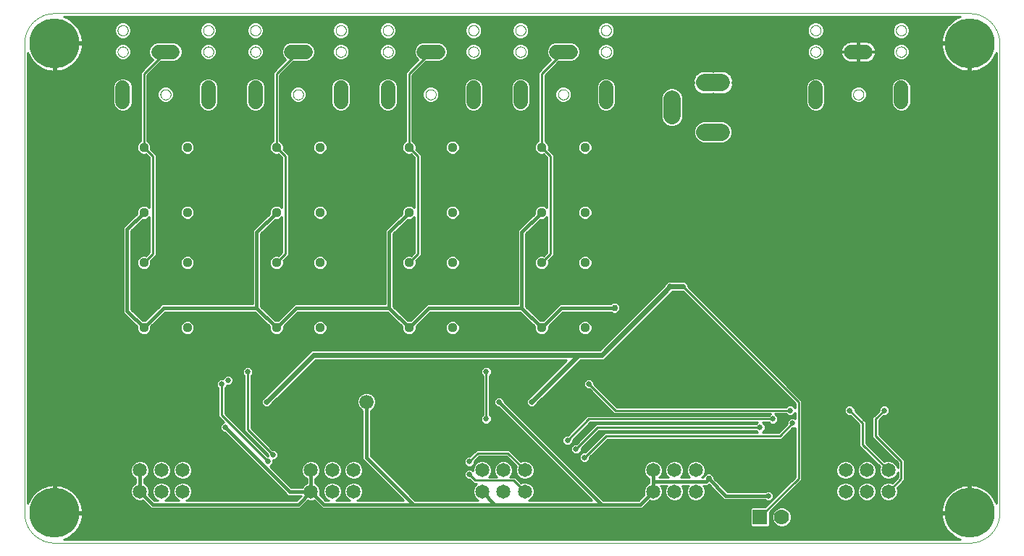
<source format=gbl>
G75*
%MOIN*%
%OFA0B0*%
%FSLAX25Y25*%
%IPPOS*%
%LPD*%
%AMOC8*
5,1,8,0,0,1.08239X$1,22.5*
%
%ADD10C,0.00000*%
%ADD11C,0.06496*%
%ADD12C,0.06600*%
%ADD13C,0.23000*%
%ADD14R,0.07000X0.07000*%
%ADD15C,0.07000*%
%ADD16C,0.04429*%
%ADD17C,0.07874*%
%ADD18C,0.06600*%
%ADD19C,0.01000*%
%ADD20C,0.02578*%
%ADD21C,0.02400*%
%ADD22C,0.02972*%
%ADD23C,0.01600*%
D10*
X0024622Y0040620D02*
X0445882Y0040620D01*
X0446215Y0040624D01*
X0446548Y0040636D01*
X0446880Y0040656D01*
X0447212Y0040684D01*
X0447543Y0040720D01*
X0447873Y0040765D01*
X0448202Y0040817D01*
X0448530Y0040877D01*
X0448856Y0040945D01*
X0449180Y0041020D01*
X0449502Y0041104D01*
X0449822Y0041195D01*
X0450140Y0041294D01*
X0450456Y0041401D01*
X0450768Y0041515D01*
X0451078Y0041637D01*
X0451385Y0041767D01*
X0451689Y0041903D01*
X0451989Y0042047D01*
X0452286Y0042198D01*
X0452579Y0042357D01*
X0452868Y0042522D01*
X0453153Y0042694D01*
X0453434Y0042873D01*
X0453710Y0043059D01*
X0453982Y0043252D01*
X0454249Y0043451D01*
X0454511Y0043656D01*
X0454768Y0043868D01*
X0455020Y0044086D01*
X0455266Y0044309D01*
X0455507Y0044539D01*
X0455743Y0044775D01*
X0455973Y0045016D01*
X0456196Y0045262D01*
X0456414Y0045514D01*
X0456626Y0045771D01*
X0456831Y0046033D01*
X0457030Y0046300D01*
X0457223Y0046572D01*
X0457409Y0046848D01*
X0457588Y0047129D01*
X0457760Y0047414D01*
X0457925Y0047703D01*
X0458084Y0047996D01*
X0458235Y0048293D01*
X0458379Y0048593D01*
X0458515Y0048897D01*
X0458645Y0049204D01*
X0458767Y0049514D01*
X0458881Y0049826D01*
X0458988Y0050142D01*
X0459087Y0050460D01*
X0459178Y0050780D01*
X0459262Y0051102D01*
X0459337Y0051426D01*
X0459405Y0051752D01*
X0459465Y0052080D01*
X0459517Y0052409D01*
X0459562Y0052739D01*
X0459598Y0053070D01*
X0459626Y0053402D01*
X0459646Y0053734D01*
X0459658Y0054067D01*
X0459662Y0054400D01*
X0459661Y0054400D02*
X0459661Y0270935D01*
X0459662Y0270935D02*
X0459658Y0271268D01*
X0459646Y0271601D01*
X0459626Y0271933D01*
X0459598Y0272265D01*
X0459562Y0272596D01*
X0459517Y0272926D01*
X0459465Y0273255D01*
X0459405Y0273583D01*
X0459337Y0273909D01*
X0459262Y0274233D01*
X0459178Y0274555D01*
X0459087Y0274875D01*
X0458988Y0275193D01*
X0458881Y0275509D01*
X0458767Y0275821D01*
X0458645Y0276131D01*
X0458515Y0276438D01*
X0458379Y0276742D01*
X0458235Y0277042D01*
X0458084Y0277339D01*
X0457925Y0277632D01*
X0457760Y0277921D01*
X0457588Y0278206D01*
X0457409Y0278487D01*
X0457223Y0278763D01*
X0457030Y0279035D01*
X0456831Y0279302D01*
X0456626Y0279564D01*
X0456414Y0279821D01*
X0456196Y0280073D01*
X0455973Y0280319D01*
X0455743Y0280560D01*
X0455507Y0280796D01*
X0455266Y0281026D01*
X0455020Y0281249D01*
X0454768Y0281467D01*
X0454511Y0281679D01*
X0454249Y0281884D01*
X0453982Y0282083D01*
X0453710Y0282276D01*
X0453434Y0282462D01*
X0453153Y0282641D01*
X0452868Y0282813D01*
X0452579Y0282978D01*
X0452286Y0283137D01*
X0451989Y0283288D01*
X0451689Y0283432D01*
X0451385Y0283568D01*
X0451078Y0283698D01*
X0450768Y0283820D01*
X0450456Y0283934D01*
X0450140Y0284041D01*
X0449822Y0284140D01*
X0449502Y0284231D01*
X0449180Y0284315D01*
X0448856Y0284390D01*
X0448530Y0284458D01*
X0448202Y0284518D01*
X0447873Y0284570D01*
X0447543Y0284615D01*
X0447212Y0284651D01*
X0446880Y0284679D01*
X0446548Y0284699D01*
X0446215Y0284711D01*
X0445882Y0284715D01*
X0024622Y0284715D01*
X0024289Y0284711D01*
X0023956Y0284699D01*
X0023624Y0284679D01*
X0023292Y0284651D01*
X0022961Y0284615D01*
X0022631Y0284570D01*
X0022302Y0284518D01*
X0021974Y0284458D01*
X0021648Y0284390D01*
X0021324Y0284315D01*
X0021002Y0284231D01*
X0020682Y0284140D01*
X0020364Y0284041D01*
X0020048Y0283934D01*
X0019736Y0283820D01*
X0019426Y0283698D01*
X0019119Y0283568D01*
X0018815Y0283432D01*
X0018515Y0283288D01*
X0018218Y0283137D01*
X0017925Y0282978D01*
X0017636Y0282813D01*
X0017351Y0282641D01*
X0017070Y0282462D01*
X0016794Y0282276D01*
X0016522Y0282083D01*
X0016255Y0281884D01*
X0015993Y0281679D01*
X0015736Y0281467D01*
X0015484Y0281249D01*
X0015238Y0281026D01*
X0014997Y0280796D01*
X0014761Y0280560D01*
X0014531Y0280319D01*
X0014308Y0280073D01*
X0014090Y0279821D01*
X0013878Y0279564D01*
X0013673Y0279302D01*
X0013474Y0279035D01*
X0013281Y0278763D01*
X0013095Y0278487D01*
X0012916Y0278206D01*
X0012744Y0277921D01*
X0012579Y0277632D01*
X0012420Y0277339D01*
X0012269Y0277042D01*
X0012125Y0276742D01*
X0011989Y0276438D01*
X0011859Y0276131D01*
X0011737Y0275821D01*
X0011623Y0275509D01*
X0011516Y0275193D01*
X0011417Y0274875D01*
X0011326Y0274555D01*
X0011242Y0274233D01*
X0011167Y0273909D01*
X0011099Y0273583D01*
X0011039Y0273255D01*
X0010987Y0272926D01*
X0010942Y0272596D01*
X0010906Y0272265D01*
X0010878Y0271933D01*
X0010858Y0271601D01*
X0010846Y0271268D01*
X0010842Y0270935D01*
X0010843Y0270935D02*
X0010843Y0054400D01*
X0010842Y0054400D02*
X0010846Y0054067D01*
X0010858Y0053734D01*
X0010878Y0053402D01*
X0010906Y0053070D01*
X0010942Y0052739D01*
X0010987Y0052409D01*
X0011039Y0052080D01*
X0011099Y0051752D01*
X0011167Y0051426D01*
X0011242Y0051102D01*
X0011326Y0050780D01*
X0011417Y0050460D01*
X0011516Y0050142D01*
X0011623Y0049826D01*
X0011737Y0049514D01*
X0011859Y0049204D01*
X0011989Y0048897D01*
X0012125Y0048593D01*
X0012269Y0048293D01*
X0012420Y0047996D01*
X0012579Y0047703D01*
X0012744Y0047414D01*
X0012916Y0047129D01*
X0013095Y0046848D01*
X0013281Y0046572D01*
X0013474Y0046300D01*
X0013673Y0046033D01*
X0013878Y0045771D01*
X0014090Y0045514D01*
X0014308Y0045262D01*
X0014531Y0045016D01*
X0014761Y0044775D01*
X0014997Y0044539D01*
X0015238Y0044309D01*
X0015484Y0044086D01*
X0015736Y0043868D01*
X0015993Y0043656D01*
X0016255Y0043451D01*
X0016522Y0043252D01*
X0016794Y0043059D01*
X0017070Y0042873D01*
X0017351Y0042694D01*
X0017636Y0042522D01*
X0017925Y0042357D01*
X0018218Y0042198D01*
X0018515Y0042047D01*
X0018815Y0041903D01*
X0019119Y0041767D01*
X0019426Y0041637D01*
X0019736Y0041515D01*
X0020048Y0041401D01*
X0020364Y0041294D01*
X0020682Y0041195D01*
X0021002Y0041104D01*
X0021324Y0041020D01*
X0021648Y0040945D01*
X0021974Y0040877D01*
X0022302Y0040817D01*
X0022631Y0040765D01*
X0022961Y0040720D01*
X0023292Y0040684D01*
X0023624Y0040656D01*
X0023956Y0040636D01*
X0024289Y0040624D01*
X0024622Y0040620D01*
X0073441Y0247313D02*
X0073443Y0247410D01*
X0073449Y0247507D01*
X0073459Y0247603D01*
X0073473Y0247699D01*
X0073491Y0247795D01*
X0073512Y0247889D01*
X0073538Y0247983D01*
X0073567Y0248075D01*
X0073601Y0248166D01*
X0073637Y0248256D01*
X0073678Y0248344D01*
X0073722Y0248430D01*
X0073770Y0248515D01*
X0073821Y0248597D01*
X0073875Y0248678D01*
X0073933Y0248756D01*
X0073994Y0248831D01*
X0074057Y0248904D01*
X0074124Y0248975D01*
X0074194Y0249042D01*
X0074266Y0249107D01*
X0074341Y0249168D01*
X0074419Y0249227D01*
X0074498Y0249282D01*
X0074580Y0249334D01*
X0074664Y0249382D01*
X0074750Y0249427D01*
X0074838Y0249469D01*
X0074927Y0249507D01*
X0075018Y0249541D01*
X0075110Y0249571D01*
X0075203Y0249598D01*
X0075298Y0249620D01*
X0075393Y0249639D01*
X0075489Y0249654D01*
X0075585Y0249665D01*
X0075682Y0249672D01*
X0075779Y0249675D01*
X0075876Y0249674D01*
X0075973Y0249669D01*
X0076069Y0249660D01*
X0076165Y0249647D01*
X0076261Y0249630D01*
X0076356Y0249609D01*
X0076449Y0249585D01*
X0076542Y0249556D01*
X0076634Y0249524D01*
X0076724Y0249488D01*
X0076812Y0249449D01*
X0076899Y0249405D01*
X0076984Y0249359D01*
X0077067Y0249308D01*
X0077148Y0249255D01*
X0077226Y0249198D01*
X0077303Y0249138D01*
X0077376Y0249075D01*
X0077447Y0249009D01*
X0077515Y0248940D01*
X0077581Y0248868D01*
X0077643Y0248794D01*
X0077702Y0248717D01*
X0077758Y0248638D01*
X0077811Y0248556D01*
X0077861Y0248473D01*
X0077906Y0248387D01*
X0077949Y0248300D01*
X0077988Y0248211D01*
X0078023Y0248121D01*
X0078054Y0248029D01*
X0078081Y0247936D01*
X0078105Y0247842D01*
X0078125Y0247747D01*
X0078141Y0247651D01*
X0078153Y0247555D01*
X0078161Y0247458D01*
X0078165Y0247361D01*
X0078165Y0247265D01*
X0078161Y0247168D01*
X0078153Y0247071D01*
X0078141Y0246975D01*
X0078125Y0246879D01*
X0078105Y0246784D01*
X0078081Y0246690D01*
X0078054Y0246597D01*
X0078023Y0246505D01*
X0077988Y0246415D01*
X0077949Y0246326D01*
X0077906Y0246239D01*
X0077861Y0246153D01*
X0077811Y0246070D01*
X0077758Y0245988D01*
X0077702Y0245909D01*
X0077643Y0245832D01*
X0077581Y0245758D01*
X0077515Y0245686D01*
X0077447Y0245617D01*
X0077376Y0245551D01*
X0077303Y0245488D01*
X0077226Y0245428D01*
X0077148Y0245371D01*
X0077067Y0245318D01*
X0076984Y0245267D01*
X0076899Y0245221D01*
X0076812Y0245177D01*
X0076724Y0245138D01*
X0076634Y0245102D01*
X0076542Y0245070D01*
X0076449Y0245041D01*
X0076356Y0245017D01*
X0076261Y0244996D01*
X0076165Y0244979D01*
X0076069Y0244966D01*
X0075973Y0244957D01*
X0075876Y0244952D01*
X0075779Y0244951D01*
X0075682Y0244954D01*
X0075585Y0244961D01*
X0075489Y0244972D01*
X0075393Y0244987D01*
X0075298Y0245006D01*
X0075203Y0245028D01*
X0075110Y0245055D01*
X0075018Y0245085D01*
X0074927Y0245119D01*
X0074838Y0245157D01*
X0074750Y0245199D01*
X0074664Y0245244D01*
X0074580Y0245292D01*
X0074498Y0245344D01*
X0074419Y0245399D01*
X0074341Y0245458D01*
X0074266Y0245519D01*
X0074194Y0245584D01*
X0074124Y0245651D01*
X0074057Y0245722D01*
X0073994Y0245795D01*
X0073933Y0245870D01*
X0073875Y0245948D01*
X0073821Y0246029D01*
X0073770Y0246111D01*
X0073722Y0246196D01*
X0073678Y0246282D01*
X0073637Y0246370D01*
X0073601Y0246460D01*
X0073567Y0246551D01*
X0073538Y0246643D01*
X0073512Y0246737D01*
X0073491Y0246831D01*
X0073473Y0246927D01*
X0073459Y0247023D01*
X0073449Y0247119D01*
X0073443Y0247216D01*
X0073441Y0247313D01*
X0053756Y0266998D02*
X0053758Y0267095D01*
X0053764Y0267192D01*
X0053774Y0267288D01*
X0053788Y0267384D01*
X0053806Y0267480D01*
X0053827Y0267574D01*
X0053853Y0267668D01*
X0053882Y0267760D01*
X0053916Y0267851D01*
X0053952Y0267941D01*
X0053993Y0268029D01*
X0054037Y0268115D01*
X0054085Y0268200D01*
X0054136Y0268282D01*
X0054190Y0268363D01*
X0054248Y0268441D01*
X0054309Y0268516D01*
X0054372Y0268589D01*
X0054439Y0268660D01*
X0054509Y0268727D01*
X0054581Y0268792D01*
X0054656Y0268853D01*
X0054734Y0268912D01*
X0054813Y0268967D01*
X0054895Y0269019D01*
X0054979Y0269067D01*
X0055065Y0269112D01*
X0055153Y0269154D01*
X0055242Y0269192D01*
X0055333Y0269226D01*
X0055425Y0269256D01*
X0055518Y0269283D01*
X0055613Y0269305D01*
X0055708Y0269324D01*
X0055804Y0269339D01*
X0055900Y0269350D01*
X0055997Y0269357D01*
X0056094Y0269360D01*
X0056191Y0269359D01*
X0056288Y0269354D01*
X0056384Y0269345D01*
X0056480Y0269332D01*
X0056576Y0269315D01*
X0056671Y0269294D01*
X0056764Y0269270D01*
X0056857Y0269241D01*
X0056949Y0269209D01*
X0057039Y0269173D01*
X0057127Y0269134D01*
X0057214Y0269090D01*
X0057299Y0269044D01*
X0057382Y0268993D01*
X0057463Y0268940D01*
X0057541Y0268883D01*
X0057618Y0268823D01*
X0057691Y0268760D01*
X0057762Y0268694D01*
X0057830Y0268625D01*
X0057896Y0268553D01*
X0057958Y0268479D01*
X0058017Y0268402D01*
X0058073Y0268323D01*
X0058126Y0268241D01*
X0058176Y0268158D01*
X0058221Y0268072D01*
X0058264Y0267985D01*
X0058303Y0267896D01*
X0058338Y0267806D01*
X0058369Y0267714D01*
X0058396Y0267621D01*
X0058420Y0267527D01*
X0058440Y0267432D01*
X0058456Y0267336D01*
X0058468Y0267240D01*
X0058476Y0267143D01*
X0058480Y0267046D01*
X0058480Y0266950D01*
X0058476Y0266853D01*
X0058468Y0266756D01*
X0058456Y0266660D01*
X0058440Y0266564D01*
X0058420Y0266469D01*
X0058396Y0266375D01*
X0058369Y0266282D01*
X0058338Y0266190D01*
X0058303Y0266100D01*
X0058264Y0266011D01*
X0058221Y0265924D01*
X0058176Y0265838D01*
X0058126Y0265755D01*
X0058073Y0265673D01*
X0058017Y0265594D01*
X0057958Y0265517D01*
X0057896Y0265443D01*
X0057830Y0265371D01*
X0057762Y0265302D01*
X0057691Y0265236D01*
X0057618Y0265173D01*
X0057541Y0265113D01*
X0057463Y0265056D01*
X0057382Y0265003D01*
X0057299Y0264952D01*
X0057214Y0264906D01*
X0057127Y0264862D01*
X0057039Y0264823D01*
X0056949Y0264787D01*
X0056857Y0264755D01*
X0056764Y0264726D01*
X0056671Y0264702D01*
X0056576Y0264681D01*
X0056480Y0264664D01*
X0056384Y0264651D01*
X0056288Y0264642D01*
X0056191Y0264637D01*
X0056094Y0264636D01*
X0055997Y0264639D01*
X0055900Y0264646D01*
X0055804Y0264657D01*
X0055708Y0264672D01*
X0055613Y0264691D01*
X0055518Y0264713D01*
X0055425Y0264740D01*
X0055333Y0264770D01*
X0055242Y0264804D01*
X0055153Y0264842D01*
X0055065Y0264884D01*
X0054979Y0264929D01*
X0054895Y0264977D01*
X0054813Y0265029D01*
X0054734Y0265084D01*
X0054656Y0265143D01*
X0054581Y0265204D01*
X0054509Y0265269D01*
X0054439Y0265336D01*
X0054372Y0265407D01*
X0054309Y0265480D01*
X0054248Y0265555D01*
X0054190Y0265633D01*
X0054136Y0265714D01*
X0054085Y0265796D01*
X0054037Y0265881D01*
X0053993Y0265967D01*
X0053952Y0266055D01*
X0053916Y0266145D01*
X0053882Y0266236D01*
X0053853Y0266328D01*
X0053827Y0266422D01*
X0053806Y0266516D01*
X0053788Y0266612D01*
X0053774Y0266708D01*
X0053764Y0266804D01*
X0053758Y0266901D01*
X0053756Y0266998D01*
X0053756Y0276841D02*
X0053758Y0276938D01*
X0053764Y0277035D01*
X0053774Y0277131D01*
X0053788Y0277227D01*
X0053806Y0277323D01*
X0053827Y0277417D01*
X0053853Y0277511D01*
X0053882Y0277603D01*
X0053916Y0277694D01*
X0053952Y0277784D01*
X0053993Y0277872D01*
X0054037Y0277958D01*
X0054085Y0278043D01*
X0054136Y0278125D01*
X0054190Y0278206D01*
X0054248Y0278284D01*
X0054309Y0278359D01*
X0054372Y0278432D01*
X0054439Y0278503D01*
X0054509Y0278570D01*
X0054581Y0278635D01*
X0054656Y0278696D01*
X0054734Y0278755D01*
X0054813Y0278810D01*
X0054895Y0278862D01*
X0054979Y0278910D01*
X0055065Y0278955D01*
X0055153Y0278997D01*
X0055242Y0279035D01*
X0055333Y0279069D01*
X0055425Y0279099D01*
X0055518Y0279126D01*
X0055613Y0279148D01*
X0055708Y0279167D01*
X0055804Y0279182D01*
X0055900Y0279193D01*
X0055997Y0279200D01*
X0056094Y0279203D01*
X0056191Y0279202D01*
X0056288Y0279197D01*
X0056384Y0279188D01*
X0056480Y0279175D01*
X0056576Y0279158D01*
X0056671Y0279137D01*
X0056764Y0279113D01*
X0056857Y0279084D01*
X0056949Y0279052D01*
X0057039Y0279016D01*
X0057127Y0278977D01*
X0057214Y0278933D01*
X0057299Y0278887D01*
X0057382Y0278836D01*
X0057463Y0278783D01*
X0057541Y0278726D01*
X0057618Y0278666D01*
X0057691Y0278603D01*
X0057762Y0278537D01*
X0057830Y0278468D01*
X0057896Y0278396D01*
X0057958Y0278322D01*
X0058017Y0278245D01*
X0058073Y0278166D01*
X0058126Y0278084D01*
X0058176Y0278001D01*
X0058221Y0277915D01*
X0058264Y0277828D01*
X0058303Y0277739D01*
X0058338Y0277649D01*
X0058369Y0277557D01*
X0058396Y0277464D01*
X0058420Y0277370D01*
X0058440Y0277275D01*
X0058456Y0277179D01*
X0058468Y0277083D01*
X0058476Y0276986D01*
X0058480Y0276889D01*
X0058480Y0276793D01*
X0058476Y0276696D01*
X0058468Y0276599D01*
X0058456Y0276503D01*
X0058440Y0276407D01*
X0058420Y0276312D01*
X0058396Y0276218D01*
X0058369Y0276125D01*
X0058338Y0276033D01*
X0058303Y0275943D01*
X0058264Y0275854D01*
X0058221Y0275767D01*
X0058176Y0275681D01*
X0058126Y0275598D01*
X0058073Y0275516D01*
X0058017Y0275437D01*
X0057958Y0275360D01*
X0057896Y0275286D01*
X0057830Y0275214D01*
X0057762Y0275145D01*
X0057691Y0275079D01*
X0057618Y0275016D01*
X0057541Y0274956D01*
X0057463Y0274899D01*
X0057382Y0274846D01*
X0057299Y0274795D01*
X0057214Y0274749D01*
X0057127Y0274705D01*
X0057039Y0274666D01*
X0056949Y0274630D01*
X0056857Y0274598D01*
X0056764Y0274569D01*
X0056671Y0274545D01*
X0056576Y0274524D01*
X0056480Y0274507D01*
X0056384Y0274494D01*
X0056288Y0274485D01*
X0056191Y0274480D01*
X0056094Y0274479D01*
X0055997Y0274482D01*
X0055900Y0274489D01*
X0055804Y0274500D01*
X0055708Y0274515D01*
X0055613Y0274534D01*
X0055518Y0274556D01*
X0055425Y0274583D01*
X0055333Y0274613D01*
X0055242Y0274647D01*
X0055153Y0274685D01*
X0055065Y0274727D01*
X0054979Y0274772D01*
X0054895Y0274820D01*
X0054813Y0274872D01*
X0054734Y0274927D01*
X0054656Y0274986D01*
X0054581Y0275047D01*
X0054509Y0275112D01*
X0054439Y0275179D01*
X0054372Y0275250D01*
X0054309Y0275323D01*
X0054248Y0275398D01*
X0054190Y0275476D01*
X0054136Y0275557D01*
X0054085Y0275639D01*
X0054037Y0275724D01*
X0053993Y0275810D01*
X0053952Y0275898D01*
X0053916Y0275988D01*
X0053882Y0276079D01*
X0053853Y0276171D01*
X0053827Y0276265D01*
X0053806Y0276359D01*
X0053788Y0276455D01*
X0053774Y0276551D01*
X0053764Y0276647D01*
X0053758Y0276744D01*
X0053756Y0276841D01*
X0093126Y0276841D02*
X0093128Y0276938D01*
X0093134Y0277035D01*
X0093144Y0277131D01*
X0093158Y0277227D01*
X0093176Y0277323D01*
X0093197Y0277417D01*
X0093223Y0277511D01*
X0093252Y0277603D01*
X0093286Y0277694D01*
X0093322Y0277784D01*
X0093363Y0277872D01*
X0093407Y0277958D01*
X0093455Y0278043D01*
X0093506Y0278125D01*
X0093560Y0278206D01*
X0093618Y0278284D01*
X0093679Y0278359D01*
X0093742Y0278432D01*
X0093809Y0278503D01*
X0093879Y0278570D01*
X0093951Y0278635D01*
X0094026Y0278696D01*
X0094104Y0278755D01*
X0094183Y0278810D01*
X0094265Y0278862D01*
X0094349Y0278910D01*
X0094435Y0278955D01*
X0094523Y0278997D01*
X0094612Y0279035D01*
X0094703Y0279069D01*
X0094795Y0279099D01*
X0094888Y0279126D01*
X0094983Y0279148D01*
X0095078Y0279167D01*
X0095174Y0279182D01*
X0095270Y0279193D01*
X0095367Y0279200D01*
X0095464Y0279203D01*
X0095561Y0279202D01*
X0095658Y0279197D01*
X0095754Y0279188D01*
X0095850Y0279175D01*
X0095946Y0279158D01*
X0096041Y0279137D01*
X0096134Y0279113D01*
X0096227Y0279084D01*
X0096319Y0279052D01*
X0096409Y0279016D01*
X0096497Y0278977D01*
X0096584Y0278933D01*
X0096669Y0278887D01*
X0096752Y0278836D01*
X0096833Y0278783D01*
X0096911Y0278726D01*
X0096988Y0278666D01*
X0097061Y0278603D01*
X0097132Y0278537D01*
X0097200Y0278468D01*
X0097266Y0278396D01*
X0097328Y0278322D01*
X0097387Y0278245D01*
X0097443Y0278166D01*
X0097496Y0278084D01*
X0097546Y0278001D01*
X0097591Y0277915D01*
X0097634Y0277828D01*
X0097673Y0277739D01*
X0097708Y0277649D01*
X0097739Y0277557D01*
X0097766Y0277464D01*
X0097790Y0277370D01*
X0097810Y0277275D01*
X0097826Y0277179D01*
X0097838Y0277083D01*
X0097846Y0276986D01*
X0097850Y0276889D01*
X0097850Y0276793D01*
X0097846Y0276696D01*
X0097838Y0276599D01*
X0097826Y0276503D01*
X0097810Y0276407D01*
X0097790Y0276312D01*
X0097766Y0276218D01*
X0097739Y0276125D01*
X0097708Y0276033D01*
X0097673Y0275943D01*
X0097634Y0275854D01*
X0097591Y0275767D01*
X0097546Y0275681D01*
X0097496Y0275598D01*
X0097443Y0275516D01*
X0097387Y0275437D01*
X0097328Y0275360D01*
X0097266Y0275286D01*
X0097200Y0275214D01*
X0097132Y0275145D01*
X0097061Y0275079D01*
X0096988Y0275016D01*
X0096911Y0274956D01*
X0096833Y0274899D01*
X0096752Y0274846D01*
X0096669Y0274795D01*
X0096584Y0274749D01*
X0096497Y0274705D01*
X0096409Y0274666D01*
X0096319Y0274630D01*
X0096227Y0274598D01*
X0096134Y0274569D01*
X0096041Y0274545D01*
X0095946Y0274524D01*
X0095850Y0274507D01*
X0095754Y0274494D01*
X0095658Y0274485D01*
X0095561Y0274480D01*
X0095464Y0274479D01*
X0095367Y0274482D01*
X0095270Y0274489D01*
X0095174Y0274500D01*
X0095078Y0274515D01*
X0094983Y0274534D01*
X0094888Y0274556D01*
X0094795Y0274583D01*
X0094703Y0274613D01*
X0094612Y0274647D01*
X0094523Y0274685D01*
X0094435Y0274727D01*
X0094349Y0274772D01*
X0094265Y0274820D01*
X0094183Y0274872D01*
X0094104Y0274927D01*
X0094026Y0274986D01*
X0093951Y0275047D01*
X0093879Y0275112D01*
X0093809Y0275179D01*
X0093742Y0275250D01*
X0093679Y0275323D01*
X0093618Y0275398D01*
X0093560Y0275476D01*
X0093506Y0275557D01*
X0093455Y0275639D01*
X0093407Y0275724D01*
X0093363Y0275810D01*
X0093322Y0275898D01*
X0093286Y0275988D01*
X0093252Y0276079D01*
X0093223Y0276171D01*
X0093197Y0276265D01*
X0093176Y0276359D01*
X0093158Y0276455D01*
X0093144Y0276551D01*
X0093134Y0276647D01*
X0093128Y0276744D01*
X0093126Y0276841D01*
X0093126Y0266998D02*
X0093128Y0267095D01*
X0093134Y0267192D01*
X0093144Y0267288D01*
X0093158Y0267384D01*
X0093176Y0267480D01*
X0093197Y0267574D01*
X0093223Y0267668D01*
X0093252Y0267760D01*
X0093286Y0267851D01*
X0093322Y0267941D01*
X0093363Y0268029D01*
X0093407Y0268115D01*
X0093455Y0268200D01*
X0093506Y0268282D01*
X0093560Y0268363D01*
X0093618Y0268441D01*
X0093679Y0268516D01*
X0093742Y0268589D01*
X0093809Y0268660D01*
X0093879Y0268727D01*
X0093951Y0268792D01*
X0094026Y0268853D01*
X0094104Y0268912D01*
X0094183Y0268967D01*
X0094265Y0269019D01*
X0094349Y0269067D01*
X0094435Y0269112D01*
X0094523Y0269154D01*
X0094612Y0269192D01*
X0094703Y0269226D01*
X0094795Y0269256D01*
X0094888Y0269283D01*
X0094983Y0269305D01*
X0095078Y0269324D01*
X0095174Y0269339D01*
X0095270Y0269350D01*
X0095367Y0269357D01*
X0095464Y0269360D01*
X0095561Y0269359D01*
X0095658Y0269354D01*
X0095754Y0269345D01*
X0095850Y0269332D01*
X0095946Y0269315D01*
X0096041Y0269294D01*
X0096134Y0269270D01*
X0096227Y0269241D01*
X0096319Y0269209D01*
X0096409Y0269173D01*
X0096497Y0269134D01*
X0096584Y0269090D01*
X0096669Y0269044D01*
X0096752Y0268993D01*
X0096833Y0268940D01*
X0096911Y0268883D01*
X0096988Y0268823D01*
X0097061Y0268760D01*
X0097132Y0268694D01*
X0097200Y0268625D01*
X0097266Y0268553D01*
X0097328Y0268479D01*
X0097387Y0268402D01*
X0097443Y0268323D01*
X0097496Y0268241D01*
X0097546Y0268158D01*
X0097591Y0268072D01*
X0097634Y0267985D01*
X0097673Y0267896D01*
X0097708Y0267806D01*
X0097739Y0267714D01*
X0097766Y0267621D01*
X0097790Y0267527D01*
X0097810Y0267432D01*
X0097826Y0267336D01*
X0097838Y0267240D01*
X0097846Y0267143D01*
X0097850Y0267046D01*
X0097850Y0266950D01*
X0097846Y0266853D01*
X0097838Y0266756D01*
X0097826Y0266660D01*
X0097810Y0266564D01*
X0097790Y0266469D01*
X0097766Y0266375D01*
X0097739Y0266282D01*
X0097708Y0266190D01*
X0097673Y0266100D01*
X0097634Y0266011D01*
X0097591Y0265924D01*
X0097546Y0265838D01*
X0097496Y0265755D01*
X0097443Y0265673D01*
X0097387Y0265594D01*
X0097328Y0265517D01*
X0097266Y0265443D01*
X0097200Y0265371D01*
X0097132Y0265302D01*
X0097061Y0265236D01*
X0096988Y0265173D01*
X0096911Y0265113D01*
X0096833Y0265056D01*
X0096752Y0265003D01*
X0096669Y0264952D01*
X0096584Y0264906D01*
X0096497Y0264862D01*
X0096409Y0264823D01*
X0096319Y0264787D01*
X0096227Y0264755D01*
X0096134Y0264726D01*
X0096041Y0264702D01*
X0095946Y0264681D01*
X0095850Y0264664D01*
X0095754Y0264651D01*
X0095658Y0264642D01*
X0095561Y0264637D01*
X0095464Y0264636D01*
X0095367Y0264639D01*
X0095270Y0264646D01*
X0095174Y0264657D01*
X0095078Y0264672D01*
X0094983Y0264691D01*
X0094888Y0264713D01*
X0094795Y0264740D01*
X0094703Y0264770D01*
X0094612Y0264804D01*
X0094523Y0264842D01*
X0094435Y0264884D01*
X0094349Y0264929D01*
X0094265Y0264977D01*
X0094183Y0265029D01*
X0094104Y0265084D01*
X0094026Y0265143D01*
X0093951Y0265204D01*
X0093879Y0265269D01*
X0093809Y0265336D01*
X0093742Y0265407D01*
X0093679Y0265480D01*
X0093618Y0265555D01*
X0093560Y0265633D01*
X0093506Y0265714D01*
X0093455Y0265796D01*
X0093407Y0265881D01*
X0093363Y0265967D01*
X0093322Y0266055D01*
X0093286Y0266145D01*
X0093252Y0266236D01*
X0093223Y0266328D01*
X0093197Y0266422D01*
X0093176Y0266516D01*
X0093158Y0266612D01*
X0093144Y0266708D01*
X0093134Y0266804D01*
X0093128Y0266901D01*
X0093126Y0266998D01*
X0114780Y0266998D02*
X0114782Y0267095D01*
X0114788Y0267192D01*
X0114798Y0267288D01*
X0114812Y0267384D01*
X0114830Y0267480D01*
X0114851Y0267574D01*
X0114877Y0267668D01*
X0114906Y0267760D01*
X0114940Y0267851D01*
X0114976Y0267941D01*
X0115017Y0268029D01*
X0115061Y0268115D01*
X0115109Y0268200D01*
X0115160Y0268282D01*
X0115214Y0268363D01*
X0115272Y0268441D01*
X0115333Y0268516D01*
X0115396Y0268589D01*
X0115463Y0268660D01*
X0115533Y0268727D01*
X0115605Y0268792D01*
X0115680Y0268853D01*
X0115758Y0268912D01*
X0115837Y0268967D01*
X0115919Y0269019D01*
X0116003Y0269067D01*
X0116089Y0269112D01*
X0116177Y0269154D01*
X0116266Y0269192D01*
X0116357Y0269226D01*
X0116449Y0269256D01*
X0116542Y0269283D01*
X0116637Y0269305D01*
X0116732Y0269324D01*
X0116828Y0269339D01*
X0116924Y0269350D01*
X0117021Y0269357D01*
X0117118Y0269360D01*
X0117215Y0269359D01*
X0117312Y0269354D01*
X0117408Y0269345D01*
X0117504Y0269332D01*
X0117600Y0269315D01*
X0117695Y0269294D01*
X0117788Y0269270D01*
X0117881Y0269241D01*
X0117973Y0269209D01*
X0118063Y0269173D01*
X0118151Y0269134D01*
X0118238Y0269090D01*
X0118323Y0269044D01*
X0118406Y0268993D01*
X0118487Y0268940D01*
X0118565Y0268883D01*
X0118642Y0268823D01*
X0118715Y0268760D01*
X0118786Y0268694D01*
X0118854Y0268625D01*
X0118920Y0268553D01*
X0118982Y0268479D01*
X0119041Y0268402D01*
X0119097Y0268323D01*
X0119150Y0268241D01*
X0119200Y0268158D01*
X0119245Y0268072D01*
X0119288Y0267985D01*
X0119327Y0267896D01*
X0119362Y0267806D01*
X0119393Y0267714D01*
X0119420Y0267621D01*
X0119444Y0267527D01*
X0119464Y0267432D01*
X0119480Y0267336D01*
X0119492Y0267240D01*
X0119500Y0267143D01*
X0119504Y0267046D01*
X0119504Y0266950D01*
X0119500Y0266853D01*
X0119492Y0266756D01*
X0119480Y0266660D01*
X0119464Y0266564D01*
X0119444Y0266469D01*
X0119420Y0266375D01*
X0119393Y0266282D01*
X0119362Y0266190D01*
X0119327Y0266100D01*
X0119288Y0266011D01*
X0119245Y0265924D01*
X0119200Y0265838D01*
X0119150Y0265755D01*
X0119097Y0265673D01*
X0119041Y0265594D01*
X0118982Y0265517D01*
X0118920Y0265443D01*
X0118854Y0265371D01*
X0118786Y0265302D01*
X0118715Y0265236D01*
X0118642Y0265173D01*
X0118565Y0265113D01*
X0118487Y0265056D01*
X0118406Y0265003D01*
X0118323Y0264952D01*
X0118238Y0264906D01*
X0118151Y0264862D01*
X0118063Y0264823D01*
X0117973Y0264787D01*
X0117881Y0264755D01*
X0117788Y0264726D01*
X0117695Y0264702D01*
X0117600Y0264681D01*
X0117504Y0264664D01*
X0117408Y0264651D01*
X0117312Y0264642D01*
X0117215Y0264637D01*
X0117118Y0264636D01*
X0117021Y0264639D01*
X0116924Y0264646D01*
X0116828Y0264657D01*
X0116732Y0264672D01*
X0116637Y0264691D01*
X0116542Y0264713D01*
X0116449Y0264740D01*
X0116357Y0264770D01*
X0116266Y0264804D01*
X0116177Y0264842D01*
X0116089Y0264884D01*
X0116003Y0264929D01*
X0115919Y0264977D01*
X0115837Y0265029D01*
X0115758Y0265084D01*
X0115680Y0265143D01*
X0115605Y0265204D01*
X0115533Y0265269D01*
X0115463Y0265336D01*
X0115396Y0265407D01*
X0115333Y0265480D01*
X0115272Y0265555D01*
X0115214Y0265633D01*
X0115160Y0265714D01*
X0115109Y0265796D01*
X0115061Y0265881D01*
X0115017Y0265967D01*
X0114976Y0266055D01*
X0114940Y0266145D01*
X0114906Y0266236D01*
X0114877Y0266328D01*
X0114851Y0266422D01*
X0114830Y0266516D01*
X0114812Y0266612D01*
X0114798Y0266708D01*
X0114788Y0266804D01*
X0114782Y0266901D01*
X0114780Y0266998D01*
X0114780Y0276841D02*
X0114782Y0276938D01*
X0114788Y0277035D01*
X0114798Y0277131D01*
X0114812Y0277227D01*
X0114830Y0277323D01*
X0114851Y0277417D01*
X0114877Y0277511D01*
X0114906Y0277603D01*
X0114940Y0277694D01*
X0114976Y0277784D01*
X0115017Y0277872D01*
X0115061Y0277958D01*
X0115109Y0278043D01*
X0115160Y0278125D01*
X0115214Y0278206D01*
X0115272Y0278284D01*
X0115333Y0278359D01*
X0115396Y0278432D01*
X0115463Y0278503D01*
X0115533Y0278570D01*
X0115605Y0278635D01*
X0115680Y0278696D01*
X0115758Y0278755D01*
X0115837Y0278810D01*
X0115919Y0278862D01*
X0116003Y0278910D01*
X0116089Y0278955D01*
X0116177Y0278997D01*
X0116266Y0279035D01*
X0116357Y0279069D01*
X0116449Y0279099D01*
X0116542Y0279126D01*
X0116637Y0279148D01*
X0116732Y0279167D01*
X0116828Y0279182D01*
X0116924Y0279193D01*
X0117021Y0279200D01*
X0117118Y0279203D01*
X0117215Y0279202D01*
X0117312Y0279197D01*
X0117408Y0279188D01*
X0117504Y0279175D01*
X0117600Y0279158D01*
X0117695Y0279137D01*
X0117788Y0279113D01*
X0117881Y0279084D01*
X0117973Y0279052D01*
X0118063Y0279016D01*
X0118151Y0278977D01*
X0118238Y0278933D01*
X0118323Y0278887D01*
X0118406Y0278836D01*
X0118487Y0278783D01*
X0118565Y0278726D01*
X0118642Y0278666D01*
X0118715Y0278603D01*
X0118786Y0278537D01*
X0118854Y0278468D01*
X0118920Y0278396D01*
X0118982Y0278322D01*
X0119041Y0278245D01*
X0119097Y0278166D01*
X0119150Y0278084D01*
X0119200Y0278001D01*
X0119245Y0277915D01*
X0119288Y0277828D01*
X0119327Y0277739D01*
X0119362Y0277649D01*
X0119393Y0277557D01*
X0119420Y0277464D01*
X0119444Y0277370D01*
X0119464Y0277275D01*
X0119480Y0277179D01*
X0119492Y0277083D01*
X0119500Y0276986D01*
X0119504Y0276889D01*
X0119504Y0276793D01*
X0119500Y0276696D01*
X0119492Y0276599D01*
X0119480Y0276503D01*
X0119464Y0276407D01*
X0119444Y0276312D01*
X0119420Y0276218D01*
X0119393Y0276125D01*
X0119362Y0276033D01*
X0119327Y0275943D01*
X0119288Y0275854D01*
X0119245Y0275767D01*
X0119200Y0275681D01*
X0119150Y0275598D01*
X0119097Y0275516D01*
X0119041Y0275437D01*
X0118982Y0275360D01*
X0118920Y0275286D01*
X0118854Y0275214D01*
X0118786Y0275145D01*
X0118715Y0275079D01*
X0118642Y0275016D01*
X0118565Y0274956D01*
X0118487Y0274899D01*
X0118406Y0274846D01*
X0118323Y0274795D01*
X0118238Y0274749D01*
X0118151Y0274705D01*
X0118063Y0274666D01*
X0117973Y0274630D01*
X0117881Y0274598D01*
X0117788Y0274569D01*
X0117695Y0274545D01*
X0117600Y0274524D01*
X0117504Y0274507D01*
X0117408Y0274494D01*
X0117312Y0274485D01*
X0117215Y0274480D01*
X0117118Y0274479D01*
X0117021Y0274482D01*
X0116924Y0274489D01*
X0116828Y0274500D01*
X0116732Y0274515D01*
X0116637Y0274534D01*
X0116542Y0274556D01*
X0116449Y0274583D01*
X0116357Y0274613D01*
X0116266Y0274647D01*
X0116177Y0274685D01*
X0116089Y0274727D01*
X0116003Y0274772D01*
X0115919Y0274820D01*
X0115837Y0274872D01*
X0115758Y0274927D01*
X0115680Y0274986D01*
X0115605Y0275047D01*
X0115533Y0275112D01*
X0115463Y0275179D01*
X0115396Y0275250D01*
X0115333Y0275323D01*
X0115272Y0275398D01*
X0115214Y0275476D01*
X0115160Y0275557D01*
X0115109Y0275639D01*
X0115061Y0275724D01*
X0115017Y0275810D01*
X0114976Y0275898D01*
X0114940Y0275988D01*
X0114906Y0276079D01*
X0114877Y0276171D01*
X0114851Y0276265D01*
X0114830Y0276359D01*
X0114812Y0276455D01*
X0114798Y0276551D01*
X0114788Y0276647D01*
X0114782Y0276744D01*
X0114780Y0276841D01*
X0154150Y0276841D02*
X0154152Y0276938D01*
X0154158Y0277035D01*
X0154168Y0277131D01*
X0154182Y0277227D01*
X0154200Y0277323D01*
X0154221Y0277417D01*
X0154247Y0277511D01*
X0154276Y0277603D01*
X0154310Y0277694D01*
X0154346Y0277784D01*
X0154387Y0277872D01*
X0154431Y0277958D01*
X0154479Y0278043D01*
X0154530Y0278125D01*
X0154584Y0278206D01*
X0154642Y0278284D01*
X0154703Y0278359D01*
X0154766Y0278432D01*
X0154833Y0278503D01*
X0154903Y0278570D01*
X0154975Y0278635D01*
X0155050Y0278696D01*
X0155128Y0278755D01*
X0155207Y0278810D01*
X0155289Y0278862D01*
X0155373Y0278910D01*
X0155459Y0278955D01*
X0155547Y0278997D01*
X0155636Y0279035D01*
X0155727Y0279069D01*
X0155819Y0279099D01*
X0155912Y0279126D01*
X0156007Y0279148D01*
X0156102Y0279167D01*
X0156198Y0279182D01*
X0156294Y0279193D01*
X0156391Y0279200D01*
X0156488Y0279203D01*
X0156585Y0279202D01*
X0156682Y0279197D01*
X0156778Y0279188D01*
X0156874Y0279175D01*
X0156970Y0279158D01*
X0157065Y0279137D01*
X0157158Y0279113D01*
X0157251Y0279084D01*
X0157343Y0279052D01*
X0157433Y0279016D01*
X0157521Y0278977D01*
X0157608Y0278933D01*
X0157693Y0278887D01*
X0157776Y0278836D01*
X0157857Y0278783D01*
X0157935Y0278726D01*
X0158012Y0278666D01*
X0158085Y0278603D01*
X0158156Y0278537D01*
X0158224Y0278468D01*
X0158290Y0278396D01*
X0158352Y0278322D01*
X0158411Y0278245D01*
X0158467Y0278166D01*
X0158520Y0278084D01*
X0158570Y0278001D01*
X0158615Y0277915D01*
X0158658Y0277828D01*
X0158697Y0277739D01*
X0158732Y0277649D01*
X0158763Y0277557D01*
X0158790Y0277464D01*
X0158814Y0277370D01*
X0158834Y0277275D01*
X0158850Y0277179D01*
X0158862Y0277083D01*
X0158870Y0276986D01*
X0158874Y0276889D01*
X0158874Y0276793D01*
X0158870Y0276696D01*
X0158862Y0276599D01*
X0158850Y0276503D01*
X0158834Y0276407D01*
X0158814Y0276312D01*
X0158790Y0276218D01*
X0158763Y0276125D01*
X0158732Y0276033D01*
X0158697Y0275943D01*
X0158658Y0275854D01*
X0158615Y0275767D01*
X0158570Y0275681D01*
X0158520Y0275598D01*
X0158467Y0275516D01*
X0158411Y0275437D01*
X0158352Y0275360D01*
X0158290Y0275286D01*
X0158224Y0275214D01*
X0158156Y0275145D01*
X0158085Y0275079D01*
X0158012Y0275016D01*
X0157935Y0274956D01*
X0157857Y0274899D01*
X0157776Y0274846D01*
X0157693Y0274795D01*
X0157608Y0274749D01*
X0157521Y0274705D01*
X0157433Y0274666D01*
X0157343Y0274630D01*
X0157251Y0274598D01*
X0157158Y0274569D01*
X0157065Y0274545D01*
X0156970Y0274524D01*
X0156874Y0274507D01*
X0156778Y0274494D01*
X0156682Y0274485D01*
X0156585Y0274480D01*
X0156488Y0274479D01*
X0156391Y0274482D01*
X0156294Y0274489D01*
X0156198Y0274500D01*
X0156102Y0274515D01*
X0156007Y0274534D01*
X0155912Y0274556D01*
X0155819Y0274583D01*
X0155727Y0274613D01*
X0155636Y0274647D01*
X0155547Y0274685D01*
X0155459Y0274727D01*
X0155373Y0274772D01*
X0155289Y0274820D01*
X0155207Y0274872D01*
X0155128Y0274927D01*
X0155050Y0274986D01*
X0154975Y0275047D01*
X0154903Y0275112D01*
X0154833Y0275179D01*
X0154766Y0275250D01*
X0154703Y0275323D01*
X0154642Y0275398D01*
X0154584Y0275476D01*
X0154530Y0275557D01*
X0154479Y0275639D01*
X0154431Y0275724D01*
X0154387Y0275810D01*
X0154346Y0275898D01*
X0154310Y0275988D01*
X0154276Y0276079D01*
X0154247Y0276171D01*
X0154221Y0276265D01*
X0154200Y0276359D01*
X0154182Y0276455D01*
X0154168Y0276551D01*
X0154158Y0276647D01*
X0154152Y0276744D01*
X0154150Y0276841D01*
X0154150Y0266998D02*
X0154152Y0267095D01*
X0154158Y0267192D01*
X0154168Y0267288D01*
X0154182Y0267384D01*
X0154200Y0267480D01*
X0154221Y0267574D01*
X0154247Y0267668D01*
X0154276Y0267760D01*
X0154310Y0267851D01*
X0154346Y0267941D01*
X0154387Y0268029D01*
X0154431Y0268115D01*
X0154479Y0268200D01*
X0154530Y0268282D01*
X0154584Y0268363D01*
X0154642Y0268441D01*
X0154703Y0268516D01*
X0154766Y0268589D01*
X0154833Y0268660D01*
X0154903Y0268727D01*
X0154975Y0268792D01*
X0155050Y0268853D01*
X0155128Y0268912D01*
X0155207Y0268967D01*
X0155289Y0269019D01*
X0155373Y0269067D01*
X0155459Y0269112D01*
X0155547Y0269154D01*
X0155636Y0269192D01*
X0155727Y0269226D01*
X0155819Y0269256D01*
X0155912Y0269283D01*
X0156007Y0269305D01*
X0156102Y0269324D01*
X0156198Y0269339D01*
X0156294Y0269350D01*
X0156391Y0269357D01*
X0156488Y0269360D01*
X0156585Y0269359D01*
X0156682Y0269354D01*
X0156778Y0269345D01*
X0156874Y0269332D01*
X0156970Y0269315D01*
X0157065Y0269294D01*
X0157158Y0269270D01*
X0157251Y0269241D01*
X0157343Y0269209D01*
X0157433Y0269173D01*
X0157521Y0269134D01*
X0157608Y0269090D01*
X0157693Y0269044D01*
X0157776Y0268993D01*
X0157857Y0268940D01*
X0157935Y0268883D01*
X0158012Y0268823D01*
X0158085Y0268760D01*
X0158156Y0268694D01*
X0158224Y0268625D01*
X0158290Y0268553D01*
X0158352Y0268479D01*
X0158411Y0268402D01*
X0158467Y0268323D01*
X0158520Y0268241D01*
X0158570Y0268158D01*
X0158615Y0268072D01*
X0158658Y0267985D01*
X0158697Y0267896D01*
X0158732Y0267806D01*
X0158763Y0267714D01*
X0158790Y0267621D01*
X0158814Y0267527D01*
X0158834Y0267432D01*
X0158850Y0267336D01*
X0158862Y0267240D01*
X0158870Y0267143D01*
X0158874Y0267046D01*
X0158874Y0266950D01*
X0158870Y0266853D01*
X0158862Y0266756D01*
X0158850Y0266660D01*
X0158834Y0266564D01*
X0158814Y0266469D01*
X0158790Y0266375D01*
X0158763Y0266282D01*
X0158732Y0266190D01*
X0158697Y0266100D01*
X0158658Y0266011D01*
X0158615Y0265924D01*
X0158570Y0265838D01*
X0158520Y0265755D01*
X0158467Y0265673D01*
X0158411Y0265594D01*
X0158352Y0265517D01*
X0158290Y0265443D01*
X0158224Y0265371D01*
X0158156Y0265302D01*
X0158085Y0265236D01*
X0158012Y0265173D01*
X0157935Y0265113D01*
X0157857Y0265056D01*
X0157776Y0265003D01*
X0157693Y0264952D01*
X0157608Y0264906D01*
X0157521Y0264862D01*
X0157433Y0264823D01*
X0157343Y0264787D01*
X0157251Y0264755D01*
X0157158Y0264726D01*
X0157065Y0264702D01*
X0156970Y0264681D01*
X0156874Y0264664D01*
X0156778Y0264651D01*
X0156682Y0264642D01*
X0156585Y0264637D01*
X0156488Y0264636D01*
X0156391Y0264639D01*
X0156294Y0264646D01*
X0156198Y0264657D01*
X0156102Y0264672D01*
X0156007Y0264691D01*
X0155912Y0264713D01*
X0155819Y0264740D01*
X0155727Y0264770D01*
X0155636Y0264804D01*
X0155547Y0264842D01*
X0155459Y0264884D01*
X0155373Y0264929D01*
X0155289Y0264977D01*
X0155207Y0265029D01*
X0155128Y0265084D01*
X0155050Y0265143D01*
X0154975Y0265204D01*
X0154903Y0265269D01*
X0154833Y0265336D01*
X0154766Y0265407D01*
X0154703Y0265480D01*
X0154642Y0265555D01*
X0154584Y0265633D01*
X0154530Y0265714D01*
X0154479Y0265796D01*
X0154431Y0265881D01*
X0154387Y0265967D01*
X0154346Y0266055D01*
X0154310Y0266145D01*
X0154276Y0266236D01*
X0154247Y0266328D01*
X0154221Y0266422D01*
X0154200Y0266516D01*
X0154182Y0266612D01*
X0154168Y0266708D01*
X0154158Y0266804D01*
X0154152Y0266901D01*
X0154150Y0266998D01*
X0175803Y0266998D02*
X0175805Y0267095D01*
X0175811Y0267192D01*
X0175821Y0267288D01*
X0175835Y0267384D01*
X0175853Y0267480D01*
X0175874Y0267574D01*
X0175900Y0267668D01*
X0175929Y0267760D01*
X0175963Y0267851D01*
X0175999Y0267941D01*
X0176040Y0268029D01*
X0176084Y0268115D01*
X0176132Y0268200D01*
X0176183Y0268282D01*
X0176237Y0268363D01*
X0176295Y0268441D01*
X0176356Y0268516D01*
X0176419Y0268589D01*
X0176486Y0268660D01*
X0176556Y0268727D01*
X0176628Y0268792D01*
X0176703Y0268853D01*
X0176781Y0268912D01*
X0176860Y0268967D01*
X0176942Y0269019D01*
X0177026Y0269067D01*
X0177112Y0269112D01*
X0177200Y0269154D01*
X0177289Y0269192D01*
X0177380Y0269226D01*
X0177472Y0269256D01*
X0177565Y0269283D01*
X0177660Y0269305D01*
X0177755Y0269324D01*
X0177851Y0269339D01*
X0177947Y0269350D01*
X0178044Y0269357D01*
X0178141Y0269360D01*
X0178238Y0269359D01*
X0178335Y0269354D01*
X0178431Y0269345D01*
X0178527Y0269332D01*
X0178623Y0269315D01*
X0178718Y0269294D01*
X0178811Y0269270D01*
X0178904Y0269241D01*
X0178996Y0269209D01*
X0179086Y0269173D01*
X0179174Y0269134D01*
X0179261Y0269090D01*
X0179346Y0269044D01*
X0179429Y0268993D01*
X0179510Y0268940D01*
X0179588Y0268883D01*
X0179665Y0268823D01*
X0179738Y0268760D01*
X0179809Y0268694D01*
X0179877Y0268625D01*
X0179943Y0268553D01*
X0180005Y0268479D01*
X0180064Y0268402D01*
X0180120Y0268323D01*
X0180173Y0268241D01*
X0180223Y0268158D01*
X0180268Y0268072D01*
X0180311Y0267985D01*
X0180350Y0267896D01*
X0180385Y0267806D01*
X0180416Y0267714D01*
X0180443Y0267621D01*
X0180467Y0267527D01*
X0180487Y0267432D01*
X0180503Y0267336D01*
X0180515Y0267240D01*
X0180523Y0267143D01*
X0180527Y0267046D01*
X0180527Y0266950D01*
X0180523Y0266853D01*
X0180515Y0266756D01*
X0180503Y0266660D01*
X0180487Y0266564D01*
X0180467Y0266469D01*
X0180443Y0266375D01*
X0180416Y0266282D01*
X0180385Y0266190D01*
X0180350Y0266100D01*
X0180311Y0266011D01*
X0180268Y0265924D01*
X0180223Y0265838D01*
X0180173Y0265755D01*
X0180120Y0265673D01*
X0180064Y0265594D01*
X0180005Y0265517D01*
X0179943Y0265443D01*
X0179877Y0265371D01*
X0179809Y0265302D01*
X0179738Y0265236D01*
X0179665Y0265173D01*
X0179588Y0265113D01*
X0179510Y0265056D01*
X0179429Y0265003D01*
X0179346Y0264952D01*
X0179261Y0264906D01*
X0179174Y0264862D01*
X0179086Y0264823D01*
X0178996Y0264787D01*
X0178904Y0264755D01*
X0178811Y0264726D01*
X0178718Y0264702D01*
X0178623Y0264681D01*
X0178527Y0264664D01*
X0178431Y0264651D01*
X0178335Y0264642D01*
X0178238Y0264637D01*
X0178141Y0264636D01*
X0178044Y0264639D01*
X0177947Y0264646D01*
X0177851Y0264657D01*
X0177755Y0264672D01*
X0177660Y0264691D01*
X0177565Y0264713D01*
X0177472Y0264740D01*
X0177380Y0264770D01*
X0177289Y0264804D01*
X0177200Y0264842D01*
X0177112Y0264884D01*
X0177026Y0264929D01*
X0176942Y0264977D01*
X0176860Y0265029D01*
X0176781Y0265084D01*
X0176703Y0265143D01*
X0176628Y0265204D01*
X0176556Y0265269D01*
X0176486Y0265336D01*
X0176419Y0265407D01*
X0176356Y0265480D01*
X0176295Y0265555D01*
X0176237Y0265633D01*
X0176183Y0265714D01*
X0176132Y0265796D01*
X0176084Y0265881D01*
X0176040Y0265967D01*
X0175999Y0266055D01*
X0175963Y0266145D01*
X0175929Y0266236D01*
X0175900Y0266328D01*
X0175874Y0266422D01*
X0175853Y0266516D01*
X0175835Y0266612D01*
X0175821Y0266708D01*
X0175811Y0266804D01*
X0175805Y0266901D01*
X0175803Y0266998D01*
X0175803Y0276841D02*
X0175805Y0276938D01*
X0175811Y0277035D01*
X0175821Y0277131D01*
X0175835Y0277227D01*
X0175853Y0277323D01*
X0175874Y0277417D01*
X0175900Y0277511D01*
X0175929Y0277603D01*
X0175963Y0277694D01*
X0175999Y0277784D01*
X0176040Y0277872D01*
X0176084Y0277958D01*
X0176132Y0278043D01*
X0176183Y0278125D01*
X0176237Y0278206D01*
X0176295Y0278284D01*
X0176356Y0278359D01*
X0176419Y0278432D01*
X0176486Y0278503D01*
X0176556Y0278570D01*
X0176628Y0278635D01*
X0176703Y0278696D01*
X0176781Y0278755D01*
X0176860Y0278810D01*
X0176942Y0278862D01*
X0177026Y0278910D01*
X0177112Y0278955D01*
X0177200Y0278997D01*
X0177289Y0279035D01*
X0177380Y0279069D01*
X0177472Y0279099D01*
X0177565Y0279126D01*
X0177660Y0279148D01*
X0177755Y0279167D01*
X0177851Y0279182D01*
X0177947Y0279193D01*
X0178044Y0279200D01*
X0178141Y0279203D01*
X0178238Y0279202D01*
X0178335Y0279197D01*
X0178431Y0279188D01*
X0178527Y0279175D01*
X0178623Y0279158D01*
X0178718Y0279137D01*
X0178811Y0279113D01*
X0178904Y0279084D01*
X0178996Y0279052D01*
X0179086Y0279016D01*
X0179174Y0278977D01*
X0179261Y0278933D01*
X0179346Y0278887D01*
X0179429Y0278836D01*
X0179510Y0278783D01*
X0179588Y0278726D01*
X0179665Y0278666D01*
X0179738Y0278603D01*
X0179809Y0278537D01*
X0179877Y0278468D01*
X0179943Y0278396D01*
X0180005Y0278322D01*
X0180064Y0278245D01*
X0180120Y0278166D01*
X0180173Y0278084D01*
X0180223Y0278001D01*
X0180268Y0277915D01*
X0180311Y0277828D01*
X0180350Y0277739D01*
X0180385Y0277649D01*
X0180416Y0277557D01*
X0180443Y0277464D01*
X0180467Y0277370D01*
X0180487Y0277275D01*
X0180503Y0277179D01*
X0180515Y0277083D01*
X0180523Y0276986D01*
X0180527Y0276889D01*
X0180527Y0276793D01*
X0180523Y0276696D01*
X0180515Y0276599D01*
X0180503Y0276503D01*
X0180487Y0276407D01*
X0180467Y0276312D01*
X0180443Y0276218D01*
X0180416Y0276125D01*
X0180385Y0276033D01*
X0180350Y0275943D01*
X0180311Y0275854D01*
X0180268Y0275767D01*
X0180223Y0275681D01*
X0180173Y0275598D01*
X0180120Y0275516D01*
X0180064Y0275437D01*
X0180005Y0275360D01*
X0179943Y0275286D01*
X0179877Y0275214D01*
X0179809Y0275145D01*
X0179738Y0275079D01*
X0179665Y0275016D01*
X0179588Y0274956D01*
X0179510Y0274899D01*
X0179429Y0274846D01*
X0179346Y0274795D01*
X0179261Y0274749D01*
X0179174Y0274705D01*
X0179086Y0274666D01*
X0178996Y0274630D01*
X0178904Y0274598D01*
X0178811Y0274569D01*
X0178718Y0274545D01*
X0178623Y0274524D01*
X0178527Y0274507D01*
X0178431Y0274494D01*
X0178335Y0274485D01*
X0178238Y0274480D01*
X0178141Y0274479D01*
X0178044Y0274482D01*
X0177947Y0274489D01*
X0177851Y0274500D01*
X0177755Y0274515D01*
X0177660Y0274534D01*
X0177565Y0274556D01*
X0177472Y0274583D01*
X0177380Y0274613D01*
X0177289Y0274647D01*
X0177200Y0274685D01*
X0177112Y0274727D01*
X0177026Y0274772D01*
X0176942Y0274820D01*
X0176860Y0274872D01*
X0176781Y0274927D01*
X0176703Y0274986D01*
X0176628Y0275047D01*
X0176556Y0275112D01*
X0176486Y0275179D01*
X0176419Y0275250D01*
X0176356Y0275323D01*
X0176295Y0275398D01*
X0176237Y0275476D01*
X0176183Y0275557D01*
X0176132Y0275639D01*
X0176084Y0275724D01*
X0176040Y0275810D01*
X0175999Y0275898D01*
X0175963Y0275988D01*
X0175929Y0276079D01*
X0175900Y0276171D01*
X0175874Y0276265D01*
X0175853Y0276359D01*
X0175835Y0276455D01*
X0175821Y0276551D01*
X0175811Y0276647D01*
X0175805Y0276744D01*
X0175803Y0276841D01*
X0215173Y0276841D02*
X0215175Y0276938D01*
X0215181Y0277035D01*
X0215191Y0277131D01*
X0215205Y0277227D01*
X0215223Y0277323D01*
X0215244Y0277417D01*
X0215270Y0277511D01*
X0215299Y0277603D01*
X0215333Y0277694D01*
X0215369Y0277784D01*
X0215410Y0277872D01*
X0215454Y0277958D01*
X0215502Y0278043D01*
X0215553Y0278125D01*
X0215607Y0278206D01*
X0215665Y0278284D01*
X0215726Y0278359D01*
X0215789Y0278432D01*
X0215856Y0278503D01*
X0215926Y0278570D01*
X0215998Y0278635D01*
X0216073Y0278696D01*
X0216151Y0278755D01*
X0216230Y0278810D01*
X0216312Y0278862D01*
X0216396Y0278910D01*
X0216482Y0278955D01*
X0216570Y0278997D01*
X0216659Y0279035D01*
X0216750Y0279069D01*
X0216842Y0279099D01*
X0216935Y0279126D01*
X0217030Y0279148D01*
X0217125Y0279167D01*
X0217221Y0279182D01*
X0217317Y0279193D01*
X0217414Y0279200D01*
X0217511Y0279203D01*
X0217608Y0279202D01*
X0217705Y0279197D01*
X0217801Y0279188D01*
X0217897Y0279175D01*
X0217993Y0279158D01*
X0218088Y0279137D01*
X0218181Y0279113D01*
X0218274Y0279084D01*
X0218366Y0279052D01*
X0218456Y0279016D01*
X0218544Y0278977D01*
X0218631Y0278933D01*
X0218716Y0278887D01*
X0218799Y0278836D01*
X0218880Y0278783D01*
X0218958Y0278726D01*
X0219035Y0278666D01*
X0219108Y0278603D01*
X0219179Y0278537D01*
X0219247Y0278468D01*
X0219313Y0278396D01*
X0219375Y0278322D01*
X0219434Y0278245D01*
X0219490Y0278166D01*
X0219543Y0278084D01*
X0219593Y0278001D01*
X0219638Y0277915D01*
X0219681Y0277828D01*
X0219720Y0277739D01*
X0219755Y0277649D01*
X0219786Y0277557D01*
X0219813Y0277464D01*
X0219837Y0277370D01*
X0219857Y0277275D01*
X0219873Y0277179D01*
X0219885Y0277083D01*
X0219893Y0276986D01*
X0219897Y0276889D01*
X0219897Y0276793D01*
X0219893Y0276696D01*
X0219885Y0276599D01*
X0219873Y0276503D01*
X0219857Y0276407D01*
X0219837Y0276312D01*
X0219813Y0276218D01*
X0219786Y0276125D01*
X0219755Y0276033D01*
X0219720Y0275943D01*
X0219681Y0275854D01*
X0219638Y0275767D01*
X0219593Y0275681D01*
X0219543Y0275598D01*
X0219490Y0275516D01*
X0219434Y0275437D01*
X0219375Y0275360D01*
X0219313Y0275286D01*
X0219247Y0275214D01*
X0219179Y0275145D01*
X0219108Y0275079D01*
X0219035Y0275016D01*
X0218958Y0274956D01*
X0218880Y0274899D01*
X0218799Y0274846D01*
X0218716Y0274795D01*
X0218631Y0274749D01*
X0218544Y0274705D01*
X0218456Y0274666D01*
X0218366Y0274630D01*
X0218274Y0274598D01*
X0218181Y0274569D01*
X0218088Y0274545D01*
X0217993Y0274524D01*
X0217897Y0274507D01*
X0217801Y0274494D01*
X0217705Y0274485D01*
X0217608Y0274480D01*
X0217511Y0274479D01*
X0217414Y0274482D01*
X0217317Y0274489D01*
X0217221Y0274500D01*
X0217125Y0274515D01*
X0217030Y0274534D01*
X0216935Y0274556D01*
X0216842Y0274583D01*
X0216750Y0274613D01*
X0216659Y0274647D01*
X0216570Y0274685D01*
X0216482Y0274727D01*
X0216396Y0274772D01*
X0216312Y0274820D01*
X0216230Y0274872D01*
X0216151Y0274927D01*
X0216073Y0274986D01*
X0215998Y0275047D01*
X0215926Y0275112D01*
X0215856Y0275179D01*
X0215789Y0275250D01*
X0215726Y0275323D01*
X0215665Y0275398D01*
X0215607Y0275476D01*
X0215553Y0275557D01*
X0215502Y0275639D01*
X0215454Y0275724D01*
X0215410Y0275810D01*
X0215369Y0275898D01*
X0215333Y0275988D01*
X0215299Y0276079D01*
X0215270Y0276171D01*
X0215244Y0276265D01*
X0215223Y0276359D01*
X0215205Y0276455D01*
X0215191Y0276551D01*
X0215181Y0276647D01*
X0215175Y0276744D01*
X0215173Y0276841D01*
X0215173Y0266998D02*
X0215175Y0267095D01*
X0215181Y0267192D01*
X0215191Y0267288D01*
X0215205Y0267384D01*
X0215223Y0267480D01*
X0215244Y0267574D01*
X0215270Y0267668D01*
X0215299Y0267760D01*
X0215333Y0267851D01*
X0215369Y0267941D01*
X0215410Y0268029D01*
X0215454Y0268115D01*
X0215502Y0268200D01*
X0215553Y0268282D01*
X0215607Y0268363D01*
X0215665Y0268441D01*
X0215726Y0268516D01*
X0215789Y0268589D01*
X0215856Y0268660D01*
X0215926Y0268727D01*
X0215998Y0268792D01*
X0216073Y0268853D01*
X0216151Y0268912D01*
X0216230Y0268967D01*
X0216312Y0269019D01*
X0216396Y0269067D01*
X0216482Y0269112D01*
X0216570Y0269154D01*
X0216659Y0269192D01*
X0216750Y0269226D01*
X0216842Y0269256D01*
X0216935Y0269283D01*
X0217030Y0269305D01*
X0217125Y0269324D01*
X0217221Y0269339D01*
X0217317Y0269350D01*
X0217414Y0269357D01*
X0217511Y0269360D01*
X0217608Y0269359D01*
X0217705Y0269354D01*
X0217801Y0269345D01*
X0217897Y0269332D01*
X0217993Y0269315D01*
X0218088Y0269294D01*
X0218181Y0269270D01*
X0218274Y0269241D01*
X0218366Y0269209D01*
X0218456Y0269173D01*
X0218544Y0269134D01*
X0218631Y0269090D01*
X0218716Y0269044D01*
X0218799Y0268993D01*
X0218880Y0268940D01*
X0218958Y0268883D01*
X0219035Y0268823D01*
X0219108Y0268760D01*
X0219179Y0268694D01*
X0219247Y0268625D01*
X0219313Y0268553D01*
X0219375Y0268479D01*
X0219434Y0268402D01*
X0219490Y0268323D01*
X0219543Y0268241D01*
X0219593Y0268158D01*
X0219638Y0268072D01*
X0219681Y0267985D01*
X0219720Y0267896D01*
X0219755Y0267806D01*
X0219786Y0267714D01*
X0219813Y0267621D01*
X0219837Y0267527D01*
X0219857Y0267432D01*
X0219873Y0267336D01*
X0219885Y0267240D01*
X0219893Y0267143D01*
X0219897Y0267046D01*
X0219897Y0266950D01*
X0219893Y0266853D01*
X0219885Y0266756D01*
X0219873Y0266660D01*
X0219857Y0266564D01*
X0219837Y0266469D01*
X0219813Y0266375D01*
X0219786Y0266282D01*
X0219755Y0266190D01*
X0219720Y0266100D01*
X0219681Y0266011D01*
X0219638Y0265924D01*
X0219593Y0265838D01*
X0219543Y0265755D01*
X0219490Y0265673D01*
X0219434Y0265594D01*
X0219375Y0265517D01*
X0219313Y0265443D01*
X0219247Y0265371D01*
X0219179Y0265302D01*
X0219108Y0265236D01*
X0219035Y0265173D01*
X0218958Y0265113D01*
X0218880Y0265056D01*
X0218799Y0265003D01*
X0218716Y0264952D01*
X0218631Y0264906D01*
X0218544Y0264862D01*
X0218456Y0264823D01*
X0218366Y0264787D01*
X0218274Y0264755D01*
X0218181Y0264726D01*
X0218088Y0264702D01*
X0217993Y0264681D01*
X0217897Y0264664D01*
X0217801Y0264651D01*
X0217705Y0264642D01*
X0217608Y0264637D01*
X0217511Y0264636D01*
X0217414Y0264639D01*
X0217317Y0264646D01*
X0217221Y0264657D01*
X0217125Y0264672D01*
X0217030Y0264691D01*
X0216935Y0264713D01*
X0216842Y0264740D01*
X0216750Y0264770D01*
X0216659Y0264804D01*
X0216570Y0264842D01*
X0216482Y0264884D01*
X0216396Y0264929D01*
X0216312Y0264977D01*
X0216230Y0265029D01*
X0216151Y0265084D01*
X0216073Y0265143D01*
X0215998Y0265204D01*
X0215926Y0265269D01*
X0215856Y0265336D01*
X0215789Y0265407D01*
X0215726Y0265480D01*
X0215665Y0265555D01*
X0215607Y0265633D01*
X0215553Y0265714D01*
X0215502Y0265796D01*
X0215454Y0265881D01*
X0215410Y0265967D01*
X0215369Y0266055D01*
X0215333Y0266145D01*
X0215299Y0266236D01*
X0215270Y0266328D01*
X0215244Y0266422D01*
X0215223Y0266516D01*
X0215205Y0266612D01*
X0215191Y0266708D01*
X0215181Y0266804D01*
X0215175Y0266901D01*
X0215173Y0266998D01*
X0236827Y0266998D02*
X0236829Y0267095D01*
X0236835Y0267192D01*
X0236845Y0267288D01*
X0236859Y0267384D01*
X0236877Y0267480D01*
X0236898Y0267574D01*
X0236924Y0267668D01*
X0236953Y0267760D01*
X0236987Y0267851D01*
X0237023Y0267941D01*
X0237064Y0268029D01*
X0237108Y0268115D01*
X0237156Y0268200D01*
X0237207Y0268282D01*
X0237261Y0268363D01*
X0237319Y0268441D01*
X0237380Y0268516D01*
X0237443Y0268589D01*
X0237510Y0268660D01*
X0237580Y0268727D01*
X0237652Y0268792D01*
X0237727Y0268853D01*
X0237805Y0268912D01*
X0237884Y0268967D01*
X0237966Y0269019D01*
X0238050Y0269067D01*
X0238136Y0269112D01*
X0238224Y0269154D01*
X0238313Y0269192D01*
X0238404Y0269226D01*
X0238496Y0269256D01*
X0238589Y0269283D01*
X0238684Y0269305D01*
X0238779Y0269324D01*
X0238875Y0269339D01*
X0238971Y0269350D01*
X0239068Y0269357D01*
X0239165Y0269360D01*
X0239262Y0269359D01*
X0239359Y0269354D01*
X0239455Y0269345D01*
X0239551Y0269332D01*
X0239647Y0269315D01*
X0239742Y0269294D01*
X0239835Y0269270D01*
X0239928Y0269241D01*
X0240020Y0269209D01*
X0240110Y0269173D01*
X0240198Y0269134D01*
X0240285Y0269090D01*
X0240370Y0269044D01*
X0240453Y0268993D01*
X0240534Y0268940D01*
X0240612Y0268883D01*
X0240689Y0268823D01*
X0240762Y0268760D01*
X0240833Y0268694D01*
X0240901Y0268625D01*
X0240967Y0268553D01*
X0241029Y0268479D01*
X0241088Y0268402D01*
X0241144Y0268323D01*
X0241197Y0268241D01*
X0241247Y0268158D01*
X0241292Y0268072D01*
X0241335Y0267985D01*
X0241374Y0267896D01*
X0241409Y0267806D01*
X0241440Y0267714D01*
X0241467Y0267621D01*
X0241491Y0267527D01*
X0241511Y0267432D01*
X0241527Y0267336D01*
X0241539Y0267240D01*
X0241547Y0267143D01*
X0241551Y0267046D01*
X0241551Y0266950D01*
X0241547Y0266853D01*
X0241539Y0266756D01*
X0241527Y0266660D01*
X0241511Y0266564D01*
X0241491Y0266469D01*
X0241467Y0266375D01*
X0241440Y0266282D01*
X0241409Y0266190D01*
X0241374Y0266100D01*
X0241335Y0266011D01*
X0241292Y0265924D01*
X0241247Y0265838D01*
X0241197Y0265755D01*
X0241144Y0265673D01*
X0241088Y0265594D01*
X0241029Y0265517D01*
X0240967Y0265443D01*
X0240901Y0265371D01*
X0240833Y0265302D01*
X0240762Y0265236D01*
X0240689Y0265173D01*
X0240612Y0265113D01*
X0240534Y0265056D01*
X0240453Y0265003D01*
X0240370Y0264952D01*
X0240285Y0264906D01*
X0240198Y0264862D01*
X0240110Y0264823D01*
X0240020Y0264787D01*
X0239928Y0264755D01*
X0239835Y0264726D01*
X0239742Y0264702D01*
X0239647Y0264681D01*
X0239551Y0264664D01*
X0239455Y0264651D01*
X0239359Y0264642D01*
X0239262Y0264637D01*
X0239165Y0264636D01*
X0239068Y0264639D01*
X0238971Y0264646D01*
X0238875Y0264657D01*
X0238779Y0264672D01*
X0238684Y0264691D01*
X0238589Y0264713D01*
X0238496Y0264740D01*
X0238404Y0264770D01*
X0238313Y0264804D01*
X0238224Y0264842D01*
X0238136Y0264884D01*
X0238050Y0264929D01*
X0237966Y0264977D01*
X0237884Y0265029D01*
X0237805Y0265084D01*
X0237727Y0265143D01*
X0237652Y0265204D01*
X0237580Y0265269D01*
X0237510Y0265336D01*
X0237443Y0265407D01*
X0237380Y0265480D01*
X0237319Y0265555D01*
X0237261Y0265633D01*
X0237207Y0265714D01*
X0237156Y0265796D01*
X0237108Y0265881D01*
X0237064Y0265967D01*
X0237023Y0266055D01*
X0236987Y0266145D01*
X0236953Y0266236D01*
X0236924Y0266328D01*
X0236898Y0266422D01*
X0236877Y0266516D01*
X0236859Y0266612D01*
X0236845Y0266708D01*
X0236835Y0266804D01*
X0236829Y0266901D01*
X0236827Y0266998D01*
X0236827Y0276841D02*
X0236829Y0276938D01*
X0236835Y0277035D01*
X0236845Y0277131D01*
X0236859Y0277227D01*
X0236877Y0277323D01*
X0236898Y0277417D01*
X0236924Y0277511D01*
X0236953Y0277603D01*
X0236987Y0277694D01*
X0237023Y0277784D01*
X0237064Y0277872D01*
X0237108Y0277958D01*
X0237156Y0278043D01*
X0237207Y0278125D01*
X0237261Y0278206D01*
X0237319Y0278284D01*
X0237380Y0278359D01*
X0237443Y0278432D01*
X0237510Y0278503D01*
X0237580Y0278570D01*
X0237652Y0278635D01*
X0237727Y0278696D01*
X0237805Y0278755D01*
X0237884Y0278810D01*
X0237966Y0278862D01*
X0238050Y0278910D01*
X0238136Y0278955D01*
X0238224Y0278997D01*
X0238313Y0279035D01*
X0238404Y0279069D01*
X0238496Y0279099D01*
X0238589Y0279126D01*
X0238684Y0279148D01*
X0238779Y0279167D01*
X0238875Y0279182D01*
X0238971Y0279193D01*
X0239068Y0279200D01*
X0239165Y0279203D01*
X0239262Y0279202D01*
X0239359Y0279197D01*
X0239455Y0279188D01*
X0239551Y0279175D01*
X0239647Y0279158D01*
X0239742Y0279137D01*
X0239835Y0279113D01*
X0239928Y0279084D01*
X0240020Y0279052D01*
X0240110Y0279016D01*
X0240198Y0278977D01*
X0240285Y0278933D01*
X0240370Y0278887D01*
X0240453Y0278836D01*
X0240534Y0278783D01*
X0240612Y0278726D01*
X0240689Y0278666D01*
X0240762Y0278603D01*
X0240833Y0278537D01*
X0240901Y0278468D01*
X0240967Y0278396D01*
X0241029Y0278322D01*
X0241088Y0278245D01*
X0241144Y0278166D01*
X0241197Y0278084D01*
X0241247Y0278001D01*
X0241292Y0277915D01*
X0241335Y0277828D01*
X0241374Y0277739D01*
X0241409Y0277649D01*
X0241440Y0277557D01*
X0241467Y0277464D01*
X0241491Y0277370D01*
X0241511Y0277275D01*
X0241527Y0277179D01*
X0241539Y0277083D01*
X0241547Y0276986D01*
X0241551Y0276889D01*
X0241551Y0276793D01*
X0241547Y0276696D01*
X0241539Y0276599D01*
X0241527Y0276503D01*
X0241511Y0276407D01*
X0241491Y0276312D01*
X0241467Y0276218D01*
X0241440Y0276125D01*
X0241409Y0276033D01*
X0241374Y0275943D01*
X0241335Y0275854D01*
X0241292Y0275767D01*
X0241247Y0275681D01*
X0241197Y0275598D01*
X0241144Y0275516D01*
X0241088Y0275437D01*
X0241029Y0275360D01*
X0240967Y0275286D01*
X0240901Y0275214D01*
X0240833Y0275145D01*
X0240762Y0275079D01*
X0240689Y0275016D01*
X0240612Y0274956D01*
X0240534Y0274899D01*
X0240453Y0274846D01*
X0240370Y0274795D01*
X0240285Y0274749D01*
X0240198Y0274705D01*
X0240110Y0274666D01*
X0240020Y0274630D01*
X0239928Y0274598D01*
X0239835Y0274569D01*
X0239742Y0274545D01*
X0239647Y0274524D01*
X0239551Y0274507D01*
X0239455Y0274494D01*
X0239359Y0274485D01*
X0239262Y0274480D01*
X0239165Y0274479D01*
X0239068Y0274482D01*
X0238971Y0274489D01*
X0238875Y0274500D01*
X0238779Y0274515D01*
X0238684Y0274534D01*
X0238589Y0274556D01*
X0238496Y0274583D01*
X0238404Y0274613D01*
X0238313Y0274647D01*
X0238224Y0274685D01*
X0238136Y0274727D01*
X0238050Y0274772D01*
X0237966Y0274820D01*
X0237884Y0274872D01*
X0237805Y0274927D01*
X0237727Y0274986D01*
X0237652Y0275047D01*
X0237580Y0275112D01*
X0237510Y0275179D01*
X0237443Y0275250D01*
X0237380Y0275323D01*
X0237319Y0275398D01*
X0237261Y0275476D01*
X0237207Y0275557D01*
X0237156Y0275639D01*
X0237108Y0275724D01*
X0237064Y0275810D01*
X0237023Y0275898D01*
X0236987Y0275988D01*
X0236953Y0276079D01*
X0236924Y0276171D01*
X0236898Y0276265D01*
X0236877Y0276359D01*
X0236859Y0276455D01*
X0236845Y0276551D01*
X0236835Y0276647D01*
X0236829Y0276744D01*
X0236827Y0276841D01*
X0276197Y0276841D02*
X0276199Y0276938D01*
X0276205Y0277035D01*
X0276215Y0277131D01*
X0276229Y0277227D01*
X0276247Y0277323D01*
X0276268Y0277417D01*
X0276294Y0277511D01*
X0276323Y0277603D01*
X0276357Y0277694D01*
X0276393Y0277784D01*
X0276434Y0277872D01*
X0276478Y0277958D01*
X0276526Y0278043D01*
X0276577Y0278125D01*
X0276631Y0278206D01*
X0276689Y0278284D01*
X0276750Y0278359D01*
X0276813Y0278432D01*
X0276880Y0278503D01*
X0276950Y0278570D01*
X0277022Y0278635D01*
X0277097Y0278696D01*
X0277175Y0278755D01*
X0277254Y0278810D01*
X0277336Y0278862D01*
X0277420Y0278910D01*
X0277506Y0278955D01*
X0277594Y0278997D01*
X0277683Y0279035D01*
X0277774Y0279069D01*
X0277866Y0279099D01*
X0277959Y0279126D01*
X0278054Y0279148D01*
X0278149Y0279167D01*
X0278245Y0279182D01*
X0278341Y0279193D01*
X0278438Y0279200D01*
X0278535Y0279203D01*
X0278632Y0279202D01*
X0278729Y0279197D01*
X0278825Y0279188D01*
X0278921Y0279175D01*
X0279017Y0279158D01*
X0279112Y0279137D01*
X0279205Y0279113D01*
X0279298Y0279084D01*
X0279390Y0279052D01*
X0279480Y0279016D01*
X0279568Y0278977D01*
X0279655Y0278933D01*
X0279740Y0278887D01*
X0279823Y0278836D01*
X0279904Y0278783D01*
X0279982Y0278726D01*
X0280059Y0278666D01*
X0280132Y0278603D01*
X0280203Y0278537D01*
X0280271Y0278468D01*
X0280337Y0278396D01*
X0280399Y0278322D01*
X0280458Y0278245D01*
X0280514Y0278166D01*
X0280567Y0278084D01*
X0280617Y0278001D01*
X0280662Y0277915D01*
X0280705Y0277828D01*
X0280744Y0277739D01*
X0280779Y0277649D01*
X0280810Y0277557D01*
X0280837Y0277464D01*
X0280861Y0277370D01*
X0280881Y0277275D01*
X0280897Y0277179D01*
X0280909Y0277083D01*
X0280917Y0276986D01*
X0280921Y0276889D01*
X0280921Y0276793D01*
X0280917Y0276696D01*
X0280909Y0276599D01*
X0280897Y0276503D01*
X0280881Y0276407D01*
X0280861Y0276312D01*
X0280837Y0276218D01*
X0280810Y0276125D01*
X0280779Y0276033D01*
X0280744Y0275943D01*
X0280705Y0275854D01*
X0280662Y0275767D01*
X0280617Y0275681D01*
X0280567Y0275598D01*
X0280514Y0275516D01*
X0280458Y0275437D01*
X0280399Y0275360D01*
X0280337Y0275286D01*
X0280271Y0275214D01*
X0280203Y0275145D01*
X0280132Y0275079D01*
X0280059Y0275016D01*
X0279982Y0274956D01*
X0279904Y0274899D01*
X0279823Y0274846D01*
X0279740Y0274795D01*
X0279655Y0274749D01*
X0279568Y0274705D01*
X0279480Y0274666D01*
X0279390Y0274630D01*
X0279298Y0274598D01*
X0279205Y0274569D01*
X0279112Y0274545D01*
X0279017Y0274524D01*
X0278921Y0274507D01*
X0278825Y0274494D01*
X0278729Y0274485D01*
X0278632Y0274480D01*
X0278535Y0274479D01*
X0278438Y0274482D01*
X0278341Y0274489D01*
X0278245Y0274500D01*
X0278149Y0274515D01*
X0278054Y0274534D01*
X0277959Y0274556D01*
X0277866Y0274583D01*
X0277774Y0274613D01*
X0277683Y0274647D01*
X0277594Y0274685D01*
X0277506Y0274727D01*
X0277420Y0274772D01*
X0277336Y0274820D01*
X0277254Y0274872D01*
X0277175Y0274927D01*
X0277097Y0274986D01*
X0277022Y0275047D01*
X0276950Y0275112D01*
X0276880Y0275179D01*
X0276813Y0275250D01*
X0276750Y0275323D01*
X0276689Y0275398D01*
X0276631Y0275476D01*
X0276577Y0275557D01*
X0276526Y0275639D01*
X0276478Y0275724D01*
X0276434Y0275810D01*
X0276393Y0275898D01*
X0276357Y0275988D01*
X0276323Y0276079D01*
X0276294Y0276171D01*
X0276268Y0276265D01*
X0276247Y0276359D01*
X0276229Y0276455D01*
X0276215Y0276551D01*
X0276205Y0276647D01*
X0276199Y0276744D01*
X0276197Y0276841D01*
X0276197Y0266998D02*
X0276199Y0267095D01*
X0276205Y0267192D01*
X0276215Y0267288D01*
X0276229Y0267384D01*
X0276247Y0267480D01*
X0276268Y0267574D01*
X0276294Y0267668D01*
X0276323Y0267760D01*
X0276357Y0267851D01*
X0276393Y0267941D01*
X0276434Y0268029D01*
X0276478Y0268115D01*
X0276526Y0268200D01*
X0276577Y0268282D01*
X0276631Y0268363D01*
X0276689Y0268441D01*
X0276750Y0268516D01*
X0276813Y0268589D01*
X0276880Y0268660D01*
X0276950Y0268727D01*
X0277022Y0268792D01*
X0277097Y0268853D01*
X0277175Y0268912D01*
X0277254Y0268967D01*
X0277336Y0269019D01*
X0277420Y0269067D01*
X0277506Y0269112D01*
X0277594Y0269154D01*
X0277683Y0269192D01*
X0277774Y0269226D01*
X0277866Y0269256D01*
X0277959Y0269283D01*
X0278054Y0269305D01*
X0278149Y0269324D01*
X0278245Y0269339D01*
X0278341Y0269350D01*
X0278438Y0269357D01*
X0278535Y0269360D01*
X0278632Y0269359D01*
X0278729Y0269354D01*
X0278825Y0269345D01*
X0278921Y0269332D01*
X0279017Y0269315D01*
X0279112Y0269294D01*
X0279205Y0269270D01*
X0279298Y0269241D01*
X0279390Y0269209D01*
X0279480Y0269173D01*
X0279568Y0269134D01*
X0279655Y0269090D01*
X0279740Y0269044D01*
X0279823Y0268993D01*
X0279904Y0268940D01*
X0279982Y0268883D01*
X0280059Y0268823D01*
X0280132Y0268760D01*
X0280203Y0268694D01*
X0280271Y0268625D01*
X0280337Y0268553D01*
X0280399Y0268479D01*
X0280458Y0268402D01*
X0280514Y0268323D01*
X0280567Y0268241D01*
X0280617Y0268158D01*
X0280662Y0268072D01*
X0280705Y0267985D01*
X0280744Y0267896D01*
X0280779Y0267806D01*
X0280810Y0267714D01*
X0280837Y0267621D01*
X0280861Y0267527D01*
X0280881Y0267432D01*
X0280897Y0267336D01*
X0280909Y0267240D01*
X0280917Y0267143D01*
X0280921Y0267046D01*
X0280921Y0266950D01*
X0280917Y0266853D01*
X0280909Y0266756D01*
X0280897Y0266660D01*
X0280881Y0266564D01*
X0280861Y0266469D01*
X0280837Y0266375D01*
X0280810Y0266282D01*
X0280779Y0266190D01*
X0280744Y0266100D01*
X0280705Y0266011D01*
X0280662Y0265924D01*
X0280617Y0265838D01*
X0280567Y0265755D01*
X0280514Y0265673D01*
X0280458Y0265594D01*
X0280399Y0265517D01*
X0280337Y0265443D01*
X0280271Y0265371D01*
X0280203Y0265302D01*
X0280132Y0265236D01*
X0280059Y0265173D01*
X0279982Y0265113D01*
X0279904Y0265056D01*
X0279823Y0265003D01*
X0279740Y0264952D01*
X0279655Y0264906D01*
X0279568Y0264862D01*
X0279480Y0264823D01*
X0279390Y0264787D01*
X0279298Y0264755D01*
X0279205Y0264726D01*
X0279112Y0264702D01*
X0279017Y0264681D01*
X0278921Y0264664D01*
X0278825Y0264651D01*
X0278729Y0264642D01*
X0278632Y0264637D01*
X0278535Y0264636D01*
X0278438Y0264639D01*
X0278341Y0264646D01*
X0278245Y0264657D01*
X0278149Y0264672D01*
X0278054Y0264691D01*
X0277959Y0264713D01*
X0277866Y0264740D01*
X0277774Y0264770D01*
X0277683Y0264804D01*
X0277594Y0264842D01*
X0277506Y0264884D01*
X0277420Y0264929D01*
X0277336Y0264977D01*
X0277254Y0265029D01*
X0277175Y0265084D01*
X0277097Y0265143D01*
X0277022Y0265204D01*
X0276950Y0265269D01*
X0276880Y0265336D01*
X0276813Y0265407D01*
X0276750Y0265480D01*
X0276689Y0265555D01*
X0276631Y0265633D01*
X0276577Y0265714D01*
X0276526Y0265796D01*
X0276478Y0265881D01*
X0276434Y0265967D01*
X0276393Y0266055D01*
X0276357Y0266145D01*
X0276323Y0266236D01*
X0276294Y0266328D01*
X0276268Y0266422D01*
X0276247Y0266516D01*
X0276229Y0266612D01*
X0276215Y0266708D01*
X0276205Y0266804D01*
X0276199Y0266901D01*
X0276197Y0266998D01*
X0256512Y0247313D02*
X0256514Y0247410D01*
X0256520Y0247507D01*
X0256530Y0247603D01*
X0256544Y0247699D01*
X0256562Y0247795D01*
X0256583Y0247889D01*
X0256609Y0247983D01*
X0256638Y0248075D01*
X0256672Y0248166D01*
X0256708Y0248256D01*
X0256749Y0248344D01*
X0256793Y0248430D01*
X0256841Y0248515D01*
X0256892Y0248597D01*
X0256946Y0248678D01*
X0257004Y0248756D01*
X0257065Y0248831D01*
X0257128Y0248904D01*
X0257195Y0248975D01*
X0257265Y0249042D01*
X0257337Y0249107D01*
X0257412Y0249168D01*
X0257490Y0249227D01*
X0257569Y0249282D01*
X0257651Y0249334D01*
X0257735Y0249382D01*
X0257821Y0249427D01*
X0257909Y0249469D01*
X0257998Y0249507D01*
X0258089Y0249541D01*
X0258181Y0249571D01*
X0258274Y0249598D01*
X0258369Y0249620D01*
X0258464Y0249639D01*
X0258560Y0249654D01*
X0258656Y0249665D01*
X0258753Y0249672D01*
X0258850Y0249675D01*
X0258947Y0249674D01*
X0259044Y0249669D01*
X0259140Y0249660D01*
X0259236Y0249647D01*
X0259332Y0249630D01*
X0259427Y0249609D01*
X0259520Y0249585D01*
X0259613Y0249556D01*
X0259705Y0249524D01*
X0259795Y0249488D01*
X0259883Y0249449D01*
X0259970Y0249405D01*
X0260055Y0249359D01*
X0260138Y0249308D01*
X0260219Y0249255D01*
X0260297Y0249198D01*
X0260374Y0249138D01*
X0260447Y0249075D01*
X0260518Y0249009D01*
X0260586Y0248940D01*
X0260652Y0248868D01*
X0260714Y0248794D01*
X0260773Y0248717D01*
X0260829Y0248638D01*
X0260882Y0248556D01*
X0260932Y0248473D01*
X0260977Y0248387D01*
X0261020Y0248300D01*
X0261059Y0248211D01*
X0261094Y0248121D01*
X0261125Y0248029D01*
X0261152Y0247936D01*
X0261176Y0247842D01*
X0261196Y0247747D01*
X0261212Y0247651D01*
X0261224Y0247555D01*
X0261232Y0247458D01*
X0261236Y0247361D01*
X0261236Y0247265D01*
X0261232Y0247168D01*
X0261224Y0247071D01*
X0261212Y0246975D01*
X0261196Y0246879D01*
X0261176Y0246784D01*
X0261152Y0246690D01*
X0261125Y0246597D01*
X0261094Y0246505D01*
X0261059Y0246415D01*
X0261020Y0246326D01*
X0260977Y0246239D01*
X0260932Y0246153D01*
X0260882Y0246070D01*
X0260829Y0245988D01*
X0260773Y0245909D01*
X0260714Y0245832D01*
X0260652Y0245758D01*
X0260586Y0245686D01*
X0260518Y0245617D01*
X0260447Y0245551D01*
X0260374Y0245488D01*
X0260297Y0245428D01*
X0260219Y0245371D01*
X0260138Y0245318D01*
X0260055Y0245267D01*
X0259970Y0245221D01*
X0259883Y0245177D01*
X0259795Y0245138D01*
X0259705Y0245102D01*
X0259613Y0245070D01*
X0259520Y0245041D01*
X0259427Y0245017D01*
X0259332Y0244996D01*
X0259236Y0244979D01*
X0259140Y0244966D01*
X0259044Y0244957D01*
X0258947Y0244952D01*
X0258850Y0244951D01*
X0258753Y0244954D01*
X0258656Y0244961D01*
X0258560Y0244972D01*
X0258464Y0244987D01*
X0258369Y0245006D01*
X0258274Y0245028D01*
X0258181Y0245055D01*
X0258089Y0245085D01*
X0257998Y0245119D01*
X0257909Y0245157D01*
X0257821Y0245199D01*
X0257735Y0245244D01*
X0257651Y0245292D01*
X0257569Y0245344D01*
X0257490Y0245399D01*
X0257412Y0245458D01*
X0257337Y0245519D01*
X0257265Y0245584D01*
X0257195Y0245651D01*
X0257128Y0245722D01*
X0257065Y0245795D01*
X0257004Y0245870D01*
X0256946Y0245948D01*
X0256892Y0246029D01*
X0256841Y0246111D01*
X0256793Y0246196D01*
X0256749Y0246282D01*
X0256708Y0246370D01*
X0256672Y0246460D01*
X0256638Y0246551D01*
X0256609Y0246643D01*
X0256583Y0246737D01*
X0256562Y0246831D01*
X0256544Y0246927D01*
X0256530Y0247023D01*
X0256520Y0247119D01*
X0256514Y0247216D01*
X0256512Y0247313D01*
X0195488Y0247313D02*
X0195490Y0247410D01*
X0195496Y0247507D01*
X0195506Y0247603D01*
X0195520Y0247699D01*
X0195538Y0247795D01*
X0195559Y0247889D01*
X0195585Y0247983D01*
X0195614Y0248075D01*
X0195648Y0248166D01*
X0195684Y0248256D01*
X0195725Y0248344D01*
X0195769Y0248430D01*
X0195817Y0248515D01*
X0195868Y0248597D01*
X0195922Y0248678D01*
X0195980Y0248756D01*
X0196041Y0248831D01*
X0196104Y0248904D01*
X0196171Y0248975D01*
X0196241Y0249042D01*
X0196313Y0249107D01*
X0196388Y0249168D01*
X0196466Y0249227D01*
X0196545Y0249282D01*
X0196627Y0249334D01*
X0196711Y0249382D01*
X0196797Y0249427D01*
X0196885Y0249469D01*
X0196974Y0249507D01*
X0197065Y0249541D01*
X0197157Y0249571D01*
X0197250Y0249598D01*
X0197345Y0249620D01*
X0197440Y0249639D01*
X0197536Y0249654D01*
X0197632Y0249665D01*
X0197729Y0249672D01*
X0197826Y0249675D01*
X0197923Y0249674D01*
X0198020Y0249669D01*
X0198116Y0249660D01*
X0198212Y0249647D01*
X0198308Y0249630D01*
X0198403Y0249609D01*
X0198496Y0249585D01*
X0198589Y0249556D01*
X0198681Y0249524D01*
X0198771Y0249488D01*
X0198859Y0249449D01*
X0198946Y0249405D01*
X0199031Y0249359D01*
X0199114Y0249308D01*
X0199195Y0249255D01*
X0199273Y0249198D01*
X0199350Y0249138D01*
X0199423Y0249075D01*
X0199494Y0249009D01*
X0199562Y0248940D01*
X0199628Y0248868D01*
X0199690Y0248794D01*
X0199749Y0248717D01*
X0199805Y0248638D01*
X0199858Y0248556D01*
X0199908Y0248473D01*
X0199953Y0248387D01*
X0199996Y0248300D01*
X0200035Y0248211D01*
X0200070Y0248121D01*
X0200101Y0248029D01*
X0200128Y0247936D01*
X0200152Y0247842D01*
X0200172Y0247747D01*
X0200188Y0247651D01*
X0200200Y0247555D01*
X0200208Y0247458D01*
X0200212Y0247361D01*
X0200212Y0247265D01*
X0200208Y0247168D01*
X0200200Y0247071D01*
X0200188Y0246975D01*
X0200172Y0246879D01*
X0200152Y0246784D01*
X0200128Y0246690D01*
X0200101Y0246597D01*
X0200070Y0246505D01*
X0200035Y0246415D01*
X0199996Y0246326D01*
X0199953Y0246239D01*
X0199908Y0246153D01*
X0199858Y0246070D01*
X0199805Y0245988D01*
X0199749Y0245909D01*
X0199690Y0245832D01*
X0199628Y0245758D01*
X0199562Y0245686D01*
X0199494Y0245617D01*
X0199423Y0245551D01*
X0199350Y0245488D01*
X0199273Y0245428D01*
X0199195Y0245371D01*
X0199114Y0245318D01*
X0199031Y0245267D01*
X0198946Y0245221D01*
X0198859Y0245177D01*
X0198771Y0245138D01*
X0198681Y0245102D01*
X0198589Y0245070D01*
X0198496Y0245041D01*
X0198403Y0245017D01*
X0198308Y0244996D01*
X0198212Y0244979D01*
X0198116Y0244966D01*
X0198020Y0244957D01*
X0197923Y0244952D01*
X0197826Y0244951D01*
X0197729Y0244954D01*
X0197632Y0244961D01*
X0197536Y0244972D01*
X0197440Y0244987D01*
X0197345Y0245006D01*
X0197250Y0245028D01*
X0197157Y0245055D01*
X0197065Y0245085D01*
X0196974Y0245119D01*
X0196885Y0245157D01*
X0196797Y0245199D01*
X0196711Y0245244D01*
X0196627Y0245292D01*
X0196545Y0245344D01*
X0196466Y0245399D01*
X0196388Y0245458D01*
X0196313Y0245519D01*
X0196241Y0245584D01*
X0196171Y0245651D01*
X0196104Y0245722D01*
X0196041Y0245795D01*
X0195980Y0245870D01*
X0195922Y0245948D01*
X0195868Y0246029D01*
X0195817Y0246111D01*
X0195769Y0246196D01*
X0195725Y0246282D01*
X0195684Y0246370D01*
X0195648Y0246460D01*
X0195614Y0246551D01*
X0195585Y0246643D01*
X0195559Y0246737D01*
X0195538Y0246831D01*
X0195520Y0246927D01*
X0195506Y0247023D01*
X0195496Y0247119D01*
X0195490Y0247216D01*
X0195488Y0247313D01*
X0134465Y0247313D02*
X0134467Y0247410D01*
X0134473Y0247507D01*
X0134483Y0247603D01*
X0134497Y0247699D01*
X0134515Y0247795D01*
X0134536Y0247889D01*
X0134562Y0247983D01*
X0134591Y0248075D01*
X0134625Y0248166D01*
X0134661Y0248256D01*
X0134702Y0248344D01*
X0134746Y0248430D01*
X0134794Y0248515D01*
X0134845Y0248597D01*
X0134899Y0248678D01*
X0134957Y0248756D01*
X0135018Y0248831D01*
X0135081Y0248904D01*
X0135148Y0248975D01*
X0135218Y0249042D01*
X0135290Y0249107D01*
X0135365Y0249168D01*
X0135443Y0249227D01*
X0135522Y0249282D01*
X0135604Y0249334D01*
X0135688Y0249382D01*
X0135774Y0249427D01*
X0135862Y0249469D01*
X0135951Y0249507D01*
X0136042Y0249541D01*
X0136134Y0249571D01*
X0136227Y0249598D01*
X0136322Y0249620D01*
X0136417Y0249639D01*
X0136513Y0249654D01*
X0136609Y0249665D01*
X0136706Y0249672D01*
X0136803Y0249675D01*
X0136900Y0249674D01*
X0136997Y0249669D01*
X0137093Y0249660D01*
X0137189Y0249647D01*
X0137285Y0249630D01*
X0137380Y0249609D01*
X0137473Y0249585D01*
X0137566Y0249556D01*
X0137658Y0249524D01*
X0137748Y0249488D01*
X0137836Y0249449D01*
X0137923Y0249405D01*
X0138008Y0249359D01*
X0138091Y0249308D01*
X0138172Y0249255D01*
X0138250Y0249198D01*
X0138327Y0249138D01*
X0138400Y0249075D01*
X0138471Y0249009D01*
X0138539Y0248940D01*
X0138605Y0248868D01*
X0138667Y0248794D01*
X0138726Y0248717D01*
X0138782Y0248638D01*
X0138835Y0248556D01*
X0138885Y0248473D01*
X0138930Y0248387D01*
X0138973Y0248300D01*
X0139012Y0248211D01*
X0139047Y0248121D01*
X0139078Y0248029D01*
X0139105Y0247936D01*
X0139129Y0247842D01*
X0139149Y0247747D01*
X0139165Y0247651D01*
X0139177Y0247555D01*
X0139185Y0247458D01*
X0139189Y0247361D01*
X0139189Y0247265D01*
X0139185Y0247168D01*
X0139177Y0247071D01*
X0139165Y0246975D01*
X0139149Y0246879D01*
X0139129Y0246784D01*
X0139105Y0246690D01*
X0139078Y0246597D01*
X0139047Y0246505D01*
X0139012Y0246415D01*
X0138973Y0246326D01*
X0138930Y0246239D01*
X0138885Y0246153D01*
X0138835Y0246070D01*
X0138782Y0245988D01*
X0138726Y0245909D01*
X0138667Y0245832D01*
X0138605Y0245758D01*
X0138539Y0245686D01*
X0138471Y0245617D01*
X0138400Y0245551D01*
X0138327Y0245488D01*
X0138250Y0245428D01*
X0138172Y0245371D01*
X0138091Y0245318D01*
X0138008Y0245267D01*
X0137923Y0245221D01*
X0137836Y0245177D01*
X0137748Y0245138D01*
X0137658Y0245102D01*
X0137566Y0245070D01*
X0137473Y0245041D01*
X0137380Y0245017D01*
X0137285Y0244996D01*
X0137189Y0244979D01*
X0137093Y0244966D01*
X0136997Y0244957D01*
X0136900Y0244952D01*
X0136803Y0244951D01*
X0136706Y0244954D01*
X0136609Y0244961D01*
X0136513Y0244972D01*
X0136417Y0244987D01*
X0136322Y0245006D01*
X0136227Y0245028D01*
X0136134Y0245055D01*
X0136042Y0245085D01*
X0135951Y0245119D01*
X0135862Y0245157D01*
X0135774Y0245199D01*
X0135688Y0245244D01*
X0135604Y0245292D01*
X0135522Y0245344D01*
X0135443Y0245399D01*
X0135365Y0245458D01*
X0135290Y0245519D01*
X0135218Y0245584D01*
X0135148Y0245651D01*
X0135081Y0245722D01*
X0135018Y0245795D01*
X0134957Y0245870D01*
X0134899Y0245948D01*
X0134845Y0246029D01*
X0134794Y0246111D01*
X0134746Y0246196D01*
X0134702Y0246282D01*
X0134661Y0246370D01*
X0134625Y0246460D01*
X0134591Y0246551D01*
X0134562Y0246643D01*
X0134536Y0246737D01*
X0134515Y0246831D01*
X0134497Y0246927D01*
X0134483Y0247023D01*
X0134473Y0247119D01*
X0134467Y0247216D01*
X0134465Y0247313D01*
X0372654Y0266998D02*
X0372656Y0267095D01*
X0372662Y0267192D01*
X0372672Y0267288D01*
X0372686Y0267384D01*
X0372704Y0267480D01*
X0372725Y0267574D01*
X0372751Y0267668D01*
X0372780Y0267760D01*
X0372814Y0267851D01*
X0372850Y0267941D01*
X0372891Y0268029D01*
X0372935Y0268115D01*
X0372983Y0268200D01*
X0373034Y0268282D01*
X0373088Y0268363D01*
X0373146Y0268441D01*
X0373207Y0268516D01*
X0373270Y0268589D01*
X0373337Y0268660D01*
X0373407Y0268727D01*
X0373479Y0268792D01*
X0373554Y0268853D01*
X0373632Y0268912D01*
X0373711Y0268967D01*
X0373793Y0269019D01*
X0373877Y0269067D01*
X0373963Y0269112D01*
X0374051Y0269154D01*
X0374140Y0269192D01*
X0374231Y0269226D01*
X0374323Y0269256D01*
X0374416Y0269283D01*
X0374511Y0269305D01*
X0374606Y0269324D01*
X0374702Y0269339D01*
X0374798Y0269350D01*
X0374895Y0269357D01*
X0374992Y0269360D01*
X0375089Y0269359D01*
X0375186Y0269354D01*
X0375282Y0269345D01*
X0375378Y0269332D01*
X0375474Y0269315D01*
X0375569Y0269294D01*
X0375662Y0269270D01*
X0375755Y0269241D01*
X0375847Y0269209D01*
X0375937Y0269173D01*
X0376025Y0269134D01*
X0376112Y0269090D01*
X0376197Y0269044D01*
X0376280Y0268993D01*
X0376361Y0268940D01*
X0376439Y0268883D01*
X0376516Y0268823D01*
X0376589Y0268760D01*
X0376660Y0268694D01*
X0376728Y0268625D01*
X0376794Y0268553D01*
X0376856Y0268479D01*
X0376915Y0268402D01*
X0376971Y0268323D01*
X0377024Y0268241D01*
X0377074Y0268158D01*
X0377119Y0268072D01*
X0377162Y0267985D01*
X0377201Y0267896D01*
X0377236Y0267806D01*
X0377267Y0267714D01*
X0377294Y0267621D01*
X0377318Y0267527D01*
X0377338Y0267432D01*
X0377354Y0267336D01*
X0377366Y0267240D01*
X0377374Y0267143D01*
X0377378Y0267046D01*
X0377378Y0266950D01*
X0377374Y0266853D01*
X0377366Y0266756D01*
X0377354Y0266660D01*
X0377338Y0266564D01*
X0377318Y0266469D01*
X0377294Y0266375D01*
X0377267Y0266282D01*
X0377236Y0266190D01*
X0377201Y0266100D01*
X0377162Y0266011D01*
X0377119Y0265924D01*
X0377074Y0265838D01*
X0377024Y0265755D01*
X0376971Y0265673D01*
X0376915Y0265594D01*
X0376856Y0265517D01*
X0376794Y0265443D01*
X0376728Y0265371D01*
X0376660Y0265302D01*
X0376589Y0265236D01*
X0376516Y0265173D01*
X0376439Y0265113D01*
X0376361Y0265056D01*
X0376280Y0265003D01*
X0376197Y0264952D01*
X0376112Y0264906D01*
X0376025Y0264862D01*
X0375937Y0264823D01*
X0375847Y0264787D01*
X0375755Y0264755D01*
X0375662Y0264726D01*
X0375569Y0264702D01*
X0375474Y0264681D01*
X0375378Y0264664D01*
X0375282Y0264651D01*
X0375186Y0264642D01*
X0375089Y0264637D01*
X0374992Y0264636D01*
X0374895Y0264639D01*
X0374798Y0264646D01*
X0374702Y0264657D01*
X0374606Y0264672D01*
X0374511Y0264691D01*
X0374416Y0264713D01*
X0374323Y0264740D01*
X0374231Y0264770D01*
X0374140Y0264804D01*
X0374051Y0264842D01*
X0373963Y0264884D01*
X0373877Y0264929D01*
X0373793Y0264977D01*
X0373711Y0265029D01*
X0373632Y0265084D01*
X0373554Y0265143D01*
X0373479Y0265204D01*
X0373407Y0265269D01*
X0373337Y0265336D01*
X0373270Y0265407D01*
X0373207Y0265480D01*
X0373146Y0265555D01*
X0373088Y0265633D01*
X0373034Y0265714D01*
X0372983Y0265796D01*
X0372935Y0265881D01*
X0372891Y0265967D01*
X0372850Y0266055D01*
X0372814Y0266145D01*
X0372780Y0266236D01*
X0372751Y0266328D01*
X0372725Y0266422D01*
X0372704Y0266516D01*
X0372686Y0266612D01*
X0372672Y0266708D01*
X0372662Y0266804D01*
X0372656Y0266901D01*
X0372654Y0266998D01*
X0372654Y0276841D02*
X0372656Y0276938D01*
X0372662Y0277035D01*
X0372672Y0277131D01*
X0372686Y0277227D01*
X0372704Y0277323D01*
X0372725Y0277417D01*
X0372751Y0277511D01*
X0372780Y0277603D01*
X0372814Y0277694D01*
X0372850Y0277784D01*
X0372891Y0277872D01*
X0372935Y0277958D01*
X0372983Y0278043D01*
X0373034Y0278125D01*
X0373088Y0278206D01*
X0373146Y0278284D01*
X0373207Y0278359D01*
X0373270Y0278432D01*
X0373337Y0278503D01*
X0373407Y0278570D01*
X0373479Y0278635D01*
X0373554Y0278696D01*
X0373632Y0278755D01*
X0373711Y0278810D01*
X0373793Y0278862D01*
X0373877Y0278910D01*
X0373963Y0278955D01*
X0374051Y0278997D01*
X0374140Y0279035D01*
X0374231Y0279069D01*
X0374323Y0279099D01*
X0374416Y0279126D01*
X0374511Y0279148D01*
X0374606Y0279167D01*
X0374702Y0279182D01*
X0374798Y0279193D01*
X0374895Y0279200D01*
X0374992Y0279203D01*
X0375089Y0279202D01*
X0375186Y0279197D01*
X0375282Y0279188D01*
X0375378Y0279175D01*
X0375474Y0279158D01*
X0375569Y0279137D01*
X0375662Y0279113D01*
X0375755Y0279084D01*
X0375847Y0279052D01*
X0375937Y0279016D01*
X0376025Y0278977D01*
X0376112Y0278933D01*
X0376197Y0278887D01*
X0376280Y0278836D01*
X0376361Y0278783D01*
X0376439Y0278726D01*
X0376516Y0278666D01*
X0376589Y0278603D01*
X0376660Y0278537D01*
X0376728Y0278468D01*
X0376794Y0278396D01*
X0376856Y0278322D01*
X0376915Y0278245D01*
X0376971Y0278166D01*
X0377024Y0278084D01*
X0377074Y0278001D01*
X0377119Y0277915D01*
X0377162Y0277828D01*
X0377201Y0277739D01*
X0377236Y0277649D01*
X0377267Y0277557D01*
X0377294Y0277464D01*
X0377318Y0277370D01*
X0377338Y0277275D01*
X0377354Y0277179D01*
X0377366Y0277083D01*
X0377374Y0276986D01*
X0377378Y0276889D01*
X0377378Y0276793D01*
X0377374Y0276696D01*
X0377366Y0276599D01*
X0377354Y0276503D01*
X0377338Y0276407D01*
X0377318Y0276312D01*
X0377294Y0276218D01*
X0377267Y0276125D01*
X0377236Y0276033D01*
X0377201Y0275943D01*
X0377162Y0275854D01*
X0377119Y0275767D01*
X0377074Y0275681D01*
X0377024Y0275598D01*
X0376971Y0275516D01*
X0376915Y0275437D01*
X0376856Y0275360D01*
X0376794Y0275286D01*
X0376728Y0275214D01*
X0376660Y0275145D01*
X0376589Y0275079D01*
X0376516Y0275016D01*
X0376439Y0274956D01*
X0376361Y0274899D01*
X0376280Y0274846D01*
X0376197Y0274795D01*
X0376112Y0274749D01*
X0376025Y0274705D01*
X0375937Y0274666D01*
X0375847Y0274630D01*
X0375755Y0274598D01*
X0375662Y0274569D01*
X0375569Y0274545D01*
X0375474Y0274524D01*
X0375378Y0274507D01*
X0375282Y0274494D01*
X0375186Y0274485D01*
X0375089Y0274480D01*
X0374992Y0274479D01*
X0374895Y0274482D01*
X0374798Y0274489D01*
X0374702Y0274500D01*
X0374606Y0274515D01*
X0374511Y0274534D01*
X0374416Y0274556D01*
X0374323Y0274583D01*
X0374231Y0274613D01*
X0374140Y0274647D01*
X0374051Y0274685D01*
X0373963Y0274727D01*
X0373877Y0274772D01*
X0373793Y0274820D01*
X0373711Y0274872D01*
X0373632Y0274927D01*
X0373554Y0274986D01*
X0373479Y0275047D01*
X0373407Y0275112D01*
X0373337Y0275179D01*
X0373270Y0275250D01*
X0373207Y0275323D01*
X0373146Y0275398D01*
X0373088Y0275476D01*
X0373034Y0275557D01*
X0372983Y0275639D01*
X0372935Y0275724D01*
X0372891Y0275810D01*
X0372850Y0275898D01*
X0372814Y0275988D01*
X0372780Y0276079D01*
X0372751Y0276171D01*
X0372725Y0276265D01*
X0372704Y0276359D01*
X0372686Y0276455D01*
X0372672Y0276551D01*
X0372662Y0276647D01*
X0372656Y0276744D01*
X0372654Y0276841D01*
X0412024Y0276841D02*
X0412026Y0276938D01*
X0412032Y0277035D01*
X0412042Y0277131D01*
X0412056Y0277227D01*
X0412074Y0277323D01*
X0412095Y0277417D01*
X0412121Y0277511D01*
X0412150Y0277603D01*
X0412184Y0277694D01*
X0412220Y0277784D01*
X0412261Y0277872D01*
X0412305Y0277958D01*
X0412353Y0278043D01*
X0412404Y0278125D01*
X0412458Y0278206D01*
X0412516Y0278284D01*
X0412577Y0278359D01*
X0412640Y0278432D01*
X0412707Y0278503D01*
X0412777Y0278570D01*
X0412849Y0278635D01*
X0412924Y0278696D01*
X0413002Y0278755D01*
X0413081Y0278810D01*
X0413163Y0278862D01*
X0413247Y0278910D01*
X0413333Y0278955D01*
X0413421Y0278997D01*
X0413510Y0279035D01*
X0413601Y0279069D01*
X0413693Y0279099D01*
X0413786Y0279126D01*
X0413881Y0279148D01*
X0413976Y0279167D01*
X0414072Y0279182D01*
X0414168Y0279193D01*
X0414265Y0279200D01*
X0414362Y0279203D01*
X0414459Y0279202D01*
X0414556Y0279197D01*
X0414652Y0279188D01*
X0414748Y0279175D01*
X0414844Y0279158D01*
X0414939Y0279137D01*
X0415032Y0279113D01*
X0415125Y0279084D01*
X0415217Y0279052D01*
X0415307Y0279016D01*
X0415395Y0278977D01*
X0415482Y0278933D01*
X0415567Y0278887D01*
X0415650Y0278836D01*
X0415731Y0278783D01*
X0415809Y0278726D01*
X0415886Y0278666D01*
X0415959Y0278603D01*
X0416030Y0278537D01*
X0416098Y0278468D01*
X0416164Y0278396D01*
X0416226Y0278322D01*
X0416285Y0278245D01*
X0416341Y0278166D01*
X0416394Y0278084D01*
X0416444Y0278001D01*
X0416489Y0277915D01*
X0416532Y0277828D01*
X0416571Y0277739D01*
X0416606Y0277649D01*
X0416637Y0277557D01*
X0416664Y0277464D01*
X0416688Y0277370D01*
X0416708Y0277275D01*
X0416724Y0277179D01*
X0416736Y0277083D01*
X0416744Y0276986D01*
X0416748Y0276889D01*
X0416748Y0276793D01*
X0416744Y0276696D01*
X0416736Y0276599D01*
X0416724Y0276503D01*
X0416708Y0276407D01*
X0416688Y0276312D01*
X0416664Y0276218D01*
X0416637Y0276125D01*
X0416606Y0276033D01*
X0416571Y0275943D01*
X0416532Y0275854D01*
X0416489Y0275767D01*
X0416444Y0275681D01*
X0416394Y0275598D01*
X0416341Y0275516D01*
X0416285Y0275437D01*
X0416226Y0275360D01*
X0416164Y0275286D01*
X0416098Y0275214D01*
X0416030Y0275145D01*
X0415959Y0275079D01*
X0415886Y0275016D01*
X0415809Y0274956D01*
X0415731Y0274899D01*
X0415650Y0274846D01*
X0415567Y0274795D01*
X0415482Y0274749D01*
X0415395Y0274705D01*
X0415307Y0274666D01*
X0415217Y0274630D01*
X0415125Y0274598D01*
X0415032Y0274569D01*
X0414939Y0274545D01*
X0414844Y0274524D01*
X0414748Y0274507D01*
X0414652Y0274494D01*
X0414556Y0274485D01*
X0414459Y0274480D01*
X0414362Y0274479D01*
X0414265Y0274482D01*
X0414168Y0274489D01*
X0414072Y0274500D01*
X0413976Y0274515D01*
X0413881Y0274534D01*
X0413786Y0274556D01*
X0413693Y0274583D01*
X0413601Y0274613D01*
X0413510Y0274647D01*
X0413421Y0274685D01*
X0413333Y0274727D01*
X0413247Y0274772D01*
X0413163Y0274820D01*
X0413081Y0274872D01*
X0413002Y0274927D01*
X0412924Y0274986D01*
X0412849Y0275047D01*
X0412777Y0275112D01*
X0412707Y0275179D01*
X0412640Y0275250D01*
X0412577Y0275323D01*
X0412516Y0275398D01*
X0412458Y0275476D01*
X0412404Y0275557D01*
X0412353Y0275639D01*
X0412305Y0275724D01*
X0412261Y0275810D01*
X0412220Y0275898D01*
X0412184Y0275988D01*
X0412150Y0276079D01*
X0412121Y0276171D01*
X0412095Y0276265D01*
X0412074Y0276359D01*
X0412056Y0276455D01*
X0412042Y0276551D01*
X0412032Y0276647D01*
X0412026Y0276744D01*
X0412024Y0276841D01*
X0412024Y0266998D02*
X0412026Y0267095D01*
X0412032Y0267192D01*
X0412042Y0267288D01*
X0412056Y0267384D01*
X0412074Y0267480D01*
X0412095Y0267574D01*
X0412121Y0267668D01*
X0412150Y0267760D01*
X0412184Y0267851D01*
X0412220Y0267941D01*
X0412261Y0268029D01*
X0412305Y0268115D01*
X0412353Y0268200D01*
X0412404Y0268282D01*
X0412458Y0268363D01*
X0412516Y0268441D01*
X0412577Y0268516D01*
X0412640Y0268589D01*
X0412707Y0268660D01*
X0412777Y0268727D01*
X0412849Y0268792D01*
X0412924Y0268853D01*
X0413002Y0268912D01*
X0413081Y0268967D01*
X0413163Y0269019D01*
X0413247Y0269067D01*
X0413333Y0269112D01*
X0413421Y0269154D01*
X0413510Y0269192D01*
X0413601Y0269226D01*
X0413693Y0269256D01*
X0413786Y0269283D01*
X0413881Y0269305D01*
X0413976Y0269324D01*
X0414072Y0269339D01*
X0414168Y0269350D01*
X0414265Y0269357D01*
X0414362Y0269360D01*
X0414459Y0269359D01*
X0414556Y0269354D01*
X0414652Y0269345D01*
X0414748Y0269332D01*
X0414844Y0269315D01*
X0414939Y0269294D01*
X0415032Y0269270D01*
X0415125Y0269241D01*
X0415217Y0269209D01*
X0415307Y0269173D01*
X0415395Y0269134D01*
X0415482Y0269090D01*
X0415567Y0269044D01*
X0415650Y0268993D01*
X0415731Y0268940D01*
X0415809Y0268883D01*
X0415886Y0268823D01*
X0415959Y0268760D01*
X0416030Y0268694D01*
X0416098Y0268625D01*
X0416164Y0268553D01*
X0416226Y0268479D01*
X0416285Y0268402D01*
X0416341Y0268323D01*
X0416394Y0268241D01*
X0416444Y0268158D01*
X0416489Y0268072D01*
X0416532Y0267985D01*
X0416571Y0267896D01*
X0416606Y0267806D01*
X0416637Y0267714D01*
X0416664Y0267621D01*
X0416688Y0267527D01*
X0416708Y0267432D01*
X0416724Y0267336D01*
X0416736Y0267240D01*
X0416744Y0267143D01*
X0416748Y0267046D01*
X0416748Y0266950D01*
X0416744Y0266853D01*
X0416736Y0266756D01*
X0416724Y0266660D01*
X0416708Y0266564D01*
X0416688Y0266469D01*
X0416664Y0266375D01*
X0416637Y0266282D01*
X0416606Y0266190D01*
X0416571Y0266100D01*
X0416532Y0266011D01*
X0416489Y0265924D01*
X0416444Y0265838D01*
X0416394Y0265755D01*
X0416341Y0265673D01*
X0416285Y0265594D01*
X0416226Y0265517D01*
X0416164Y0265443D01*
X0416098Y0265371D01*
X0416030Y0265302D01*
X0415959Y0265236D01*
X0415886Y0265173D01*
X0415809Y0265113D01*
X0415731Y0265056D01*
X0415650Y0265003D01*
X0415567Y0264952D01*
X0415482Y0264906D01*
X0415395Y0264862D01*
X0415307Y0264823D01*
X0415217Y0264787D01*
X0415125Y0264755D01*
X0415032Y0264726D01*
X0414939Y0264702D01*
X0414844Y0264681D01*
X0414748Y0264664D01*
X0414652Y0264651D01*
X0414556Y0264642D01*
X0414459Y0264637D01*
X0414362Y0264636D01*
X0414265Y0264639D01*
X0414168Y0264646D01*
X0414072Y0264657D01*
X0413976Y0264672D01*
X0413881Y0264691D01*
X0413786Y0264713D01*
X0413693Y0264740D01*
X0413601Y0264770D01*
X0413510Y0264804D01*
X0413421Y0264842D01*
X0413333Y0264884D01*
X0413247Y0264929D01*
X0413163Y0264977D01*
X0413081Y0265029D01*
X0413002Y0265084D01*
X0412924Y0265143D01*
X0412849Y0265204D01*
X0412777Y0265269D01*
X0412707Y0265336D01*
X0412640Y0265407D01*
X0412577Y0265480D01*
X0412516Y0265555D01*
X0412458Y0265633D01*
X0412404Y0265714D01*
X0412353Y0265796D01*
X0412305Y0265881D01*
X0412261Y0265967D01*
X0412220Y0266055D01*
X0412184Y0266145D01*
X0412150Y0266236D01*
X0412121Y0266328D01*
X0412095Y0266422D01*
X0412074Y0266516D01*
X0412056Y0266612D01*
X0412042Y0266708D01*
X0412032Y0266804D01*
X0412026Y0266901D01*
X0412024Y0266998D01*
X0392339Y0247313D02*
X0392341Y0247410D01*
X0392347Y0247507D01*
X0392357Y0247603D01*
X0392371Y0247699D01*
X0392389Y0247795D01*
X0392410Y0247889D01*
X0392436Y0247983D01*
X0392465Y0248075D01*
X0392499Y0248166D01*
X0392535Y0248256D01*
X0392576Y0248344D01*
X0392620Y0248430D01*
X0392668Y0248515D01*
X0392719Y0248597D01*
X0392773Y0248678D01*
X0392831Y0248756D01*
X0392892Y0248831D01*
X0392955Y0248904D01*
X0393022Y0248975D01*
X0393092Y0249042D01*
X0393164Y0249107D01*
X0393239Y0249168D01*
X0393317Y0249227D01*
X0393396Y0249282D01*
X0393478Y0249334D01*
X0393562Y0249382D01*
X0393648Y0249427D01*
X0393736Y0249469D01*
X0393825Y0249507D01*
X0393916Y0249541D01*
X0394008Y0249571D01*
X0394101Y0249598D01*
X0394196Y0249620D01*
X0394291Y0249639D01*
X0394387Y0249654D01*
X0394483Y0249665D01*
X0394580Y0249672D01*
X0394677Y0249675D01*
X0394774Y0249674D01*
X0394871Y0249669D01*
X0394967Y0249660D01*
X0395063Y0249647D01*
X0395159Y0249630D01*
X0395254Y0249609D01*
X0395347Y0249585D01*
X0395440Y0249556D01*
X0395532Y0249524D01*
X0395622Y0249488D01*
X0395710Y0249449D01*
X0395797Y0249405D01*
X0395882Y0249359D01*
X0395965Y0249308D01*
X0396046Y0249255D01*
X0396124Y0249198D01*
X0396201Y0249138D01*
X0396274Y0249075D01*
X0396345Y0249009D01*
X0396413Y0248940D01*
X0396479Y0248868D01*
X0396541Y0248794D01*
X0396600Y0248717D01*
X0396656Y0248638D01*
X0396709Y0248556D01*
X0396759Y0248473D01*
X0396804Y0248387D01*
X0396847Y0248300D01*
X0396886Y0248211D01*
X0396921Y0248121D01*
X0396952Y0248029D01*
X0396979Y0247936D01*
X0397003Y0247842D01*
X0397023Y0247747D01*
X0397039Y0247651D01*
X0397051Y0247555D01*
X0397059Y0247458D01*
X0397063Y0247361D01*
X0397063Y0247265D01*
X0397059Y0247168D01*
X0397051Y0247071D01*
X0397039Y0246975D01*
X0397023Y0246879D01*
X0397003Y0246784D01*
X0396979Y0246690D01*
X0396952Y0246597D01*
X0396921Y0246505D01*
X0396886Y0246415D01*
X0396847Y0246326D01*
X0396804Y0246239D01*
X0396759Y0246153D01*
X0396709Y0246070D01*
X0396656Y0245988D01*
X0396600Y0245909D01*
X0396541Y0245832D01*
X0396479Y0245758D01*
X0396413Y0245686D01*
X0396345Y0245617D01*
X0396274Y0245551D01*
X0396201Y0245488D01*
X0396124Y0245428D01*
X0396046Y0245371D01*
X0395965Y0245318D01*
X0395882Y0245267D01*
X0395797Y0245221D01*
X0395710Y0245177D01*
X0395622Y0245138D01*
X0395532Y0245102D01*
X0395440Y0245070D01*
X0395347Y0245041D01*
X0395254Y0245017D01*
X0395159Y0244996D01*
X0395063Y0244979D01*
X0394967Y0244966D01*
X0394871Y0244957D01*
X0394774Y0244952D01*
X0394677Y0244951D01*
X0394580Y0244954D01*
X0394483Y0244961D01*
X0394387Y0244972D01*
X0394291Y0244987D01*
X0394196Y0245006D01*
X0394101Y0245028D01*
X0394008Y0245055D01*
X0393916Y0245085D01*
X0393825Y0245119D01*
X0393736Y0245157D01*
X0393648Y0245199D01*
X0393562Y0245244D01*
X0393478Y0245292D01*
X0393396Y0245344D01*
X0393317Y0245399D01*
X0393239Y0245458D01*
X0393164Y0245519D01*
X0393092Y0245584D01*
X0393022Y0245651D01*
X0392955Y0245722D01*
X0392892Y0245795D01*
X0392831Y0245870D01*
X0392773Y0245948D01*
X0392719Y0246029D01*
X0392668Y0246111D01*
X0392620Y0246196D01*
X0392576Y0246282D01*
X0392535Y0246370D01*
X0392499Y0246460D01*
X0392465Y0246551D01*
X0392436Y0246643D01*
X0392410Y0246737D01*
X0392389Y0246831D01*
X0392371Y0246927D01*
X0392357Y0247023D01*
X0392347Y0247119D01*
X0392341Y0247216D01*
X0392339Y0247313D01*
D11*
X0388795Y0074085D03*
X0398638Y0074085D03*
X0408480Y0074085D03*
X0408480Y0064242D03*
X0398638Y0064242D03*
X0388795Y0064242D03*
X0319898Y0064242D03*
X0310055Y0064242D03*
X0300213Y0064242D03*
X0300213Y0074085D03*
X0310055Y0074085D03*
X0319898Y0074085D03*
X0241157Y0074085D03*
X0231315Y0074085D03*
X0221472Y0074085D03*
X0221472Y0064242D03*
X0231315Y0064242D03*
X0241157Y0064242D03*
X0162417Y0064242D03*
X0152575Y0064242D03*
X0142732Y0064242D03*
X0142732Y0074085D03*
X0152575Y0074085D03*
X0162417Y0074085D03*
X0083677Y0074085D03*
X0073835Y0074085D03*
X0063992Y0074085D03*
X0063992Y0064242D03*
X0073835Y0064242D03*
X0083677Y0064242D03*
D12*
X0095488Y0244013D02*
X0095488Y0250613D01*
X0117142Y0250613D02*
X0117142Y0244013D01*
X0133527Y0266998D02*
X0140127Y0266998D01*
X0156512Y0250613D02*
X0156512Y0244013D01*
X0178165Y0244013D02*
X0178165Y0250613D01*
X0194550Y0266998D02*
X0201150Y0266998D01*
X0217535Y0250613D02*
X0217535Y0244013D01*
X0239189Y0244013D02*
X0239189Y0250613D01*
X0255574Y0266998D02*
X0262174Y0266998D01*
X0278559Y0250613D02*
X0278559Y0244013D01*
X0375016Y0244013D02*
X0375016Y0250613D01*
X0391401Y0266998D02*
X0398001Y0266998D01*
X0414386Y0250613D02*
X0414386Y0244013D01*
X0079103Y0266998D02*
X0072503Y0266998D01*
X0056118Y0250613D02*
X0056118Y0244013D01*
D13*
X0024622Y0270935D03*
X0024622Y0054400D03*
X0445882Y0054400D03*
X0445882Y0270935D03*
D14*
X0349425Y0052431D03*
D15*
X0359425Y0052431D03*
D16*
X0268874Y0139793D03*
X0248874Y0139793D03*
X0207850Y0139793D03*
X0187850Y0139793D03*
X0146827Y0139793D03*
X0126827Y0139793D03*
X0085803Y0139793D03*
X0065803Y0139793D03*
X0065803Y0169793D03*
X0085803Y0169793D03*
X0085803Y0192943D03*
X0065803Y0192943D03*
X0065803Y0222943D03*
X0085803Y0222943D03*
X0126827Y0222943D03*
X0146827Y0222943D03*
X0187850Y0222943D03*
X0207850Y0222943D03*
X0248874Y0222943D03*
X0268874Y0222943D03*
X0268874Y0192943D03*
X0248874Y0192943D03*
X0248874Y0169793D03*
X0268874Y0169793D03*
X0207850Y0169793D03*
X0187850Y0169793D03*
X0187850Y0192943D03*
X0207850Y0192943D03*
X0146827Y0192943D03*
X0126827Y0192943D03*
X0126827Y0169793D03*
X0146827Y0169793D03*
D17*
X0308874Y0237470D02*
X0308874Y0245344D01*
X0323835Y0252825D02*
X0331709Y0252825D01*
X0323835Y0252825D01*
X0323835Y0229990D02*
X0331709Y0229990D01*
D18*
X0168323Y0105581D03*
D19*
X0172723Y0105523D02*
X0221841Y0105523D01*
X0221841Y0104525D02*
X0172648Y0104525D01*
X0172723Y0104705D02*
X0172723Y0106456D01*
X0172053Y0108073D01*
X0170815Y0109311D01*
X0169198Y0109981D01*
X0167448Y0109981D01*
X0165830Y0109311D01*
X0164593Y0108073D01*
X0163923Y0106456D01*
X0163923Y0104705D01*
X0164593Y0103088D01*
X0165830Y0101851D01*
X0166423Y0101605D01*
X0166423Y0079203D01*
X0185389Y0060237D01*
X0164109Y0060237D01*
X0164880Y0060556D01*
X0166103Y0061779D01*
X0166765Y0063377D01*
X0166765Y0065107D01*
X0166103Y0066705D01*
X0164880Y0067928D01*
X0163282Y0068590D01*
X0161552Y0068590D01*
X0159954Y0067928D01*
X0158731Y0066705D01*
X0158069Y0065107D01*
X0158069Y0063377D01*
X0158731Y0061779D01*
X0159954Y0060556D01*
X0160726Y0060237D01*
X0154267Y0060237D01*
X0155038Y0060556D01*
X0156261Y0061779D01*
X0156923Y0063377D01*
X0156923Y0065107D01*
X0156261Y0066705D01*
X0155038Y0067928D01*
X0153440Y0068590D01*
X0151710Y0068590D01*
X0150112Y0067928D01*
X0148889Y0066705D01*
X0148227Y0065107D01*
X0148227Y0063377D01*
X0148889Y0061779D01*
X0150112Y0060556D01*
X0150883Y0060237D01*
X0149425Y0060237D01*
X0146847Y0062814D01*
X0147080Y0063377D01*
X0147080Y0065107D01*
X0146418Y0066705D01*
X0145195Y0067928D01*
X0144632Y0068161D01*
X0144632Y0070165D01*
X0145195Y0070399D01*
X0146418Y0071622D01*
X0147080Y0073220D01*
X0147080Y0074950D01*
X0146418Y0076548D01*
X0145195Y0077771D01*
X0143597Y0078433D01*
X0141867Y0078433D01*
X0140269Y0077771D01*
X0139046Y0076548D01*
X0138384Y0074950D01*
X0138384Y0073220D01*
X0139046Y0071622D01*
X0140269Y0070399D01*
X0140832Y0070165D01*
X0140832Y0068161D01*
X0140269Y0067928D01*
X0139046Y0066705D01*
X0138813Y0066142D01*
X0133677Y0066142D01*
X0124111Y0075707D01*
X0125436Y0077032D01*
X0125436Y0078811D01*
X0126206Y0078811D01*
X0127605Y0080210D01*
X0127605Y0082189D01*
X0126206Y0083589D01*
X0125090Y0083589D01*
X0115225Y0093453D01*
X0115225Y0117582D01*
X0116014Y0118371D01*
X0116014Y0120350D01*
X0114615Y0121749D01*
X0112636Y0121749D01*
X0111236Y0120350D01*
X0111236Y0118371D01*
X0112025Y0117582D01*
X0112025Y0092128D01*
X0122827Y0081326D01*
X0122827Y0080504D01*
X0103164Y0100168D01*
X0103164Y0111966D01*
X0103953Y0112755D01*
X0103953Y0113034D01*
X0105505Y0113034D01*
X0106904Y0114434D01*
X0106904Y0116413D01*
X0105505Y0117812D01*
X0103525Y0117812D01*
X0102126Y0116413D01*
X0102126Y0116133D01*
X0100574Y0116133D01*
X0099175Y0114734D01*
X0099175Y0112755D01*
X0099964Y0111966D01*
X0099964Y0098842D01*
X0102648Y0096159D01*
X0102373Y0096159D01*
X0100973Y0094759D01*
X0100973Y0092780D01*
X0102373Y0091381D01*
X0103064Y0091381D01*
X0130990Y0063455D01*
X0132103Y0062342D01*
X0138145Y0062342D01*
X0136040Y0060237D01*
X0085369Y0060237D01*
X0086140Y0060556D01*
X0087363Y0061779D01*
X0088025Y0063377D01*
X0088025Y0065107D01*
X0087363Y0066705D01*
X0086140Y0067928D01*
X0084542Y0068590D01*
X0082812Y0068590D01*
X0081214Y0067928D01*
X0079991Y0066705D01*
X0079329Y0065107D01*
X0079329Y0063377D01*
X0079991Y0061779D01*
X0081214Y0060556D01*
X0081985Y0060237D01*
X0075526Y0060237D01*
X0076298Y0060556D01*
X0077521Y0061779D01*
X0078183Y0063377D01*
X0078183Y0065107D01*
X0077521Y0066705D01*
X0076298Y0067928D01*
X0074700Y0068590D01*
X0072970Y0068590D01*
X0071372Y0067928D01*
X0070149Y0066705D01*
X0069487Y0065107D01*
X0069487Y0063377D01*
X0070149Y0061779D01*
X0071372Y0060556D01*
X0072143Y0060237D01*
X0070685Y0060237D01*
X0068107Y0062814D01*
X0068340Y0063377D01*
X0068340Y0065107D01*
X0067678Y0066705D01*
X0066455Y0067928D01*
X0065892Y0068161D01*
X0065892Y0070165D01*
X0066455Y0070399D01*
X0067678Y0071622D01*
X0068340Y0073220D01*
X0068340Y0074950D01*
X0067678Y0076548D01*
X0066455Y0077771D01*
X0064857Y0078433D01*
X0063127Y0078433D01*
X0061529Y0077771D01*
X0060306Y0076548D01*
X0059644Y0074950D01*
X0059644Y0073220D01*
X0060306Y0071622D01*
X0061529Y0070399D01*
X0062092Y0070165D01*
X0062092Y0068161D01*
X0061529Y0067928D01*
X0060306Y0066705D01*
X0059644Y0065107D01*
X0059644Y0063377D01*
X0060306Y0061779D01*
X0061529Y0060556D01*
X0063127Y0059894D01*
X0064857Y0059894D01*
X0065420Y0060127D01*
X0067998Y0057550D01*
X0069111Y0056437D01*
X0137614Y0056437D01*
X0138727Y0057550D01*
X0141304Y0060127D01*
X0141867Y0059894D01*
X0143597Y0059894D01*
X0144160Y0060127D01*
X0147851Y0056437D01*
X0295094Y0056437D01*
X0296207Y0057550D01*
X0298785Y0060127D01*
X0299348Y0059894D01*
X0301077Y0059894D01*
X0302676Y0060556D01*
X0303899Y0061779D01*
X0304561Y0063377D01*
X0304561Y0065107D01*
X0303899Y0066705D01*
X0303614Y0066990D01*
X0306654Y0066990D01*
X0306369Y0066705D01*
X0305707Y0065107D01*
X0305707Y0063377D01*
X0306369Y0061779D01*
X0307592Y0060556D01*
X0309190Y0059894D01*
X0310920Y0059894D01*
X0312518Y0060556D01*
X0313741Y0061779D01*
X0314403Y0063377D01*
X0314403Y0065107D01*
X0313741Y0066705D01*
X0313456Y0066990D01*
X0316497Y0066990D01*
X0316212Y0066705D01*
X0315550Y0065107D01*
X0315550Y0063377D01*
X0316212Y0061779D01*
X0317435Y0060556D01*
X0319033Y0059894D01*
X0320763Y0059894D01*
X0322361Y0060556D01*
X0323584Y0061779D01*
X0324246Y0063377D01*
X0324246Y0065107D01*
X0323584Y0066705D01*
X0323299Y0066990D01*
X0325333Y0066990D01*
X0325803Y0067461D01*
X0331777Y0061487D01*
X0332890Y0060374D01*
X0351884Y0060374D01*
X0352373Y0059885D01*
X0354352Y0059885D01*
X0355751Y0061284D01*
X0355751Y0063263D01*
X0354352Y0064663D01*
X0352373Y0064663D01*
X0351884Y0064174D01*
X0334464Y0064174D01*
X0328389Y0070249D01*
X0328389Y0070662D01*
X0327995Y0071612D01*
X0327268Y0072340D01*
X0326317Y0072733D01*
X0325289Y0072733D01*
X0324338Y0072340D01*
X0323611Y0071612D01*
X0323270Y0070790D01*
X0322752Y0070790D01*
X0323584Y0071622D01*
X0324246Y0073220D01*
X0324246Y0074950D01*
X0323584Y0076548D01*
X0322361Y0077771D01*
X0320763Y0078433D01*
X0319033Y0078433D01*
X0317435Y0077771D01*
X0316212Y0076548D01*
X0315550Y0074950D01*
X0315550Y0073220D01*
X0316212Y0071622D01*
X0317043Y0070790D01*
X0312910Y0070790D01*
X0313741Y0071622D01*
X0314403Y0073220D01*
X0314403Y0074950D01*
X0313741Y0076548D01*
X0312518Y0077771D01*
X0310920Y0078433D01*
X0309190Y0078433D01*
X0307592Y0077771D01*
X0306369Y0076548D01*
X0305707Y0074950D01*
X0305707Y0073220D01*
X0306369Y0071622D01*
X0307201Y0070790D01*
X0303067Y0070790D01*
X0303899Y0071622D01*
X0304561Y0073220D01*
X0304561Y0074950D01*
X0303899Y0076548D01*
X0302676Y0077771D01*
X0301077Y0078433D01*
X0299348Y0078433D01*
X0297750Y0077771D01*
X0296527Y0076548D01*
X0295865Y0074950D01*
X0295865Y0073220D01*
X0296527Y0071622D01*
X0297750Y0070399D01*
X0298313Y0070165D01*
X0298313Y0068161D01*
X0297750Y0067928D01*
X0296527Y0066705D01*
X0295865Y0065107D01*
X0295865Y0063377D01*
X0296098Y0062814D01*
X0293520Y0060237D01*
X0277378Y0060237D01*
X0231735Y0105879D01*
X0231735Y0106570D01*
X0230336Y0107970D01*
X0228357Y0107970D01*
X0226957Y0106570D01*
X0226957Y0104591D01*
X0228357Y0103192D01*
X0229048Y0103192D01*
X0272004Y0060237D01*
X0242849Y0060237D01*
X0243620Y0060556D01*
X0244844Y0061779D01*
X0245505Y0063377D01*
X0245505Y0065107D01*
X0244844Y0066705D01*
X0243620Y0067928D01*
X0242022Y0068590D01*
X0240293Y0068590D01*
X0239430Y0068233D01*
X0237639Y0070023D01*
X0236702Y0070960D01*
X0234340Y0070960D01*
X0235001Y0071622D01*
X0235663Y0073220D01*
X0235663Y0074950D01*
X0235001Y0076548D01*
X0233778Y0077771D01*
X0232180Y0078433D01*
X0230450Y0078433D01*
X0228852Y0077771D01*
X0227629Y0076548D01*
X0226967Y0074950D01*
X0226967Y0073220D01*
X0227629Y0071622D01*
X0228290Y0070960D01*
X0224497Y0070960D01*
X0225159Y0071622D01*
X0225820Y0073220D01*
X0225820Y0074950D01*
X0225159Y0076548D01*
X0223935Y0077771D01*
X0222337Y0078433D01*
X0220608Y0078433D01*
X0219009Y0077771D01*
X0217786Y0076548D01*
X0217124Y0074950D01*
X0217124Y0073937D01*
X0216556Y0074505D01*
X0214577Y0074505D01*
X0213178Y0073106D01*
X0213178Y0071127D01*
X0214577Y0069727D01*
X0215693Y0069727D01*
X0216723Y0068697D01*
X0217660Y0067760D01*
X0218842Y0067760D01*
X0217786Y0066705D01*
X0217124Y0065107D01*
X0217124Y0063377D01*
X0217786Y0061779D01*
X0219009Y0060556D01*
X0219781Y0060237D01*
X0190763Y0060237D01*
X0170223Y0080777D01*
X0170223Y0101605D01*
X0170815Y0101851D01*
X0172053Y0103088D01*
X0172723Y0104705D01*
X0172234Y0103526D02*
X0221841Y0103526D01*
X0221841Y0102528D02*
X0171492Y0102528D01*
X0170223Y0101529D02*
X0221841Y0101529D01*
X0221841Y0100531D02*
X0170223Y0100531D01*
X0170223Y0099532D02*
X0221841Y0099532D01*
X0221841Y0099485D02*
X0221052Y0098696D01*
X0221052Y0096717D01*
X0222451Y0095318D01*
X0224430Y0095318D01*
X0225830Y0096717D01*
X0225830Y0098696D01*
X0225041Y0099485D01*
X0225041Y0117582D01*
X0225830Y0118371D01*
X0225830Y0120350D01*
X0224430Y0121749D01*
X0222451Y0121749D01*
X0221052Y0120350D01*
X0221052Y0118371D01*
X0221841Y0117582D01*
X0221841Y0099485D01*
X0221052Y0098534D02*
X0170223Y0098534D01*
X0170223Y0097535D02*
X0221052Y0097535D01*
X0221232Y0096537D02*
X0170223Y0096537D01*
X0170223Y0095538D02*
X0222231Y0095538D01*
X0224651Y0095538D02*
X0236702Y0095538D01*
X0237700Y0094540D02*
X0170223Y0094540D01*
X0170223Y0093541D02*
X0238699Y0093541D01*
X0239698Y0092543D02*
X0170223Y0092543D01*
X0170223Y0091544D02*
X0240696Y0091544D01*
X0241695Y0090546D02*
X0170223Y0090546D01*
X0170223Y0089547D02*
X0242693Y0089547D01*
X0243692Y0088549D02*
X0170223Y0088549D01*
X0170223Y0087550D02*
X0244690Y0087550D01*
X0245689Y0086552D02*
X0170223Y0086552D01*
X0170223Y0085553D02*
X0246687Y0085553D01*
X0247686Y0084555D02*
X0170223Y0084555D01*
X0170223Y0083556D02*
X0218839Y0083556D01*
X0218841Y0083559D02*
X0217904Y0082621D01*
X0215693Y0080411D01*
X0214577Y0080411D01*
X0213178Y0079011D01*
X0213178Y0077032D01*
X0214577Y0075633D01*
X0216556Y0075633D01*
X0217956Y0077032D01*
X0217956Y0078148D01*
X0220167Y0080359D01*
X0232621Y0080359D01*
X0237167Y0075812D01*
X0236809Y0074950D01*
X0236809Y0073220D01*
X0237471Y0071622D01*
X0238695Y0070399D01*
X0240293Y0069737D01*
X0242022Y0069737D01*
X0243620Y0070399D01*
X0244844Y0071622D01*
X0245505Y0073220D01*
X0245505Y0074950D01*
X0244844Y0076548D01*
X0243620Y0077771D01*
X0242022Y0078433D01*
X0240293Y0078433D01*
X0239430Y0078075D01*
X0233946Y0083559D01*
X0218841Y0083559D01*
X0217840Y0082558D02*
X0170223Y0082558D01*
X0170223Y0081559D02*
X0216842Y0081559D01*
X0215843Y0080561D02*
X0170439Y0080561D01*
X0171438Y0079562D02*
X0213729Y0079562D01*
X0213178Y0078564D02*
X0172436Y0078564D01*
X0173435Y0077565D02*
X0213178Y0077565D01*
X0213644Y0076566D02*
X0174433Y0076566D01*
X0175432Y0075568D02*
X0217381Y0075568D01*
X0217490Y0076566D02*
X0217805Y0076566D01*
X0217956Y0077565D02*
X0218804Y0077565D01*
X0218372Y0078564D02*
X0234416Y0078564D01*
X0233984Y0077565D02*
X0235414Y0077565D01*
X0234982Y0076566D02*
X0236413Y0076566D01*
X0237066Y0075568D02*
X0235407Y0075568D01*
X0235663Y0074569D02*
X0236809Y0074569D01*
X0236809Y0073571D02*
X0235663Y0073571D01*
X0235395Y0072572D02*
X0237078Y0072572D01*
X0237519Y0071574D02*
X0234953Y0071574D01*
X0237087Y0070575D02*
X0238518Y0070575D01*
X0238085Y0069577D02*
X0262663Y0069577D01*
X0261665Y0070575D02*
X0243797Y0070575D01*
X0244796Y0071574D02*
X0260666Y0071574D01*
X0259668Y0072572D02*
X0245237Y0072572D01*
X0245505Y0073571D02*
X0258669Y0073571D01*
X0257671Y0074569D02*
X0245505Y0074569D01*
X0245249Y0075568D02*
X0256672Y0075568D01*
X0255674Y0076566D02*
X0244825Y0076566D01*
X0243826Y0077565D02*
X0254675Y0077565D01*
X0253677Y0078564D02*
X0238941Y0078564D01*
X0237943Y0079562D02*
X0252678Y0079562D01*
X0251680Y0080561D02*
X0236944Y0080561D01*
X0235946Y0081559D02*
X0250681Y0081559D01*
X0249683Y0082558D02*
X0234947Y0082558D01*
X0233949Y0083556D02*
X0248684Y0083556D01*
X0251063Y0086552D02*
X0258756Y0086552D01*
X0258443Y0086864D02*
X0259842Y0085465D01*
X0261822Y0085465D01*
X0263221Y0086864D01*
X0263221Y0087980D01*
X0271337Y0096096D01*
X0348373Y0096096D01*
X0347647Y0095370D01*
X0273959Y0095370D01*
X0264906Y0086316D01*
X0263790Y0086316D01*
X0262391Y0084917D01*
X0262391Y0082938D01*
X0263790Y0081538D01*
X0265769Y0081538D01*
X0267168Y0082938D01*
X0267168Y0084053D01*
X0275285Y0092170D01*
X0347647Y0092170D01*
X0348384Y0091433D01*
X0277896Y0091433D01*
X0268843Y0082379D01*
X0267727Y0082379D01*
X0266328Y0080980D01*
X0266328Y0079001D01*
X0267727Y0077601D01*
X0269706Y0077601D01*
X0271105Y0079001D01*
X0271105Y0080116D01*
X0279222Y0088233D01*
X0359143Y0088233D01*
X0364260Y0093349D01*
X0365375Y0093349D01*
X0365542Y0093516D01*
X0365542Y0070810D01*
X0351762Y0057031D01*
X0345470Y0057031D01*
X0344825Y0056387D01*
X0344825Y0048475D01*
X0345470Y0047831D01*
X0353381Y0047831D01*
X0354025Y0048475D01*
X0354025Y0054768D01*
X0368742Y0069485D01*
X0368742Y0106243D01*
X0316292Y0158693D01*
X0316292Y0159683D01*
X0314945Y0161030D01*
X0309165Y0161030D01*
X0309076Y0161119D01*
X0307097Y0161119D01*
X0305698Y0159720D01*
X0305698Y0159594D01*
X0275638Y0129534D01*
X0142961Y0129534D01*
X0121396Y0107970D01*
X0121270Y0107970D01*
X0119871Y0106570D01*
X0119871Y0104591D01*
X0121270Y0103192D01*
X0123249Y0103192D01*
X0124649Y0104591D01*
X0124649Y0104717D01*
X0144866Y0124934D01*
X0260408Y0124934D01*
X0243443Y0107970D01*
X0243318Y0107970D01*
X0241918Y0106570D01*
X0241918Y0104591D01*
X0243318Y0103192D01*
X0245297Y0103192D01*
X0246696Y0104591D01*
X0246696Y0104717D01*
X0266913Y0124934D01*
X0277543Y0124934D01*
X0278891Y0126282D01*
X0308950Y0156341D01*
X0309076Y0156341D01*
X0309165Y0156430D01*
X0314029Y0156430D01*
X0365542Y0104918D01*
X0365542Y0102685D01*
X0364194Y0104033D01*
X0362215Y0104033D01*
X0361426Y0103244D01*
X0283579Y0103244D01*
X0273074Y0113749D01*
X0273074Y0114865D01*
X0271675Y0116264D01*
X0269695Y0116264D01*
X0268296Y0114865D01*
X0268296Y0112886D01*
X0269695Y0111486D01*
X0270811Y0111486D01*
X0281317Y0100981D01*
X0282254Y0100044D01*
X0354289Y0100044D01*
X0353542Y0099296D01*
X0270012Y0099296D01*
X0269075Y0098359D01*
X0260958Y0090243D01*
X0259842Y0090243D01*
X0258443Y0088843D01*
X0258443Y0086864D01*
X0258443Y0087550D02*
X0250064Y0087550D01*
X0249066Y0088549D02*
X0258443Y0088549D01*
X0259147Y0089547D02*
X0248067Y0089547D01*
X0247068Y0090546D02*
X0261261Y0090546D01*
X0262260Y0091544D02*
X0246070Y0091544D01*
X0245071Y0092543D02*
X0263258Y0092543D01*
X0264257Y0093541D02*
X0244073Y0093541D01*
X0243074Y0094540D02*
X0265255Y0094540D01*
X0266254Y0095538D02*
X0242076Y0095538D01*
X0241077Y0096537D02*
X0267252Y0096537D01*
X0268251Y0097535D02*
X0240079Y0097535D01*
X0239080Y0098534D02*
X0269249Y0098534D01*
X0270675Y0097696D02*
X0355320Y0097696D01*
X0355331Y0097707D01*
X0353563Y0096096D02*
X0350477Y0096096D01*
X0351814Y0094759D01*
X0351814Y0092780D01*
X0350467Y0091433D01*
X0357818Y0091433D01*
X0361997Y0095612D01*
X0361997Y0096728D01*
X0363396Y0098127D01*
X0365375Y0098127D01*
X0365542Y0097961D01*
X0365542Y0100602D01*
X0364194Y0099255D01*
X0362215Y0099255D01*
X0361426Y0100044D01*
X0356372Y0100044D01*
X0357720Y0098696D01*
X0357720Y0096717D01*
X0356320Y0095318D01*
X0354341Y0095318D01*
X0353563Y0096096D01*
X0354121Y0095538D02*
X0351035Y0095538D01*
X0351814Y0094540D02*
X0360925Y0094540D01*
X0361923Y0095538D02*
X0356541Y0095538D01*
X0357539Y0096537D02*
X0361997Y0096537D01*
X0362804Y0097535D02*
X0357720Y0097535D01*
X0357720Y0098534D02*
X0365542Y0098534D01*
X0365542Y0099532D02*
X0364472Y0099532D01*
X0365470Y0100531D02*
X0365542Y0100531D01*
X0363205Y0101644D02*
X0282917Y0101644D01*
X0270685Y0113875D01*
X0268940Y0115508D02*
X0257487Y0115508D01*
X0256489Y0114510D02*
X0268296Y0114510D01*
X0268296Y0113511D02*
X0255490Y0113511D01*
X0254492Y0112513D02*
X0268669Y0112513D01*
X0269667Y0111514D02*
X0253493Y0111514D01*
X0252495Y0110516D02*
X0271782Y0110516D01*
X0272780Y0109517D02*
X0251496Y0109517D01*
X0250498Y0108519D02*
X0273779Y0108519D01*
X0274777Y0107520D02*
X0249499Y0107520D01*
X0248501Y0106522D02*
X0275776Y0106522D01*
X0276774Y0105523D02*
X0247502Y0105523D01*
X0246630Y0104525D02*
X0277773Y0104525D01*
X0278771Y0103526D02*
X0245631Y0103526D01*
X0242983Y0103526D02*
X0234088Y0103526D01*
X0235086Y0102528D02*
X0279770Y0102528D01*
X0280768Y0101529D02*
X0236085Y0101529D01*
X0237083Y0100531D02*
X0281767Y0100531D01*
X0283297Y0103526D02*
X0361709Y0103526D01*
X0364701Y0103526D02*
X0365542Y0103526D01*
X0365542Y0104525D02*
X0282298Y0104525D01*
X0281300Y0105523D02*
X0364936Y0105523D01*
X0363938Y0106522D02*
X0280301Y0106522D01*
X0279303Y0107520D02*
X0362939Y0107520D01*
X0361941Y0108519D02*
X0278304Y0108519D01*
X0277306Y0109517D02*
X0360942Y0109517D01*
X0359944Y0110516D02*
X0276307Y0110516D01*
X0275309Y0111514D02*
X0358945Y0111514D01*
X0357947Y0112513D02*
X0274310Y0112513D01*
X0273312Y0113511D02*
X0356948Y0113511D01*
X0355950Y0114510D02*
X0273074Y0114510D01*
X0272430Y0115508D02*
X0354951Y0115508D01*
X0353953Y0116507D02*
X0258486Y0116507D01*
X0259484Y0117505D02*
X0352954Y0117505D01*
X0351956Y0118504D02*
X0260483Y0118504D01*
X0261482Y0119502D02*
X0350957Y0119502D01*
X0349959Y0120501D02*
X0262480Y0120501D01*
X0263479Y0121499D02*
X0348960Y0121499D01*
X0347962Y0122498D02*
X0264477Y0122498D01*
X0265476Y0123497D02*
X0346963Y0123497D01*
X0345965Y0124495D02*
X0266474Y0124495D01*
X0259969Y0124495D02*
X0144427Y0124495D01*
X0143428Y0123497D02*
X0258970Y0123497D01*
X0257972Y0122498D02*
X0142430Y0122498D01*
X0141431Y0121499D02*
X0222202Y0121499D01*
X0221203Y0120501D02*
X0140433Y0120501D01*
X0139434Y0119502D02*
X0221052Y0119502D01*
X0221052Y0118504D02*
X0138436Y0118504D01*
X0137437Y0117505D02*
X0221841Y0117505D01*
X0221841Y0116507D02*
X0136439Y0116507D01*
X0135440Y0115508D02*
X0221841Y0115508D01*
X0221841Y0114510D02*
X0134442Y0114510D01*
X0133443Y0113511D02*
X0221841Y0113511D01*
X0221841Y0112513D02*
X0132445Y0112513D01*
X0131446Y0111514D02*
X0221841Y0111514D01*
X0221841Y0110516D02*
X0130448Y0110516D01*
X0129449Y0109517D02*
X0166329Y0109517D01*
X0165038Y0108519D02*
X0128451Y0108519D01*
X0127452Y0107520D02*
X0164364Y0107520D01*
X0163950Y0106522D02*
X0126454Y0106522D01*
X0125455Y0105523D02*
X0163923Y0105523D01*
X0163998Y0104525D02*
X0124582Y0104525D01*
X0123584Y0103526D02*
X0164411Y0103526D01*
X0165153Y0102528D02*
X0115225Y0102528D01*
X0115225Y0103526D02*
X0120936Y0103526D01*
X0119937Y0104525D02*
X0115225Y0104525D01*
X0115225Y0105523D02*
X0119871Y0105523D01*
X0119871Y0106522D02*
X0115225Y0106522D01*
X0115225Y0107520D02*
X0120821Y0107520D01*
X0121945Y0108519D02*
X0115225Y0108519D01*
X0115225Y0109517D02*
X0122944Y0109517D01*
X0123942Y0110516D02*
X0115225Y0110516D01*
X0115225Y0111514D02*
X0124941Y0111514D01*
X0125939Y0112513D02*
X0115225Y0112513D01*
X0115225Y0113511D02*
X0126938Y0113511D01*
X0127936Y0114510D02*
X0115225Y0114510D01*
X0115225Y0115508D02*
X0128935Y0115508D01*
X0129933Y0116507D02*
X0115225Y0116507D01*
X0115225Y0117505D02*
X0130932Y0117505D01*
X0131930Y0118504D02*
X0116014Y0118504D01*
X0116014Y0119502D02*
X0132929Y0119502D01*
X0133927Y0120501D02*
X0115863Y0120501D01*
X0114864Y0121499D02*
X0134926Y0121499D01*
X0135924Y0122498D02*
X0012343Y0122498D01*
X0012343Y0121499D02*
X0112386Y0121499D01*
X0111387Y0120501D02*
X0012343Y0120501D01*
X0012343Y0119502D02*
X0111236Y0119502D01*
X0111236Y0118504D02*
X0012343Y0118504D01*
X0012343Y0117505D02*
X0103219Y0117505D01*
X0102220Y0116507D02*
X0012343Y0116507D01*
X0012343Y0115508D02*
X0099949Y0115508D01*
X0099175Y0114510D02*
X0012343Y0114510D01*
X0012343Y0113511D02*
X0099175Y0113511D01*
X0099417Y0112513D02*
X0012343Y0112513D01*
X0012343Y0111514D02*
X0099964Y0111514D01*
X0099964Y0110516D02*
X0012343Y0110516D01*
X0012343Y0109517D02*
X0099964Y0109517D01*
X0099964Y0108519D02*
X0012343Y0108519D01*
X0012343Y0107520D02*
X0099964Y0107520D01*
X0099964Y0106522D02*
X0012343Y0106522D01*
X0012343Y0105523D02*
X0099964Y0105523D01*
X0099964Y0104525D02*
X0012343Y0104525D01*
X0012343Y0103526D02*
X0099964Y0103526D01*
X0099964Y0102528D02*
X0012343Y0102528D01*
X0012343Y0101529D02*
X0099964Y0101529D01*
X0099964Y0100531D02*
X0012343Y0100531D01*
X0012343Y0099532D02*
X0099964Y0099532D01*
X0100272Y0098534D02*
X0012343Y0098534D01*
X0012343Y0097535D02*
X0101271Y0097535D01*
X0102269Y0096537D02*
X0012343Y0096537D01*
X0012343Y0095538D02*
X0101752Y0095538D01*
X0100973Y0094540D02*
X0012343Y0094540D01*
X0012343Y0093541D02*
X0100973Y0093541D01*
X0101211Y0092543D02*
X0012343Y0092543D01*
X0012343Y0091544D02*
X0102209Y0091544D01*
X0103899Y0090546D02*
X0012343Y0090546D01*
X0012343Y0089547D02*
X0104898Y0089547D01*
X0105896Y0088549D02*
X0012343Y0088549D01*
X0012343Y0087550D02*
X0106895Y0087550D01*
X0107893Y0086552D02*
X0012343Y0086552D01*
X0012343Y0085553D02*
X0108892Y0085553D01*
X0109890Y0084555D02*
X0012343Y0084555D01*
X0012343Y0083556D02*
X0110889Y0083556D01*
X0111887Y0082558D02*
X0012343Y0082558D01*
X0012343Y0081559D02*
X0112886Y0081559D01*
X0113884Y0080561D02*
X0012343Y0080561D01*
X0012343Y0079562D02*
X0114883Y0079562D01*
X0115881Y0078564D02*
X0012343Y0078564D01*
X0012343Y0077565D02*
X0061323Y0077565D01*
X0060325Y0076566D02*
X0012343Y0076566D01*
X0012343Y0075568D02*
X0059900Y0075568D01*
X0059644Y0074569D02*
X0012343Y0074569D01*
X0012343Y0073571D02*
X0059644Y0073571D01*
X0059912Y0072572D02*
X0012343Y0072572D01*
X0012343Y0071574D02*
X0060354Y0071574D01*
X0061352Y0070575D02*
X0012343Y0070575D01*
X0012343Y0069577D02*
X0062092Y0069577D01*
X0062092Y0068578D02*
X0012343Y0068578D01*
X0012343Y0067580D02*
X0061181Y0067580D01*
X0060255Y0066581D02*
X0029183Y0066581D01*
X0029007Y0066654D02*
X0027785Y0067025D01*
X0026532Y0067274D01*
X0025261Y0067400D01*
X0025122Y0067400D01*
X0025122Y0054900D01*
X0024122Y0054900D01*
X0024122Y0067400D01*
X0023983Y0067400D01*
X0022712Y0067274D01*
X0021459Y0067025D01*
X0020237Y0066654D01*
X0019057Y0066166D01*
X0017931Y0065564D01*
X0016869Y0064854D01*
X0015881Y0064044D01*
X0014978Y0063140D01*
X0014168Y0062153D01*
X0013458Y0061091D01*
X0012856Y0059965D01*
X0012367Y0058784D01*
X0012343Y0058703D01*
X0012343Y0266632D01*
X0012367Y0266550D01*
X0012856Y0265370D01*
X0013458Y0264244D01*
X0014168Y0263182D01*
X0014978Y0262194D01*
X0015881Y0261291D01*
X0012343Y0261291D01*
X0012343Y0260293D02*
X0017150Y0260293D01*
X0016869Y0260481D02*
X0017931Y0259771D01*
X0019057Y0259169D01*
X0020237Y0258680D01*
X0021459Y0258309D01*
X0022712Y0258060D01*
X0023983Y0257935D01*
X0024122Y0257935D01*
X0024122Y0270435D01*
X0025122Y0270435D01*
X0025122Y0257935D01*
X0025261Y0257935D01*
X0026532Y0258060D01*
X0027785Y0258309D01*
X0029007Y0258680D01*
X0030187Y0259169D01*
X0031313Y0259771D01*
X0032375Y0260481D01*
X0033363Y0261291D01*
X0067833Y0261291D01*
X0066835Y0260293D02*
X0032094Y0260293D01*
X0033363Y0261291D02*
X0034266Y0262194D01*
X0035076Y0263182D01*
X0035786Y0264244D01*
X0036388Y0265370D01*
X0036877Y0266550D01*
X0037248Y0267772D01*
X0037497Y0269025D01*
X0037622Y0270296D01*
X0037622Y0270435D01*
X0025122Y0270435D01*
X0025122Y0271435D01*
X0037622Y0271435D01*
X0037622Y0271574D01*
X0037497Y0272845D01*
X0037248Y0274098D01*
X0036877Y0275320D01*
X0036388Y0276500D01*
X0035786Y0277626D01*
X0035076Y0278688D01*
X0034266Y0279676D01*
X0033363Y0280579D01*
X0032375Y0281389D01*
X0031313Y0282099D01*
X0030187Y0282701D01*
X0029007Y0283190D01*
X0028925Y0283215D01*
X0441579Y0283215D01*
X0441497Y0283190D01*
X0440317Y0282701D01*
X0439190Y0282099D01*
X0438128Y0281389D01*
X0437141Y0280579D01*
X0436238Y0279676D01*
X0435428Y0278688D01*
X0434718Y0277626D01*
X0434116Y0276500D01*
X0433627Y0275320D01*
X0433256Y0274098D01*
X0433007Y0272845D01*
X0432882Y0271574D01*
X0432882Y0271435D01*
X0445382Y0271435D01*
X0445382Y0270435D01*
X0446382Y0270435D01*
X0446382Y0257935D01*
X0446521Y0257935D01*
X0447792Y0258060D01*
X0449044Y0258309D01*
X0450267Y0258680D01*
X0451447Y0259169D01*
X0452573Y0259771D01*
X0453635Y0260481D01*
X0454623Y0261291D01*
X0458161Y0261291D01*
X0458161Y0260293D02*
X0453354Y0260293D01*
X0454623Y0261291D02*
X0455526Y0262194D01*
X0456336Y0263182D01*
X0457046Y0264244D01*
X0457648Y0265370D01*
X0458137Y0266550D01*
X0458161Y0266632D01*
X0458161Y0058703D01*
X0458137Y0058784D01*
X0457648Y0059965D01*
X0457046Y0061091D01*
X0456336Y0062153D01*
X0455526Y0063140D01*
X0454623Y0064044D01*
X0453635Y0064854D01*
X0452573Y0065564D01*
X0451447Y0066166D01*
X0450267Y0066654D01*
X0449044Y0067025D01*
X0447792Y0067274D01*
X0446521Y0067400D01*
X0446382Y0067400D01*
X0446382Y0054900D01*
X0445382Y0054900D01*
X0445382Y0067400D01*
X0445243Y0067400D01*
X0443972Y0067274D01*
X0442719Y0067025D01*
X0441497Y0066654D01*
X0440317Y0066166D01*
X0439190Y0065564D01*
X0438128Y0064854D01*
X0437141Y0064044D01*
X0436238Y0063140D01*
X0435428Y0062153D01*
X0434718Y0061091D01*
X0434116Y0059965D01*
X0433627Y0058784D01*
X0433256Y0057562D01*
X0433007Y0056309D01*
X0432882Y0055038D01*
X0432882Y0054900D01*
X0445382Y0054900D01*
X0445382Y0053900D01*
X0432882Y0053900D01*
X0432882Y0053761D01*
X0433007Y0052490D01*
X0433256Y0051237D01*
X0433627Y0050015D01*
X0434116Y0048835D01*
X0434718Y0047708D01*
X0435428Y0046646D01*
X0436238Y0045659D01*
X0437141Y0044756D01*
X0438128Y0043945D01*
X0439190Y0043236D01*
X0440317Y0042634D01*
X0441497Y0042145D01*
X0441579Y0042120D01*
X0028925Y0042120D01*
X0029007Y0042145D01*
X0030187Y0042634D01*
X0031313Y0043236D01*
X0032375Y0043945D01*
X0033363Y0044756D01*
X0034266Y0045659D01*
X0035076Y0046646D01*
X0035786Y0047708D01*
X0036388Y0048835D01*
X0036877Y0050015D01*
X0037248Y0051237D01*
X0037497Y0052490D01*
X0037622Y0053761D01*
X0037622Y0053900D01*
X0025122Y0053900D01*
X0025122Y0054900D01*
X0037622Y0054900D01*
X0037622Y0055038D01*
X0037497Y0056309D01*
X0037248Y0057562D01*
X0036877Y0058784D01*
X0036388Y0059965D01*
X0035786Y0061091D01*
X0035076Y0062153D01*
X0034266Y0063140D01*
X0033363Y0064044D01*
X0032375Y0064854D01*
X0031313Y0065564D01*
X0030187Y0066166D01*
X0029007Y0066654D01*
X0031277Y0065583D02*
X0059841Y0065583D01*
X0059644Y0064584D02*
X0032704Y0064584D01*
X0033821Y0063586D02*
X0059644Y0063586D01*
X0059971Y0062587D02*
X0034720Y0062587D01*
X0035453Y0061589D02*
X0060496Y0061589D01*
X0061495Y0060590D02*
X0036054Y0060590D01*
X0036542Y0059592D02*
X0065955Y0059592D01*
X0066954Y0058593D02*
X0036935Y0058593D01*
X0037238Y0057595D02*
X0067952Y0057595D01*
X0068951Y0056596D02*
X0037440Y0056596D01*
X0037567Y0055598D02*
X0344825Y0055598D01*
X0344825Y0054599D02*
X0025122Y0054599D01*
X0025122Y0055598D02*
X0024122Y0055598D01*
X0024122Y0056596D02*
X0025122Y0056596D01*
X0025122Y0057595D02*
X0024122Y0057595D01*
X0024122Y0058593D02*
X0025122Y0058593D01*
X0025122Y0059592D02*
X0024122Y0059592D01*
X0024122Y0060590D02*
X0025122Y0060590D01*
X0025122Y0061589D02*
X0024122Y0061589D01*
X0024122Y0062587D02*
X0025122Y0062587D01*
X0025122Y0063586D02*
X0024122Y0063586D01*
X0024122Y0064584D02*
X0025122Y0064584D01*
X0025122Y0065583D02*
X0024122Y0065583D01*
X0024122Y0066581D02*
X0025122Y0066581D01*
X0020061Y0066581D02*
X0012343Y0066581D01*
X0012343Y0065583D02*
X0017967Y0065583D01*
X0016540Y0064584D02*
X0012343Y0064584D01*
X0012343Y0063586D02*
X0015424Y0063586D01*
X0014524Y0062587D02*
X0012343Y0062587D01*
X0012343Y0061589D02*
X0013791Y0061589D01*
X0013191Y0060590D02*
X0012343Y0060590D01*
X0012343Y0059592D02*
X0012702Y0059592D01*
X0033190Y0044614D02*
X0437313Y0044614D01*
X0436284Y0045613D02*
X0034220Y0045613D01*
X0035048Y0046611D02*
X0435456Y0046611D01*
X0434784Y0047610D02*
X0035720Y0047610D01*
X0036267Y0048608D02*
X0344825Y0048608D01*
X0344825Y0049607D02*
X0036708Y0049607D01*
X0037056Y0050605D02*
X0344825Y0050605D01*
X0344825Y0051604D02*
X0037321Y0051604D01*
X0037508Y0052602D02*
X0344825Y0052602D01*
X0344825Y0053601D02*
X0037606Y0053601D01*
X0031882Y0043616D02*
X0438622Y0043616D01*
X0440357Y0042617D02*
X0030147Y0042617D01*
X0068334Y0062587D02*
X0069814Y0062587D01*
X0069487Y0063586D02*
X0068340Y0063586D01*
X0068340Y0064584D02*
X0069487Y0064584D01*
X0069684Y0065583D02*
X0068143Y0065583D01*
X0067729Y0066581D02*
X0070097Y0066581D01*
X0071023Y0067580D02*
X0066803Y0067580D01*
X0065892Y0068578D02*
X0072941Y0068578D01*
X0072970Y0069737D02*
X0074700Y0069737D01*
X0076298Y0070399D01*
X0077521Y0071622D01*
X0078183Y0073220D01*
X0078183Y0074950D01*
X0077521Y0076548D01*
X0076298Y0077771D01*
X0074700Y0078433D01*
X0072970Y0078433D01*
X0071372Y0077771D01*
X0070149Y0076548D01*
X0069487Y0074950D01*
X0069487Y0073220D01*
X0070149Y0071622D01*
X0071372Y0070399D01*
X0072970Y0069737D01*
X0071195Y0070575D02*
X0066632Y0070575D01*
X0065892Y0069577D02*
X0124868Y0069577D01*
X0123869Y0070575D02*
X0086317Y0070575D01*
X0086140Y0070399D02*
X0087363Y0071622D01*
X0088025Y0073220D01*
X0088025Y0074950D01*
X0087363Y0076548D01*
X0086140Y0077771D01*
X0084542Y0078433D01*
X0082812Y0078433D01*
X0081214Y0077771D01*
X0079991Y0076548D01*
X0079329Y0074950D01*
X0079329Y0073220D01*
X0079991Y0071622D01*
X0081214Y0070399D01*
X0082812Y0069737D01*
X0084542Y0069737D01*
X0086140Y0070399D01*
X0087315Y0071574D02*
X0122871Y0071574D01*
X0121872Y0072572D02*
X0087757Y0072572D01*
X0088025Y0073571D02*
X0120874Y0073571D01*
X0119875Y0074569D02*
X0088025Y0074569D01*
X0087769Y0075568D02*
X0118877Y0075568D01*
X0117878Y0076566D02*
X0087344Y0076566D01*
X0086346Y0077565D02*
X0116880Y0077565D01*
X0121773Y0081559D02*
X0122594Y0081559D01*
X0122771Y0080561D02*
X0122827Y0080561D01*
X0121596Y0082558D02*
X0120774Y0082558D01*
X0120597Y0083556D02*
X0119776Y0083556D01*
X0119599Y0084555D02*
X0118777Y0084555D01*
X0118600Y0085553D02*
X0117779Y0085553D01*
X0117602Y0086552D02*
X0116780Y0086552D01*
X0116603Y0087550D02*
X0115782Y0087550D01*
X0115605Y0088549D02*
X0114783Y0088549D01*
X0114606Y0089547D02*
X0113784Y0089547D01*
X0113608Y0090546D02*
X0112786Y0090546D01*
X0112609Y0091544D02*
X0111787Y0091544D01*
X0112025Y0092543D02*
X0110789Y0092543D01*
X0109790Y0093541D02*
X0112025Y0093541D01*
X0112025Y0094540D02*
X0108792Y0094540D01*
X0107793Y0095538D02*
X0112025Y0095538D01*
X0112025Y0096537D02*
X0106795Y0096537D01*
X0105796Y0097535D02*
X0112025Y0097535D01*
X0112025Y0098534D02*
X0104798Y0098534D01*
X0103799Y0099532D02*
X0112025Y0099532D01*
X0112025Y0100531D02*
X0103164Y0100531D01*
X0103164Y0101529D02*
X0112025Y0101529D01*
X0112025Y0102528D02*
X0103164Y0102528D01*
X0103164Y0103526D02*
X0112025Y0103526D01*
X0112025Y0104525D02*
X0103164Y0104525D01*
X0103164Y0105523D02*
X0112025Y0105523D01*
X0112025Y0106522D02*
X0103164Y0106522D01*
X0103164Y0107520D02*
X0112025Y0107520D01*
X0112025Y0108519D02*
X0103164Y0108519D01*
X0103164Y0109517D02*
X0112025Y0109517D01*
X0112025Y0110516D02*
X0103164Y0110516D01*
X0103164Y0111514D02*
X0112025Y0111514D01*
X0112025Y0112513D02*
X0103711Y0112513D01*
X0101564Y0113744D02*
X0101564Y0099505D01*
X0123047Y0078022D01*
X0124971Y0076566D02*
X0139065Y0076566D01*
X0138640Y0075568D02*
X0124251Y0075568D01*
X0125249Y0074569D02*
X0138384Y0074569D01*
X0138384Y0073571D02*
X0126248Y0073571D01*
X0127246Y0072572D02*
X0138652Y0072572D01*
X0139094Y0071574D02*
X0128245Y0071574D01*
X0129243Y0070575D02*
X0140092Y0070575D01*
X0140832Y0069577D02*
X0130242Y0069577D01*
X0131240Y0068578D02*
X0140832Y0068578D01*
X0139921Y0067580D02*
X0132239Y0067580D01*
X0133237Y0066581D02*
X0138995Y0066581D01*
X0144632Y0068578D02*
X0151682Y0068578D01*
X0151710Y0069737D02*
X0153440Y0069737D01*
X0155038Y0070399D01*
X0156261Y0071622D01*
X0156923Y0073220D01*
X0156923Y0074950D01*
X0156261Y0076548D01*
X0155038Y0077771D01*
X0153440Y0078433D01*
X0151710Y0078433D01*
X0150112Y0077771D01*
X0148889Y0076548D01*
X0148227Y0074950D01*
X0148227Y0073220D01*
X0148889Y0071622D01*
X0150112Y0070399D01*
X0151710Y0069737D01*
X0149935Y0070575D02*
X0145372Y0070575D01*
X0144632Y0069577D02*
X0176049Y0069577D01*
X0175051Y0070575D02*
X0165057Y0070575D01*
X0164880Y0070399D02*
X0166103Y0071622D01*
X0166765Y0073220D01*
X0166765Y0074950D01*
X0166103Y0076548D01*
X0164880Y0077771D01*
X0163282Y0078433D01*
X0161552Y0078433D01*
X0159954Y0077771D01*
X0158731Y0076548D01*
X0158069Y0074950D01*
X0158069Y0073220D01*
X0158731Y0071622D01*
X0159954Y0070399D01*
X0161552Y0069737D01*
X0163282Y0069737D01*
X0164880Y0070399D01*
X0166056Y0071574D02*
X0174052Y0071574D01*
X0173054Y0072572D02*
X0166497Y0072572D01*
X0166765Y0073571D02*
X0172055Y0073571D01*
X0171057Y0074569D02*
X0166765Y0074569D01*
X0166509Y0075568D02*
X0170058Y0075568D01*
X0169059Y0076566D02*
X0166085Y0076566D01*
X0165086Y0077565D02*
X0168061Y0077565D01*
X0167062Y0078564D02*
X0125436Y0078564D01*
X0125436Y0077565D02*
X0140064Y0077565D01*
X0145401Y0077565D02*
X0149906Y0077565D01*
X0148908Y0076566D02*
X0146399Y0076566D01*
X0146824Y0075568D02*
X0148483Y0075568D01*
X0148227Y0074569D02*
X0147080Y0074569D01*
X0147080Y0073571D02*
X0148227Y0073571D01*
X0148495Y0072572D02*
X0146812Y0072572D01*
X0146371Y0071574D02*
X0148936Y0071574D01*
X0153468Y0068578D02*
X0161524Y0068578D01*
X0163311Y0068578D02*
X0177048Y0068578D01*
X0178046Y0067580D02*
X0165229Y0067580D01*
X0166155Y0066581D02*
X0179045Y0066581D01*
X0180043Y0065583D02*
X0166568Y0065583D01*
X0166765Y0064584D02*
X0181042Y0064584D01*
X0182040Y0063586D02*
X0166765Y0063586D01*
X0166438Y0062587D02*
X0183039Y0062587D01*
X0184037Y0061589D02*
X0165913Y0061589D01*
X0164915Y0060590D02*
X0185036Y0060590D01*
X0187414Y0063586D02*
X0217124Y0063586D01*
X0217124Y0064584D02*
X0186416Y0064584D01*
X0185417Y0065583D02*
X0217322Y0065583D01*
X0217735Y0066581D02*
X0184419Y0066581D01*
X0183420Y0067580D02*
X0218661Y0067580D01*
X0218323Y0069360D02*
X0236039Y0069360D01*
X0241157Y0064242D01*
X0245178Y0062587D02*
X0269653Y0062587D01*
X0270651Y0061589D02*
X0244653Y0061589D01*
X0243655Y0060590D02*
X0271650Y0060590D01*
X0274028Y0063586D02*
X0295865Y0063586D01*
X0295865Y0064584D02*
X0273030Y0064584D01*
X0272031Y0065583D02*
X0296062Y0065583D01*
X0296475Y0066581D02*
X0271033Y0066581D01*
X0270034Y0067580D02*
X0297401Y0067580D01*
X0298313Y0068578D02*
X0269036Y0068578D01*
X0268037Y0069577D02*
X0298313Y0069577D01*
X0297573Y0070575D02*
X0267039Y0070575D01*
X0266040Y0071574D02*
X0296574Y0071574D01*
X0296133Y0072572D02*
X0265042Y0072572D01*
X0264043Y0073571D02*
X0295865Y0073571D01*
X0295865Y0074569D02*
X0263045Y0074569D01*
X0262046Y0075568D02*
X0296121Y0075568D01*
X0296545Y0076566D02*
X0261048Y0076566D01*
X0260049Y0077565D02*
X0297544Y0077565D01*
X0302881Y0077565D02*
X0307386Y0077565D01*
X0306388Y0076566D02*
X0303880Y0076566D01*
X0304304Y0075568D02*
X0305963Y0075568D01*
X0305707Y0074569D02*
X0304561Y0074569D01*
X0304561Y0073571D02*
X0305707Y0073571D01*
X0305975Y0072572D02*
X0304292Y0072572D01*
X0303851Y0071574D02*
X0306417Y0071574D01*
X0313693Y0071574D02*
X0316259Y0071574D01*
X0315818Y0072572D02*
X0314135Y0072572D01*
X0314403Y0073571D02*
X0315550Y0073571D01*
X0315550Y0074569D02*
X0314403Y0074569D01*
X0314147Y0075568D02*
X0315806Y0075568D01*
X0316230Y0076566D02*
X0313722Y0076566D01*
X0312724Y0077565D02*
X0317229Y0077565D01*
X0322566Y0077565D02*
X0365542Y0077565D01*
X0365542Y0078564D02*
X0270668Y0078564D01*
X0271105Y0079562D02*
X0365542Y0079562D01*
X0365542Y0080561D02*
X0271550Y0080561D01*
X0272548Y0081559D02*
X0365542Y0081559D01*
X0365542Y0082558D02*
X0273547Y0082558D01*
X0274545Y0083556D02*
X0365542Y0083556D01*
X0365542Y0084555D02*
X0275544Y0084555D01*
X0276542Y0085553D02*
X0365542Y0085553D01*
X0365542Y0086552D02*
X0277541Y0086552D01*
X0278539Y0087550D02*
X0365542Y0087550D01*
X0365542Y0088549D02*
X0359459Y0088549D01*
X0360458Y0089547D02*
X0365542Y0089547D01*
X0365542Y0090546D02*
X0361456Y0090546D01*
X0362455Y0091544D02*
X0365542Y0091544D01*
X0365542Y0092543D02*
X0363453Y0092543D01*
X0364386Y0095738D02*
X0358480Y0089833D01*
X0278559Y0089833D01*
X0268717Y0079990D01*
X0266907Y0081559D02*
X0265790Y0081559D01*
X0266328Y0080561D02*
X0257054Y0080561D01*
X0256055Y0081559D02*
X0263769Y0081559D01*
X0262771Y0082558D02*
X0255057Y0082558D01*
X0254058Y0083556D02*
X0262391Y0083556D01*
X0262391Y0084555D02*
X0253060Y0084555D01*
X0252061Y0085553D02*
X0259754Y0085553D01*
X0261910Y0085553D02*
X0263027Y0085553D01*
X0262908Y0086552D02*
X0265141Y0086552D01*
X0266140Y0087550D02*
X0263221Y0087550D01*
X0263790Y0088549D02*
X0267138Y0088549D01*
X0268137Y0089547D02*
X0264788Y0089547D01*
X0265787Y0090546D02*
X0269135Y0090546D01*
X0270134Y0091544D02*
X0266785Y0091544D01*
X0267784Y0092543D02*
X0271132Y0092543D01*
X0272131Y0093541D02*
X0268782Y0093541D01*
X0269781Y0094540D02*
X0273129Y0094540D01*
X0274622Y0093770D02*
X0264780Y0083927D01*
X0267168Y0083556D02*
X0270020Y0083556D01*
X0271018Y0084555D02*
X0267670Y0084555D01*
X0268668Y0085553D02*
X0272017Y0085553D01*
X0273015Y0086552D02*
X0269667Y0086552D01*
X0270665Y0087550D02*
X0274014Y0087550D01*
X0275012Y0088549D02*
X0271664Y0088549D01*
X0272662Y0089547D02*
X0276011Y0089547D01*
X0277009Y0090546D02*
X0273661Y0090546D01*
X0274659Y0091544D02*
X0348272Y0091544D01*
X0350578Y0091544D02*
X0357929Y0091544D01*
X0358928Y0092543D02*
X0351577Y0092543D01*
X0351814Y0093541D02*
X0359926Y0093541D01*
X0361938Y0099532D02*
X0356884Y0099532D01*
X0353778Y0099532D02*
X0238082Y0099532D01*
X0235703Y0096537D02*
X0225649Y0096537D01*
X0225830Y0097535D02*
X0234705Y0097535D01*
X0233706Y0098534D02*
X0225830Y0098534D01*
X0225041Y0099532D02*
X0232708Y0099532D01*
X0231709Y0100531D02*
X0225041Y0100531D01*
X0225041Y0101529D02*
X0230711Y0101529D01*
X0229712Y0102528D02*
X0225041Y0102528D01*
X0225041Y0103526D02*
X0228022Y0103526D01*
X0227024Y0104525D02*
X0225041Y0104525D01*
X0225041Y0105523D02*
X0226957Y0105523D01*
X0226957Y0106522D02*
X0225041Y0106522D01*
X0225041Y0107520D02*
X0227908Y0107520D01*
X0230785Y0107520D02*
X0242868Y0107520D01*
X0241918Y0106522D02*
X0231735Y0106522D01*
X0232091Y0105523D02*
X0241918Y0105523D01*
X0241984Y0104525D02*
X0233089Y0104525D01*
X0225041Y0108519D02*
X0243993Y0108519D01*
X0244991Y0109517D02*
X0225041Y0109517D01*
X0225041Y0110516D02*
X0245990Y0110516D01*
X0246988Y0111514D02*
X0225041Y0111514D01*
X0225041Y0112513D02*
X0247987Y0112513D01*
X0248985Y0113511D02*
X0225041Y0113511D01*
X0225041Y0114510D02*
X0249984Y0114510D01*
X0250982Y0115508D02*
X0225041Y0115508D01*
X0225041Y0116507D02*
X0251981Y0116507D01*
X0252979Y0117505D02*
X0225041Y0117505D01*
X0225830Y0118504D02*
X0253978Y0118504D01*
X0254976Y0119502D02*
X0225830Y0119502D01*
X0225679Y0120501D02*
X0255975Y0120501D01*
X0256973Y0121499D02*
X0224680Y0121499D01*
X0223441Y0119360D02*
X0223441Y0097707D01*
X0221841Y0106522D02*
X0172696Y0106522D01*
X0172282Y0107520D02*
X0221841Y0107520D01*
X0221841Y0108519D02*
X0171607Y0108519D01*
X0170317Y0109517D02*
X0221841Y0109517D01*
X0260832Y0087854D02*
X0270675Y0097696D01*
X0270779Y0095538D02*
X0347815Y0095538D01*
X0349425Y0093770D02*
X0274622Y0093770D01*
X0269021Y0082558D02*
X0266788Y0082558D01*
X0266328Y0079562D02*
X0258052Y0079562D01*
X0259051Y0078564D02*
X0266765Y0078564D01*
X0263662Y0068578D02*
X0242051Y0068578D01*
X0240264Y0068578D02*
X0239084Y0068578D01*
X0243969Y0067580D02*
X0264660Y0067580D01*
X0265659Y0066581D02*
X0244895Y0066581D01*
X0245308Y0065583D02*
X0266657Y0065583D01*
X0267656Y0064584D02*
X0245505Y0064584D01*
X0245505Y0063586D02*
X0268654Y0063586D01*
X0275027Y0062587D02*
X0295871Y0062587D01*
X0294872Y0061589D02*
X0276025Y0061589D01*
X0277024Y0060590D02*
X0293874Y0060590D01*
X0296252Y0057595D02*
X0352326Y0057595D01*
X0353325Y0058593D02*
X0297251Y0058593D01*
X0298249Y0059592D02*
X0354323Y0059592D01*
X0355057Y0060590D02*
X0355322Y0060590D01*
X0355751Y0061589D02*
X0356320Y0061589D01*
X0355751Y0062587D02*
X0357319Y0062587D01*
X0358317Y0063586D02*
X0355428Y0063586D01*
X0354430Y0064584D02*
X0359316Y0064584D01*
X0360314Y0065583D02*
X0333055Y0065583D01*
X0332056Y0066581D02*
X0361313Y0066581D01*
X0362311Y0067580D02*
X0331058Y0067580D01*
X0330059Y0068578D02*
X0363310Y0068578D01*
X0364308Y0069577D02*
X0329061Y0069577D01*
X0328389Y0070575D02*
X0365307Y0070575D01*
X0365542Y0071574D02*
X0328011Y0071574D01*
X0326706Y0072572D02*
X0365542Y0072572D01*
X0365542Y0073571D02*
X0324246Y0073571D01*
X0324246Y0074569D02*
X0365542Y0074569D01*
X0365542Y0075568D02*
X0323989Y0075568D01*
X0323565Y0076566D02*
X0365542Y0076566D01*
X0368742Y0076566D02*
X0385128Y0076566D01*
X0385109Y0076548D02*
X0384447Y0074950D01*
X0384447Y0073220D01*
X0385109Y0071622D01*
X0386332Y0070399D01*
X0387930Y0069737D01*
X0389660Y0069737D01*
X0391258Y0070399D01*
X0392481Y0071622D01*
X0393143Y0073220D01*
X0393143Y0074950D01*
X0392481Y0076548D01*
X0391258Y0077771D01*
X0389660Y0078433D01*
X0387930Y0078433D01*
X0386332Y0077771D01*
X0385109Y0076548D01*
X0384703Y0075568D02*
X0368742Y0075568D01*
X0368742Y0074569D02*
X0384447Y0074569D01*
X0384447Y0073571D02*
X0368742Y0073571D01*
X0368742Y0072572D02*
X0384715Y0072572D01*
X0385157Y0071574D02*
X0368742Y0071574D01*
X0368742Y0070575D02*
X0386155Y0070575D01*
X0386332Y0067928D02*
X0387930Y0068590D01*
X0389660Y0068590D01*
X0391258Y0067928D01*
X0392481Y0066705D01*
X0393143Y0065107D01*
X0393143Y0063377D01*
X0392481Y0061779D01*
X0391258Y0060556D01*
X0389660Y0059894D01*
X0387930Y0059894D01*
X0386332Y0060556D01*
X0385109Y0061779D01*
X0384447Y0063377D01*
X0384447Y0065107D01*
X0385109Y0066705D01*
X0386332Y0067928D01*
X0385984Y0067580D02*
X0366837Y0067580D01*
X0367835Y0068578D02*
X0387902Y0068578D01*
X0389689Y0068578D02*
X0397745Y0068578D01*
X0397773Y0068590D02*
X0396175Y0067928D01*
X0394952Y0066705D01*
X0394290Y0065107D01*
X0394290Y0063377D01*
X0394952Y0061779D01*
X0396175Y0060556D01*
X0397773Y0059894D01*
X0399503Y0059894D01*
X0401101Y0060556D01*
X0402324Y0061779D01*
X0402986Y0063377D01*
X0402986Y0065107D01*
X0402324Y0066705D01*
X0401101Y0067928D01*
X0399503Y0068590D01*
X0397773Y0068590D01*
X0397773Y0069737D02*
X0399503Y0069737D01*
X0401101Y0070399D01*
X0402324Y0071622D01*
X0402986Y0073220D01*
X0402986Y0074950D01*
X0402324Y0076548D01*
X0401101Y0077771D01*
X0399503Y0078433D01*
X0397773Y0078433D01*
X0396175Y0077771D01*
X0394952Y0076548D01*
X0394290Y0074950D01*
X0394290Y0073220D01*
X0394952Y0071622D01*
X0396175Y0070399D01*
X0397773Y0069737D01*
X0395998Y0070575D02*
X0391435Y0070575D01*
X0392434Y0071574D02*
X0394999Y0071574D01*
X0394558Y0072572D02*
X0392875Y0072572D01*
X0393143Y0073571D02*
X0394290Y0073571D01*
X0394290Y0074569D02*
X0393143Y0074569D01*
X0392887Y0075568D02*
X0394546Y0075568D01*
X0394971Y0076566D02*
X0392462Y0076566D01*
X0391464Y0077565D02*
X0395969Y0077565D01*
X0399742Y0080561D02*
X0368742Y0080561D01*
X0368742Y0081559D02*
X0398743Y0081559D01*
X0397745Y0082558D02*
X0368742Y0082558D01*
X0368742Y0083556D02*
X0396746Y0083556D01*
X0396007Y0084296D02*
X0404490Y0075812D01*
X0404132Y0074950D01*
X0404132Y0073220D01*
X0404794Y0071622D01*
X0406017Y0070399D01*
X0407615Y0069737D01*
X0409345Y0069737D01*
X0410943Y0070399D01*
X0412166Y0071622D01*
X0412786Y0073117D01*
X0412786Y0070810D01*
X0410208Y0068233D01*
X0409345Y0068590D01*
X0407615Y0068590D01*
X0406017Y0067928D01*
X0404794Y0066705D01*
X0404132Y0065107D01*
X0404132Y0063377D01*
X0404794Y0061779D01*
X0406017Y0060556D01*
X0407615Y0059894D01*
X0409345Y0059894D01*
X0410943Y0060556D01*
X0412166Y0061779D01*
X0412828Y0063377D01*
X0412828Y0065107D01*
X0412471Y0065970D01*
X0415049Y0068548D01*
X0415986Y0069485D01*
X0415986Y0078684D01*
X0404175Y0090495D01*
X0404175Y0097044D01*
X0406386Y0099255D01*
X0407501Y0099255D01*
X0408901Y0100654D01*
X0408901Y0102633D01*
X0407501Y0104033D01*
X0405522Y0104033D01*
X0404123Y0102633D01*
X0404123Y0101517D01*
X0401912Y0099307D01*
X0400975Y0098369D01*
X0400975Y0089170D01*
X0401912Y0088233D01*
X0412786Y0077359D01*
X0412786Y0075052D01*
X0412166Y0076548D01*
X0410943Y0077771D01*
X0409345Y0078433D01*
X0407615Y0078433D01*
X0406752Y0078075D01*
X0398269Y0086558D01*
X0398269Y0096401D01*
X0397332Y0097338D01*
X0393153Y0101517D01*
X0393153Y0102633D01*
X0391753Y0104033D01*
X0389774Y0104033D01*
X0388375Y0102633D01*
X0388375Y0100654D01*
X0389774Y0099255D01*
X0390890Y0099255D01*
X0395069Y0095075D01*
X0395069Y0085233D01*
X0396007Y0084296D01*
X0395748Y0084555D02*
X0368742Y0084555D01*
X0368742Y0085553D02*
X0395069Y0085553D01*
X0395069Y0086552D02*
X0368742Y0086552D01*
X0368742Y0087550D02*
X0395069Y0087550D01*
X0395069Y0088549D02*
X0368742Y0088549D01*
X0368742Y0089547D02*
X0395069Y0089547D01*
X0395069Y0090546D02*
X0368742Y0090546D01*
X0368742Y0091544D02*
X0395069Y0091544D01*
X0395069Y0092543D02*
X0368742Y0092543D01*
X0368742Y0093541D02*
X0395069Y0093541D01*
X0395069Y0094540D02*
X0368742Y0094540D01*
X0368742Y0095538D02*
X0394607Y0095538D01*
X0393608Y0096537D02*
X0368742Y0096537D01*
X0368742Y0097535D02*
X0392610Y0097535D01*
X0391611Y0098534D02*
X0368742Y0098534D01*
X0368742Y0099532D02*
X0389497Y0099532D01*
X0388498Y0100531D02*
X0368742Y0100531D01*
X0368742Y0101529D02*
X0388375Y0101529D01*
X0388375Y0102528D02*
X0368742Y0102528D01*
X0368742Y0103526D02*
X0389268Y0103526D01*
X0390764Y0101644D02*
X0396669Y0095738D01*
X0396669Y0085896D01*
X0408480Y0074085D01*
X0404400Y0072572D02*
X0402718Y0072572D01*
X0402986Y0073571D02*
X0404132Y0073571D01*
X0404132Y0074569D02*
X0402986Y0074569D01*
X0402730Y0075568D02*
X0404388Y0075568D01*
X0403736Y0076566D02*
X0402305Y0076566D01*
X0402737Y0077565D02*
X0401306Y0077565D01*
X0401739Y0078564D02*
X0368742Y0078564D01*
X0368742Y0079562D02*
X0400740Y0079562D01*
X0403269Y0081559D02*
X0408586Y0081559D01*
X0409584Y0080561D02*
X0404267Y0080561D01*
X0405266Y0079562D02*
X0410583Y0079562D01*
X0411581Y0078564D02*
X0406264Y0078564D01*
X0407587Y0082558D02*
X0402270Y0082558D01*
X0401272Y0083556D02*
X0406589Y0083556D01*
X0405590Y0084555D02*
X0400273Y0084555D01*
X0399275Y0085553D02*
X0404592Y0085553D01*
X0403593Y0086552D02*
X0398276Y0086552D01*
X0398269Y0087550D02*
X0402595Y0087550D01*
X0401596Y0088549D02*
X0398269Y0088549D01*
X0398269Y0089547D02*
X0400975Y0089547D01*
X0400975Y0090546D02*
X0398269Y0090546D01*
X0398269Y0091544D02*
X0400975Y0091544D01*
X0400975Y0092543D02*
X0398269Y0092543D01*
X0398269Y0093541D02*
X0400975Y0093541D01*
X0400975Y0094540D02*
X0398269Y0094540D01*
X0398269Y0095538D02*
X0400975Y0095538D01*
X0400975Y0096537D02*
X0398133Y0096537D01*
X0397135Y0097535D02*
X0400975Y0097535D01*
X0401139Y0098534D02*
X0396136Y0098534D01*
X0395138Y0099532D02*
X0402138Y0099532D01*
X0403136Y0100531D02*
X0394139Y0100531D01*
X0393153Y0101529D02*
X0404123Y0101529D01*
X0404123Y0102528D02*
X0393153Y0102528D01*
X0392260Y0103526D02*
X0405016Y0103526D01*
X0406512Y0101644D02*
X0402575Y0097707D01*
X0402575Y0089833D01*
X0414386Y0078022D01*
X0414386Y0070148D01*
X0408480Y0064242D01*
X0404459Y0062587D02*
X0402659Y0062587D01*
X0402986Y0063586D02*
X0404132Y0063586D01*
X0404132Y0064584D02*
X0402986Y0064584D01*
X0402789Y0065583D02*
X0404329Y0065583D01*
X0404743Y0066581D02*
X0402375Y0066581D01*
X0401449Y0067580D02*
X0405669Y0067580D01*
X0407587Y0068578D02*
X0399531Y0068578D01*
X0401278Y0070575D02*
X0405840Y0070575D01*
X0404842Y0071574D02*
X0402276Y0071574D01*
X0395827Y0067580D02*
X0391607Y0067580D01*
X0392533Y0066581D02*
X0394900Y0066581D01*
X0394487Y0065583D02*
X0392946Y0065583D01*
X0393143Y0064584D02*
X0394290Y0064584D01*
X0394290Y0063586D02*
X0393143Y0063586D01*
X0392816Y0062587D02*
X0394617Y0062587D01*
X0395142Y0061589D02*
X0392291Y0061589D01*
X0391292Y0060590D02*
X0396141Y0060590D01*
X0401135Y0060590D02*
X0405983Y0060590D01*
X0404985Y0061589D02*
X0402134Y0061589D01*
X0410978Y0060590D02*
X0434450Y0060590D01*
X0433961Y0059592D02*
X0358849Y0059592D01*
X0359847Y0060590D02*
X0386298Y0060590D01*
X0385300Y0061589D02*
X0360846Y0061589D01*
X0361844Y0062587D02*
X0384774Y0062587D01*
X0384447Y0063586D02*
X0362843Y0063586D01*
X0363841Y0064584D02*
X0384447Y0064584D01*
X0384644Y0065583D02*
X0364840Y0065583D01*
X0365838Y0066581D02*
X0385058Y0066581D01*
X0368742Y0069577D02*
X0411552Y0069577D01*
X0411120Y0070575D02*
X0412551Y0070575D01*
X0412786Y0071574D02*
X0412119Y0071574D01*
X0412560Y0072572D02*
X0412786Y0072572D01*
X0412786Y0075568D02*
X0412572Y0075568D01*
X0412786Y0076566D02*
X0412148Y0076566D01*
X0412580Y0077565D02*
X0411149Y0077565D01*
X0414110Y0080561D02*
X0458161Y0080561D01*
X0458161Y0081559D02*
X0413111Y0081559D01*
X0412113Y0082558D02*
X0458161Y0082558D01*
X0458161Y0083556D02*
X0411114Y0083556D01*
X0410116Y0084555D02*
X0458161Y0084555D01*
X0458161Y0085553D02*
X0409117Y0085553D01*
X0408119Y0086552D02*
X0458161Y0086552D01*
X0458161Y0087550D02*
X0407120Y0087550D01*
X0406122Y0088549D02*
X0458161Y0088549D01*
X0458161Y0089547D02*
X0405123Y0089547D01*
X0404175Y0090546D02*
X0458161Y0090546D01*
X0458161Y0091544D02*
X0404175Y0091544D01*
X0404175Y0092543D02*
X0458161Y0092543D01*
X0458161Y0093541D02*
X0404175Y0093541D01*
X0404175Y0094540D02*
X0458161Y0094540D01*
X0458161Y0095538D02*
X0404175Y0095538D01*
X0404175Y0096537D02*
X0458161Y0096537D01*
X0458161Y0097535D02*
X0404666Y0097535D01*
X0405665Y0098534D02*
X0458161Y0098534D01*
X0458161Y0099532D02*
X0407779Y0099532D01*
X0408777Y0100531D02*
X0458161Y0100531D01*
X0458161Y0101529D02*
X0408901Y0101529D01*
X0408901Y0102528D02*
X0458161Y0102528D01*
X0458161Y0103526D02*
X0408008Y0103526D01*
X0368742Y0104525D02*
X0458161Y0104525D01*
X0458161Y0105523D02*
X0368742Y0105523D01*
X0368463Y0106522D02*
X0458161Y0106522D01*
X0458161Y0107520D02*
X0367465Y0107520D01*
X0366466Y0108519D02*
X0458161Y0108519D01*
X0458161Y0109517D02*
X0365468Y0109517D01*
X0364469Y0110516D02*
X0458161Y0110516D01*
X0458161Y0111514D02*
X0363471Y0111514D01*
X0362472Y0112513D02*
X0458161Y0112513D01*
X0458161Y0113511D02*
X0361474Y0113511D01*
X0360475Y0114510D02*
X0458161Y0114510D01*
X0458161Y0115508D02*
X0359477Y0115508D01*
X0358478Y0116507D02*
X0458161Y0116507D01*
X0458161Y0117505D02*
X0357480Y0117505D01*
X0356481Y0118504D02*
X0458161Y0118504D01*
X0458161Y0119502D02*
X0355483Y0119502D01*
X0354484Y0120501D02*
X0458161Y0120501D01*
X0458161Y0121499D02*
X0353486Y0121499D01*
X0352487Y0122498D02*
X0458161Y0122498D01*
X0458161Y0123497D02*
X0351489Y0123497D01*
X0350490Y0124495D02*
X0458161Y0124495D01*
X0458161Y0125494D02*
X0349492Y0125494D01*
X0348493Y0126492D02*
X0458161Y0126492D01*
X0458161Y0127491D02*
X0347495Y0127491D01*
X0346496Y0128489D02*
X0458161Y0128489D01*
X0458161Y0129488D02*
X0345498Y0129488D01*
X0344499Y0130486D02*
X0458161Y0130486D01*
X0458161Y0131485D02*
X0343501Y0131485D01*
X0342502Y0132483D02*
X0458161Y0132483D01*
X0458161Y0133482D02*
X0341504Y0133482D01*
X0340505Y0134480D02*
X0458161Y0134480D01*
X0458161Y0135479D02*
X0339507Y0135479D01*
X0338508Y0136477D02*
X0458161Y0136477D01*
X0458161Y0137476D02*
X0337509Y0137476D01*
X0336511Y0138474D02*
X0458161Y0138474D01*
X0458161Y0139473D02*
X0335512Y0139473D01*
X0334514Y0140471D02*
X0458161Y0140471D01*
X0458161Y0141470D02*
X0333515Y0141470D01*
X0332517Y0142468D02*
X0458161Y0142468D01*
X0458161Y0143467D02*
X0331518Y0143467D01*
X0330520Y0144465D02*
X0458161Y0144465D01*
X0458161Y0145464D02*
X0329521Y0145464D01*
X0328523Y0146462D02*
X0458161Y0146462D01*
X0458161Y0147461D02*
X0327524Y0147461D01*
X0326526Y0148459D02*
X0458161Y0148459D01*
X0458161Y0149458D02*
X0325527Y0149458D01*
X0324529Y0150456D02*
X0458161Y0150456D01*
X0458161Y0151455D02*
X0323530Y0151455D01*
X0322532Y0152453D02*
X0458161Y0152453D01*
X0458161Y0153452D02*
X0321533Y0153452D01*
X0320535Y0154450D02*
X0458161Y0154450D01*
X0458161Y0155449D02*
X0319536Y0155449D01*
X0318538Y0156447D02*
X0458161Y0156447D01*
X0458161Y0157446D02*
X0317539Y0157446D01*
X0316541Y0158444D02*
X0458161Y0158444D01*
X0458161Y0159443D02*
X0316292Y0159443D01*
X0315534Y0160441D02*
X0458161Y0160441D01*
X0458161Y0161440D02*
X0241680Y0161440D01*
X0241680Y0162438D02*
X0458161Y0162438D01*
X0458161Y0163437D02*
X0241680Y0163437D01*
X0241680Y0164435D02*
X0458161Y0164435D01*
X0458161Y0165434D02*
X0241680Y0165434D01*
X0241680Y0166433D02*
X0458161Y0166433D01*
X0458161Y0167431D02*
X0271199Y0167431D01*
X0270752Y0166983D02*
X0271684Y0167916D01*
X0272189Y0169134D01*
X0272189Y0170453D01*
X0271684Y0171671D01*
X0270752Y0172603D01*
X0269533Y0173108D01*
X0268215Y0173108D01*
X0266996Y0172603D01*
X0266064Y0171671D01*
X0265559Y0170453D01*
X0265559Y0169134D01*
X0266064Y0167916D01*
X0266996Y0166983D01*
X0268215Y0166479D01*
X0269533Y0166479D01*
X0270752Y0166983D01*
X0271897Y0168430D02*
X0458161Y0168430D01*
X0458161Y0169428D02*
X0272189Y0169428D01*
X0272189Y0170427D02*
X0458161Y0170427D01*
X0458161Y0171425D02*
X0271786Y0171425D01*
X0270931Y0172424D02*
X0458161Y0172424D01*
X0458161Y0173422D02*
X0254568Y0173422D01*
X0254568Y0173225D02*
X0254568Y0219511D01*
X0253631Y0220448D01*
X0252074Y0222006D01*
X0252189Y0222284D01*
X0252189Y0223602D01*
X0251684Y0224820D01*
X0250752Y0225753D01*
X0250474Y0225868D01*
X0250474Y0256335D01*
X0256737Y0262598D01*
X0263049Y0262598D01*
X0264666Y0263268D01*
X0265904Y0264506D01*
X0266574Y0266123D01*
X0266574Y0267873D01*
X0265904Y0269490D01*
X0264666Y0270728D01*
X0263049Y0271398D01*
X0254699Y0271398D01*
X0253082Y0270728D01*
X0251844Y0269490D01*
X0251174Y0267873D01*
X0251174Y0266123D01*
X0251844Y0264506D01*
X0252981Y0263368D01*
X0248211Y0258598D01*
X0247274Y0257661D01*
X0247274Y0225868D01*
X0246996Y0225753D01*
X0246064Y0224820D01*
X0245559Y0223602D01*
X0245559Y0222284D01*
X0246064Y0221065D01*
X0246996Y0220133D01*
X0248215Y0219628D01*
X0249533Y0219628D01*
X0249811Y0219743D01*
X0251369Y0218186D01*
X0251369Y0195136D01*
X0250752Y0195753D01*
X0249533Y0196257D01*
X0248215Y0196257D01*
X0246996Y0195753D01*
X0246064Y0194820D01*
X0245559Y0193602D01*
X0245559Y0192315D01*
X0238993Y0185748D01*
X0237880Y0184635D01*
X0237880Y0150788D01*
X0196158Y0150788D01*
X0195045Y0149675D01*
X0188478Y0143108D01*
X0187223Y0143108D01*
X0180656Y0149675D01*
X0180656Y0183061D01*
X0187223Y0189628D01*
X0188510Y0189628D01*
X0189728Y0190133D01*
X0190345Y0190750D01*
X0190345Y0174551D01*
X0188787Y0172993D01*
X0188510Y0173108D01*
X0187191Y0173108D01*
X0185973Y0172603D01*
X0185040Y0171671D01*
X0184536Y0170453D01*
X0184536Y0169134D01*
X0185040Y0167916D01*
X0185973Y0166983D01*
X0187191Y0166479D01*
X0188510Y0166479D01*
X0189728Y0166983D01*
X0190660Y0167916D01*
X0191165Y0169134D01*
X0191165Y0170453D01*
X0191050Y0170730D01*
X0192608Y0172288D01*
X0193545Y0173225D01*
X0193545Y0219511D01*
X0192608Y0220448D01*
X0191050Y0222006D01*
X0191165Y0222284D01*
X0191165Y0223602D01*
X0190660Y0224820D01*
X0189728Y0225753D01*
X0189450Y0225868D01*
X0189450Y0256335D01*
X0195713Y0262598D01*
X0202026Y0262598D01*
X0203643Y0263268D01*
X0204881Y0264506D01*
X0205550Y0266123D01*
X0205550Y0267873D01*
X0204881Y0269490D01*
X0203643Y0270728D01*
X0202026Y0271398D01*
X0193675Y0271398D01*
X0192058Y0270728D01*
X0190820Y0269490D01*
X0190150Y0267873D01*
X0190150Y0266123D01*
X0190820Y0264506D01*
X0191958Y0263368D01*
X0187188Y0258598D01*
X0186250Y0257661D01*
X0186250Y0225868D01*
X0185973Y0225753D01*
X0185040Y0224820D01*
X0184536Y0223602D01*
X0184536Y0222284D01*
X0185040Y0221065D01*
X0185973Y0220133D01*
X0187191Y0219628D01*
X0188510Y0219628D01*
X0188787Y0219743D01*
X0190345Y0218186D01*
X0190345Y0195136D01*
X0189728Y0195753D01*
X0188510Y0196257D01*
X0187191Y0196257D01*
X0185973Y0195753D01*
X0185040Y0194820D01*
X0184536Y0193602D01*
X0184536Y0192315D01*
X0177969Y0185748D01*
X0176856Y0184635D01*
X0176856Y0150788D01*
X0135134Y0150788D01*
X0134021Y0149675D01*
X0127454Y0143108D01*
X0126199Y0143108D01*
X0119632Y0149675D01*
X0119632Y0183061D01*
X0126199Y0189628D01*
X0127486Y0189628D01*
X0128704Y0190133D01*
X0129321Y0190750D01*
X0129321Y0174551D01*
X0127764Y0172993D01*
X0127486Y0173108D01*
X0126167Y0173108D01*
X0124949Y0172603D01*
X0124017Y0171671D01*
X0123512Y0170453D01*
X0123512Y0169134D01*
X0124017Y0167916D01*
X0124949Y0166983D01*
X0126167Y0166479D01*
X0127486Y0166479D01*
X0128704Y0166983D01*
X0129637Y0167916D01*
X0130141Y0169134D01*
X0130141Y0170453D01*
X0130026Y0170730D01*
X0131584Y0172288D01*
X0132521Y0173225D01*
X0132521Y0219511D01*
X0131584Y0220448D01*
X0130026Y0222006D01*
X0130141Y0222284D01*
X0130141Y0223602D01*
X0129637Y0224820D01*
X0128704Y0225753D01*
X0128427Y0225868D01*
X0128427Y0256335D01*
X0134689Y0262598D01*
X0141002Y0262598D01*
X0142619Y0263268D01*
X0143857Y0264506D01*
X0144527Y0266123D01*
X0144527Y0267873D01*
X0143857Y0269490D01*
X0142619Y0270728D01*
X0141002Y0271398D01*
X0132652Y0271398D01*
X0131034Y0270728D01*
X0129797Y0269490D01*
X0129127Y0267873D01*
X0129127Y0266123D01*
X0129797Y0264506D01*
X0130934Y0263368D01*
X0126164Y0258598D01*
X0125227Y0257661D01*
X0125227Y0225868D01*
X0124949Y0225753D01*
X0124017Y0224820D01*
X0123512Y0223602D01*
X0123512Y0222284D01*
X0124017Y0221065D01*
X0124949Y0220133D01*
X0126167Y0219628D01*
X0127486Y0219628D01*
X0127764Y0219743D01*
X0129321Y0218186D01*
X0129321Y0195136D01*
X0128704Y0195753D01*
X0127486Y0196257D01*
X0126167Y0196257D01*
X0124949Y0195753D01*
X0124017Y0194820D01*
X0123512Y0193602D01*
X0123512Y0192315D01*
X0116945Y0185748D01*
X0115832Y0184635D01*
X0115832Y0150788D01*
X0074111Y0150788D01*
X0072998Y0149675D01*
X0066431Y0143108D01*
X0065176Y0143108D01*
X0059987Y0148297D01*
X0059987Y0184439D01*
X0065176Y0189628D01*
X0066462Y0189628D01*
X0067681Y0190133D01*
X0068298Y0190750D01*
X0068298Y0174551D01*
X0066740Y0172993D01*
X0066462Y0173108D01*
X0065144Y0173108D01*
X0063926Y0172603D01*
X0062993Y0171671D01*
X0062489Y0170453D01*
X0062489Y0169134D01*
X0062993Y0167916D01*
X0063926Y0166983D01*
X0065144Y0166479D01*
X0066462Y0166479D01*
X0067681Y0166983D01*
X0068613Y0167916D01*
X0069118Y0169134D01*
X0069118Y0170453D01*
X0069003Y0170730D01*
X0070560Y0172288D01*
X0071498Y0173225D01*
X0071498Y0219511D01*
X0070560Y0220448D01*
X0069003Y0222006D01*
X0069118Y0222284D01*
X0069118Y0223602D01*
X0068613Y0224820D01*
X0067681Y0225753D01*
X0067403Y0225868D01*
X0067403Y0256335D01*
X0073666Y0262598D01*
X0079978Y0262598D01*
X0081596Y0263268D01*
X0082833Y0264506D01*
X0083503Y0266123D01*
X0083503Y0267873D01*
X0082833Y0269490D01*
X0081596Y0270728D01*
X0079978Y0271398D01*
X0071628Y0271398D01*
X0070011Y0270728D01*
X0068773Y0269490D01*
X0068103Y0267873D01*
X0068103Y0266123D01*
X0068773Y0264506D01*
X0069911Y0263368D01*
X0065140Y0258598D01*
X0064203Y0257661D01*
X0064203Y0225868D01*
X0063926Y0225753D01*
X0062993Y0224820D01*
X0062489Y0223602D01*
X0062489Y0222284D01*
X0062993Y0221065D01*
X0063926Y0220133D01*
X0065144Y0219628D01*
X0066462Y0219628D01*
X0066740Y0219743D01*
X0068298Y0218186D01*
X0068298Y0195136D01*
X0067681Y0195753D01*
X0066462Y0196257D01*
X0065144Y0196257D01*
X0063926Y0195753D01*
X0062993Y0194820D01*
X0062489Y0193602D01*
X0062489Y0192315D01*
X0057300Y0187126D01*
X0056187Y0186013D01*
X0056187Y0146723D01*
X0057300Y0145610D01*
X0062489Y0140421D01*
X0062489Y0139134D01*
X0062993Y0137916D01*
X0063926Y0136983D01*
X0065144Y0136479D01*
X0066462Y0136479D01*
X0067681Y0136983D01*
X0068613Y0137916D01*
X0069118Y0139134D01*
X0069118Y0140421D01*
X0075685Y0146988D01*
X0116945Y0146988D01*
X0123512Y0140421D01*
X0123512Y0139134D01*
X0124017Y0137916D01*
X0124949Y0136983D01*
X0126167Y0136479D01*
X0127486Y0136479D01*
X0128704Y0136983D01*
X0129637Y0137916D01*
X0130141Y0139134D01*
X0130141Y0140421D01*
X0136708Y0146988D01*
X0177969Y0146988D01*
X0184536Y0140421D01*
X0184536Y0139134D01*
X0185040Y0137916D01*
X0185973Y0136983D01*
X0187191Y0136479D01*
X0188510Y0136479D01*
X0189728Y0136983D01*
X0190660Y0137916D01*
X0191165Y0139134D01*
X0191165Y0140421D01*
X0197732Y0146988D01*
X0238993Y0146988D01*
X0245559Y0140421D01*
X0245559Y0139134D01*
X0246064Y0137916D01*
X0246996Y0136983D01*
X0248215Y0136479D01*
X0249533Y0136479D01*
X0250752Y0136983D01*
X0251684Y0137916D01*
X0252189Y0139134D01*
X0252189Y0140421D01*
X0258755Y0146988D01*
X0280739Y0146988D01*
X0281031Y0146696D01*
X0281982Y0146302D01*
X0283010Y0146302D01*
X0283961Y0146696D01*
X0284688Y0147423D01*
X0285082Y0148373D01*
X0285082Y0149402D01*
X0284688Y0150353D01*
X0283961Y0151080D01*
X0283010Y0151474D01*
X0281982Y0151474D01*
X0281031Y0151080D01*
X0280739Y0150788D01*
X0257181Y0150788D01*
X0249502Y0143108D01*
X0248246Y0143108D01*
X0241680Y0149675D01*
X0241680Y0183061D01*
X0248246Y0189628D01*
X0249533Y0189628D01*
X0250752Y0190133D01*
X0251369Y0190750D01*
X0251369Y0174551D01*
X0249811Y0172993D01*
X0249533Y0173108D01*
X0248215Y0173108D01*
X0246996Y0172603D01*
X0246064Y0171671D01*
X0245559Y0170453D01*
X0245559Y0169134D01*
X0246064Y0167916D01*
X0246996Y0166983D01*
X0248215Y0166479D01*
X0249533Y0166479D01*
X0250752Y0166983D01*
X0251684Y0167916D01*
X0252189Y0169134D01*
X0252189Y0170453D01*
X0252074Y0170730D01*
X0253631Y0172288D01*
X0254568Y0173225D01*
X0253767Y0172424D02*
X0266817Y0172424D01*
X0265962Y0171425D02*
X0252768Y0171425D01*
X0252189Y0170427D02*
X0265559Y0170427D01*
X0265559Y0169428D02*
X0252189Y0169428D01*
X0251897Y0168430D02*
X0265851Y0168430D01*
X0266549Y0167431D02*
X0251199Y0167431D01*
X0248874Y0169793D02*
X0252969Y0173888D01*
X0252969Y0218848D01*
X0248874Y0222943D01*
X0248874Y0256998D01*
X0258874Y0266998D01*
X0254405Y0271276D02*
X0202320Y0271276D01*
X0204093Y0270278D02*
X0215361Y0270278D01*
X0215348Y0270272D02*
X0214261Y0269186D01*
X0213673Y0267766D01*
X0213673Y0266230D01*
X0214261Y0264810D01*
X0215348Y0263724D01*
X0216767Y0263136D01*
X0218304Y0263136D01*
X0219723Y0263724D01*
X0220810Y0264810D01*
X0221398Y0266230D01*
X0221398Y0267766D01*
X0220810Y0269186D01*
X0219723Y0270272D01*
X0218304Y0270860D01*
X0216767Y0270860D01*
X0215348Y0270272D01*
X0214355Y0269279D02*
X0204968Y0269279D01*
X0205382Y0268281D02*
X0213886Y0268281D01*
X0213673Y0267282D02*
X0205550Y0267282D01*
X0205550Y0266284D02*
X0213673Y0266284D01*
X0214065Y0265285D02*
X0205203Y0265285D01*
X0204662Y0264287D02*
X0214785Y0264287D01*
X0216400Y0263288D02*
X0203663Y0263288D01*
X0197850Y0266998D02*
X0187850Y0256998D01*
X0187850Y0222943D01*
X0191945Y0218848D01*
X0191945Y0173888D01*
X0187850Y0169793D01*
X0185525Y0167431D02*
X0180656Y0167431D01*
X0180656Y0166433D02*
X0237880Y0166433D01*
X0237880Y0167431D02*
X0210176Y0167431D01*
X0209728Y0166983D02*
X0210660Y0167916D01*
X0211165Y0169134D01*
X0211165Y0170453D01*
X0210660Y0171671D01*
X0209728Y0172603D01*
X0208510Y0173108D01*
X0207191Y0173108D01*
X0205973Y0172603D01*
X0205040Y0171671D01*
X0204536Y0170453D01*
X0204536Y0169134D01*
X0205040Y0167916D01*
X0205973Y0166983D01*
X0207191Y0166479D01*
X0208510Y0166479D01*
X0209728Y0166983D01*
X0210873Y0168430D02*
X0237880Y0168430D01*
X0237880Y0169428D02*
X0211165Y0169428D01*
X0211165Y0170427D02*
X0237880Y0170427D01*
X0237880Y0171425D02*
X0210762Y0171425D01*
X0209908Y0172424D02*
X0237880Y0172424D01*
X0237880Y0173422D02*
X0193545Y0173422D01*
X0193545Y0174421D02*
X0237880Y0174421D01*
X0237880Y0175419D02*
X0193545Y0175419D01*
X0193545Y0176418D02*
X0237880Y0176418D01*
X0237880Y0177416D02*
X0193545Y0177416D01*
X0193545Y0178415D02*
X0237880Y0178415D01*
X0237880Y0179413D02*
X0193545Y0179413D01*
X0193545Y0180412D02*
X0237880Y0180412D01*
X0237880Y0181410D02*
X0193545Y0181410D01*
X0193545Y0182409D02*
X0237880Y0182409D01*
X0237880Y0183407D02*
X0193545Y0183407D01*
X0193545Y0184406D02*
X0237880Y0184406D01*
X0238648Y0185404D02*
X0193545Y0185404D01*
X0193545Y0186403D02*
X0239647Y0186403D01*
X0240645Y0187401D02*
X0193545Y0187401D01*
X0193545Y0188400D02*
X0241644Y0188400D01*
X0242642Y0189398D02*
X0193545Y0189398D01*
X0193545Y0190397D02*
X0205709Y0190397D01*
X0205973Y0190133D02*
X0207191Y0189628D01*
X0208510Y0189628D01*
X0209728Y0190133D01*
X0210660Y0191065D01*
X0211165Y0192284D01*
X0211165Y0193602D01*
X0210660Y0194820D01*
X0209728Y0195753D01*
X0208510Y0196257D01*
X0207191Y0196257D01*
X0205973Y0195753D01*
X0205040Y0194820D01*
X0204536Y0193602D01*
X0204536Y0192284D01*
X0205040Y0191065D01*
X0205973Y0190133D01*
X0204904Y0191395D02*
X0193545Y0191395D01*
X0193545Y0192394D02*
X0204536Y0192394D01*
X0204536Y0193392D02*
X0193545Y0193392D01*
X0193545Y0194391D02*
X0204862Y0194391D01*
X0205609Y0195389D02*
X0193545Y0195389D01*
X0193545Y0196388D02*
X0251369Y0196388D01*
X0251369Y0197386D02*
X0193545Y0197386D01*
X0193545Y0198385D02*
X0251369Y0198385D01*
X0251369Y0199383D02*
X0193545Y0199383D01*
X0193545Y0200382D02*
X0251369Y0200382D01*
X0251369Y0201380D02*
X0193545Y0201380D01*
X0193545Y0202379D02*
X0251369Y0202379D01*
X0251369Y0203377D02*
X0193545Y0203377D01*
X0193545Y0204376D02*
X0251369Y0204376D01*
X0251369Y0205374D02*
X0193545Y0205374D01*
X0193545Y0206373D02*
X0251369Y0206373D01*
X0251369Y0207371D02*
X0193545Y0207371D01*
X0193545Y0208370D02*
X0251369Y0208370D01*
X0251369Y0209368D02*
X0193545Y0209368D01*
X0193545Y0210367D02*
X0251369Y0210367D01*
X0251369Y0211366D02*
X0193545Y0211366D01*
X0193545Y0212364D02*
X0251369Y0212364D01*
X0251369Y0213363D02*
X0193545Y0213363D01*
X0193545Y0214361D02*
X0251369Y0214361D01*
X0251369Y0215360D02*
X0193545Y0215360D01*
X0193545Y0216358D02*
X0251369Y0216358D01*
X0251369Y0217357D02*
X0193545Y0217357D01*
X0193545Y0218355D02*
X0251199Y0218355D01*
X0250201Y0219354D02*
X0193545Y0219354D01*
X0192704Y0220352D02*
X0205754Y0220352D01*
X0205973Y0220133D02*
X0207191Y0219628D01*
X0208510Y0219628D01*
X0209728Y0220133D01*
X0210660Y0221065D01*
X0211165Y0222284D01*
X0211165Y0223602D01*
X0210660Y0224820D01*
X0209728Y0225753D01*
X0208510Y0226257D01*
X0207191Y0226257D01*
X0205973Y0225753D01*
X0205040Y0224820D01*
X0204536Y0223602D01*
X0204536Y0222284D01*
X0205040Y0221065D01*
X0205973Y0220133D01*
X0204922Y0221351D02*
X0191705Y0221351D01*
X0191165Y0222349D02*
X0204536Y0222349D01*
X0204536Y0223348D02*
X0191165Y0223348D01*
X0190857Y0224346D02*
X0204844Y0224346D01*
X0205565Y0225345D02*
X0190136Y0225345D01*
X0189450Y0226343D02*
X0247274Y0226343D01*
X0247274Y0227342D02*
X0189450Y0227342D01*
X0189450Y0228340D02*
X0247274Y0228340D01*
X0247274Y0229339D02*
X0189450Y0229339D01*
X0189450Y0230337D02*
X0247274Y0230337D01*
X0247274Y0231336D02*
X0189450Y0231336D01*
X0189450Y0232334D02*
X0247274Y0232334D01*
X0247274Y0233333D02*
X0189450Y0233333D01*
X0189450Y0234331D02*
X0247274Y0234331D01*
X0247274Y0235330D02*
X0189450Y0235330D01*
X0189450Y0236328D02*
X0247274Y0236328D01*
X0247274Y0237327D02*
X0189450Y0237327D01*
X0189450Y0238325D02*
X0247274Y0238325D01*
X0247274Y0239324D02*
X0189450Y0239324D01*
X0189450Y0240322D02*
X0215004Y0240322D01*
X0215043Y0240283D02*
X0216660Y0239613D01*
X0218411Y0239613D01*
X0220028Y0240283D01*
X0221266Y0241521D01*
X0221935Y0243138D01*
X0221935Y0251488D01*
X0221266Y0253105D01*
X0220028Y0254343D01*
X0218411Y0255013D01*
X0216660Y0255013D01*
X0215043Y0254343D01*
X0213805Y0253105D01*
X0213135Y0251488D01*
X0213135Y0243138D01*
X0213805Y0241521D01*
X0215043Y0240283D01*
X0214005Y0241321D02*
X0189450Y0241321D01*
X0189450Y0242319D02*
X0213474Y0242319D01*
X0213135Y0243318D02*
X0189450Y0243318D01*
X0189450Y0244316D02*
X0195385Y0244316D01*
X0195663Y0244039D02*
X0197082Y0243451D01*
X0198619Y0243451D01*
X0200038Y0244039D01*
X0201125Y0245125D01*
X0201713Y0246545D01*
X0201713Y0248081D01*
X0201125Y0249501D01*
X0200038Y0250587D01*
X0198619Y0251175D01*
X0197082Y0251175D01*
X0195663Y0250587D01*
X0194576Y0249501D01*
X0193988Y0248081D01*
X0193988Y0246545D01*
X0194576Y0245125D01*
X0195663Y0244039D01*
X0194498Y0245315D02*
X0189450Y0245315D01*
X0189450Y0246313D02*
X0194084Y0246313D01*
X0193988Y0247312D02*
X0189450Y0247312D01*
X0189450Y0248310D02*
X0194083Y0248310D01*
X0194497Y0249309D02*
X0189450Y0249309D01*
X0189450Y0250307D02*
X0195383Y0250307D01*
X0200318Y0250307D02*
X0213135Y0250307D01*
X0213135Y0249309D02*
X0201204Y0249309D01*
X0201618Y0248310D02*
X0213135Y0248310D01*
X0213135Y0247312D02*
X0201713Y0247312D01*
X0201617Y0246313D02*
X0213135Y0246313D01*
X0213135Y0245315D02*
X0201203Y0245315D01*
X0200316Y0244316D02*
X0213135Y0244316D01*
X0220067Y0240322D02*
X0236657Y0240322D01*
X0236697Y0240283D02*
X0238314Y0239613D01*
X0240064Y0239613D01*
X0241681Y0240283D01*
X0242919Y0241521D01*
X0243589Y0243138D01*
X0243589Y0251488D01*
X0242919Y0253105D01*
X0241681Y0254343D01*
X0240064Y0255013D01*
X0238314Y0255013D01*
X0236697Y0254343D01*
X0235459Y0253105D01*
X0234789Y0251488D01*
X0234789Y0243138D01*
X0235459Y0241521D01*
X0236697Y0240283D01*
X0235659Y0241321D02*
X0221066Y0241321D01*
X0221596Y0242319D02*
X0235128Y0242319D01*
X0234789Y0243318D02*
X0221935Y0243318D01*
X0221935Y0244316D02*
X0234789Y0244316D01*
X0234789Y0245315D02*
X0221935Y0245315D01*
X0221935Y0246313D02*
X0234789Y0246313D01*
X0234789Y0247312D02*
X0221935Y0247312D01*
X0221935Y0248310D02*
X0234789Y0248310D01*
X0234789Y0249309D02*
X0221935Y0249309D01*
X0221935Y0250307D02*
X0234789Y0250307D01*
X0234789Y0251306D02*
X0221935Y0251306D01*
X0221597Y0252304D02*
X0235127Y0252304D01*
X0235656Y0253303D02*
X0221068Y0253303D01*
X0220069Y0254302D02*
X0236655Y0254302D01*
X0241723Y0254302D02*
X0247274Y0254302D01*
X0247274Y0255300D02*
X0189450Y0255300D01*
X0189450Y0254302D02*
X0215001Y0254302D01*
X0214003Y0253303D02*
X0189450Y0253303D01*
X0189450Y0252304D02*
X0213474Y0252304D01*
X0213135Y0251306D02*
X0189450Y0251306D01*
X0186250Y0251306D02*
X0182565Y0251306D01*
X0182565Y0251488D02*
X0181895Y0253105D01*
X0180658Y0254343D01*
X0179041Y0255013D01*
X0177290Y0255013D01*
X0175673Y0254343D01*
X0174435Y0253105D01*
X0173765Y0251488D01*
X0173765Y0243138D01*
X0174435Y0241521D01*
X0175673Y0240283D01*
X0177290Y0239613D01*
X0179041Y0239613D01*
X0180658Y0240283D01*
X0181895Y0241521D01*
X0182565Y0243138D01*
X0182565Y0251488D01*
X0182227Y0252304D02*
X0186250Y0252304D01*
X0186250Y0253303D02*
X0181698Y0253303D01*
X0180699Y0254302D02*
X0186250Y0254302D01*
X0186250Y0255300D02*
X0128427Y0255300D01*
X0128427Y0254302D02*
X0153978Y0254302D01*
X0154019Y0254343D02*
X0152782Y0253105D01*
X0152112Y0251488D01*
X0152112Y0243138D01*
X0152782Y0241521D01*
X0154019Y0240283D01*
X0155637Y0239613D01*
X0157387Y0239613D01*
X0159004Y0240283D01*
X0160242Y0241521D01*
X0160912Y0243138D01*
X0160912Y0251488D01*
X0160242Y0253105D01*
X0159004Y0254343D01*
X0157387Y0255013D01*
X0155637Y0255013D01*
X0154019Y0254343D01*
X0152979Y0253303D02*
X0128427Y0253303D01*
X0128427Y0252304D02*
X0152450Y0252304D01*
X0152112Y0251306D02*
X0128427Y0251306D01*
X0128427Y0250307D02*
X0134359Y0250307D01*
X0134639Y0250587D02*
X0133553Y0249501D01*
X0132965Y0248081D01*
X0132965Y0246545D01*
X0133553Y0245125D01*
X0134639Y0244039D01*
X0136059Y0243451D01*
X0137595Y0243451D01*
X0139015Y0244039D01*
X0140101Y0245125D01*
X0140689Y0246545D01*
X0140689Y0248081D01*
X0140101Y0249501D01*
X0139015Y0250587D01*
X0137595Y0251175D01*
X0136059Y0251175D01*
X0134639Y0250587D01*
X0133473Y0249309D02*
X0128427Y0249309D01*
X0128427Y0248310D02*
X0133060Y0248310D01*
X0132965Y0247312D02*
X0128427Y0247312D01*
X0128427Y0246313D02*
X0133060Y0246313D01*
X0133474Y0245315D02*
X0128427Y0245315D01*
X0128427Y0244316D02*
X0134361Y0244316D01*
X0139292Y0244316D02*
X0152112Y0244316D01*
X0152112Y0243318D02*
X0128427Y0243318D01*
X0128427Y0242319D02*
X0152451Y0242319D01*
X0152981Y0241321D02*
X0128427Y0241321D01*
X0128427Y0240322D02*
X0153980Y0240322D01*
X0159044Y0240322D02*
X0175633Y0240322D01*
X0174635Y0241321D02*
X0160042Y0241321D01*
X0160573Y0242319D02*
X0174104Y0242319D01*
X0173765Y0243318D02*
X0160912Y0243318D01*
X0160912Y0244316D02*
X0173765Y0244316D01*
X0173765Y0245315D02*
X0160912Y0245315D01*
X0160912Y0246313D02*
X0173765Y0246313D01*
X0173765Y0247312D02*
X0160912Y0247312D01*
X0160912Y0248310D02*
X0173765Y0248310D01*
X0173765Y0249309D02*
X0160912Y0249309D01*
X0160912Y0250307D02*
X0173765Y0250307D01*
X0173765Y0251306D02*
X0160912Y0251306D01*
X0160574Y0252304D02*
X0174103Y0252304D01*
X0174633Y0253303D02*
X0160044Y0253303D01*
X0159046Y0254302D02*
X0175631Y0254302D01*
X0182565Y0250307D02*
X0186250Y0250307D01*
X0186250Y0249309D02*
X0182565Y0249309D01*
X0182565Y0248310D02*
X0186250Y0248310D01*
X0186250Y0247312D02*
X0182565Y0247312D01*
X0182565Y0246313D02*
X0186250Y0246313D01*
X0186250Y0245315D02*
X0182565Y0245315D01*
X0182565Y0244316D02*
X0186250Y0244316D01*
X0186250Y0243318D02*
X0182565Y0243318D01*
X0182226Y0242319D02*
X0186250Y0242319D01*
X0186250Y0241321D02*
X0181696Y0241321D01*
X0180697Y0240322D02*
X0186250Y0240322D01*
X0186250Y0239324D02*
X0128427Y0239324D01*
X0128427Y0238325D02*
X0186250Y0238325D01*
X0186250Y0237327D02*
X0128427Y0237327D01*
X0128427Y0236328D02*
X0186250Y0236328D01*
X0186250Y0235330D02*
X0128427Y0235330D01*
X0128427Y0234331D02*
X0186250Y0234331D01*
X0186250Y0233333D02*
X0128427Y0233333D01*
X0128427Y0232334D02*
X0186250Y0232334D01*
X0186250Y0231336D02*
X0128427Y0231336D01*
X0128427Y0230337D02*
X0186250Y0230337D01*
X0186250Y0229339D02*
X0128427Y0229339D01*
X0128427Y0228340D02*
X0186250Y0228340D01*
X0186250Y0227342D02*
X0128427Y0227342D01*
X0128427Y0226343D02*
X0186250Y0226343D01*
X0185565Y0225345D02*
X0149113Y0225345D01*
X0148704Y0225753D02*
X0147486Y0226257D01*
X0146167Y0226257D01*
X0144949Y0225753D01*
X0144017Y0224820D01*
X0143512Y0223602D01*
X0143512Y0222284D01*
X0144017Y0221065D01*
X0144949Y0220133D01*
X0146167Y0219628D01*
X0147486Y0219628D01*
X0148704Y0220133D01*
X0149637Y0221065D01*
X0150141Y0222284D01*
X0150141Y0223602D01*
X0149637Y0224820D01*
X0148704Y0225753D01*
X0149833Y0224346D02*
X0184844Y0224346D01*
X0184536Y0223348D02*
X0150141Y0223348D01*
X0150141Y0222349D02*
X0184536Y0222349D01*
X0184922Y0221351D02*
X0149755Y0221351D01*
X0148923Y0220352D02*
X0185754Y0220352D01*
X0189177Y0219354D02*
X0132521Y0219354D01*
X0132521Y0218355D02*
X0190175Y0218355D01*
X0190345Y0217357D02*
X0132521Y0217357D01*
X0132521Y0216358D02*
X0190345Y0216358D01*
X0190345Y0215360D02*
X0132521Y0215360D01*
X0132521Y0214361D02*
X0190345Y0214361D01*
X0190345Y0213363D02*
X0132521Y0213363D01*
X0132521Y0212364D02*
X0190345Y0212364D01*
X0190345Y0211366D02*
X0132521Y0211366D01*
X0132521Y0210367D02*
X0190345Y0210367D01*
X0190345Y0209368D02*
X0132521Y0209368D01*
X0132521Y0208370D02*
X0190345Y0208370D01*
X0190345Y0207371D02*
X0132521Y0207371D01*
X0132521Y0206373D02*
X0190345Y0206373D01*
X0190345Y0205374D02*
X0132521Y0205374D01*
X0132521Y0204376D02*
X0190345Y0204376D01*
X0190345Y0203377D02*
X0132521Y0203377D01*
X0132521Y0202379D02*
X0190345Y0202379D01*
X0190345Y0201380D02*
X0132521Y0201380D01*
X0132521Y0200382D02*
X0190345Y0200382D01*
X0190345Y0199383D02*
X0132521Y0199383D01*
X0132521Y0198385D02*
X0190345Y0198385D01*
X0190345Y0197386D02*
X0132521Y0197386D01*
X0132521Y0196388D02*
X0190345Y0196388D01*
X0190345Y0195389D02*
X0190091Y0195389D01*
X0185609Y0195389D02*
X0149068Y0195389D01*
X0148704Y0195753D02*
X0147486Y0196257D01*
X0146167Y0196257D01*
X0144949Y0195753D01*
X0144017Y0194820D01*
X0143512Y0193602D01*
X0143512Y0192284D01*
X0144017Y0191065D01*
X0144949Y0190133D01*
X0146167Y0189628D01*
X0147486Y0189628D01*
X0148704Y0190133D01*
X0149637Y0191065D01*
X0150141Y0192284D01*
X0150141Y0193602D01*
X0149637Y0194820D01*
X0148704Y0195753D01*
X0149815Y0194391D02*
X0184862Y0194391D01*
X0184536Y0193392D02*
X0150141Y0193392D01*
X0150141Y0192394D02*
X0184536Y0192394D01*
X0183616Y0191395D02*
X0149773Y0191395D01*
X0148968Y0190397D02*
X0182617Y0190397D01*
X0181619Y0189398D02*
X0132521Y0189398D01*
X0132521Y0188400D02*
X0180620Y0188400D01*
X0179622Y0187401D02*
X0132521Y0187401D01*
X0132521Y0186403D02*
X0178623Y0186403D01*
X0177625Y0185404D02*
X0132521Y0185404D01*
X0132521Y0184406D02*
X0176856Y0184406D01*
X0176856Y0183407D02*
X0132521Y0183407D01*
X0132521Y0182409D02*
X0176856Y0182409D01*
X0176856Y0181410D02*
X0132521Y0181410D01*
X0132521Y0180412D02*
X0176856Y0180412D01*
X0176856Y0179413D02*
X0132521Y0179413D01*
X0132521Y0178415D02*
X0176856Y0178415D01*
X0176856Y0177416D02*
X0132521Y0177416D01*
X0132521Y0176418D02*
X0176856Y0176418D01*
X0176856Y0175419D02*
X0132521Y0175419D01*
X0132521Y0174421D02*
X0176856Y0174421D01*
X0176856Y0173422D02*
X0132521Y0173422D01*
X0131720Y0172424D02*
X0144770Y0172424D01*
X0144949Y0172603D02*
X0144017Y0171671D01*
X0143512Y0170453D01*
X0143512Y0169134D01*
X0144017Y0167916D01*
X0144949Y0166983D01*
X0146167Y0166479D01*
X0147486Y0166479D01*
X0148704Y0166983D01*
X0149637Y0167916D01*
X0150141Y0169134D01*
X0150141Y0170453D01*
X0149637Y0171671D01*
X0148704Y0172603D01*
X0147486Y0173108D01*
X0146167Y0173108D01*
X0144949Y0172603D01*
X0143915Y0171425D02*
X0130721Y0171425D01*
X0130141Y0170427D02*
X0143512Y0170427D01*
X0143512Y0169428D02*
X0130141Y0169428D01*
X0129850Y0168430D02*
X0143804Y0168430D01*
X0144502Y0167431D02*
X0129152Y0167431D01*
X0126827Y0169793D02*
X0130921Y0173888D01*
X0130921Y0218848D01*
X0127516Y0222254D01*
X0126827Y0222943D01*
X0126827Y0256998D01*
X0136827Y0266998D01*
X0141296Y0271276D02*
X0193381Y0271276D01*
X0191608Y0270278D02*
X0180340Y0270278D01*
X0180353Y0270272D02*
X0178934Y0270860D01*
X0177397Y0270860D01*
X0175978Y0270272D01*
X0174891Y0269186D01*
X0174303Y0267766D01*
X0174303Y0266230D01*
X0174891Y0264810D01*
X0175978Y0263724D01*
X0177397Y0263136D01*
X0178934Y0263136D01*
X0180353Y0263724D01*
X0181440Y0264810D01*
X0182028Y0266230D01*
X0182028Y0267766D01*
X0181440Y0269186D01*
X0180353Y0270272D01*
X0181346Y0269279D02*
X0190733Y0269279D01*
X0190319Y0268281D02*
X0181814Y0268281D01*
X0182028Y0267282D02*
X0190150Y0267282D01*
X0190150Y0266284D02*
X0182028Y0266284D01*
X0181636Y0265285D02*
X0190497Y0265285D01*
X0191039Y0264287D02*
X0180916Y0264287D01*
X0179301Y0263288D02*
X0191878Y0263288D01*
X0190879Y0262290D02*
X0134381Y0262290D01*
X0133383Y0261291D02*
X0189881Y0261291D01*
X0188882Y0260293D02*
X0132384Y0260293D01*
X0131386Y0259294D02*
X0187884Y0259294D01*
X0186885Y0258296D02*
X0130387Y0258296D01*
X0129388Y0257297D02*
X0186250Y0257297D01*
X0186250Y0256299D02*
X0128427Y0256299D01*
X0125227Y0256299D02*
X0067403Y0256299D01*
X0067403Y0255300D02*
X0125227Y0255300D01*
X0125227Y0254302D02*
X0119676Y0254302D01*
X0119634Y0254343D02*
X0118017Y0255013D01*
X0116267Y0255013D01*
X0114649Y0254343D01*
X0113412Y0253105D01*
X0112742Y0251488D01*
X0112742Y0243138D01*
X0113412Y0241521D01*
X0114649Y0240283D01*
X0116267Y0239613D01*
X0118017Y0239613D01*
X0119634Y0240283D01*
X0120872Y0241521D01*
X0121542Y0243138D01*
X0121542Y0251488D01*
X0120872Y0253105D01*
X0119634Y0254343D01*
X0120674Y0253303D02*
X0125227Y0253303D01*
X0125227Y0252304D02*
X0121204Y0252304D01*
X0121542Y0251306D02*
X0125227Y0251306D01*
X0125227Y0250307D02*
X0121542Y0250307D01*
X0121542Y0249309D02*
X0125227Y0249309D01*
X0125227Y0248310D02*
X0121542Y0248310D01*
X0121542Y0247312D02*
X0125227Y0247312D01*
X0125227Y0246313D02*
X0121542Y0246313D01*
X0121542Y0245315D02*
X0125227Y0245315D01*
X0125227Y0244316D02*
X0121542Y0244316D01*
X0121542Y0243318D02*
X0125227Y0243318D01*
X0125227Y0242319D02*
X0121203Y0242319D01*
X0120672Y0241321D02*
X0125227Y0241321D01*
X0125227Y0240322D02*
X0119674Y0240322D01*
X0114610Y0240322D02*
X0098020Y0240322D01*
X0097981Y0240283D02*
X0099218Y0241521D01*
X0099888Y0243138D01*
X0099888Y0251488D01*
X0099218Y0253105D01*
X0097981Y0254343D01*
X0096363Y0255013D01*
X0094613Y0255013D01*
X0092996Y0254343D01*
X0091758Y0253105D01*
X0091088Y0251488D01*
X0091088Y0243138D01*
X0091758Y0241521D01*
X0092996Y0240283D01*
X0094613Y0239613D01*
X0096363Y0239613D01*
X0097981Y0240283D01*
X0099019Y0241321D02*
X0113611Y0241321D01*
X0113081Y0242319D02*
X0099549Y0242319D01*
X0099888Y0243318D02*
X0112742Y0243318D01*
X0112742Y0244316D02*
X0099888Y0244316D01*
X0099888Y0245315D02*
X0112742Y0245315D01*
X0112742Y0246313D02*
X0099888Y0246313D01*
X0099888Y0247312D02*
X0112742Y0247312D01*
X0112742Y0248310D02*
X0099888Y0248310D01*
X0099888Y0249309D02*
X0112742Y0249309D01*
X0112742Y0250307D02*
X0099888Y0250307D01*
X0099888Y0251306D02*
X0112742Y0251306D01*
X0113080Y0252304D02*
X0099550Y0252304D01*
X0099021Y0253303D02*
X0113609Y0253303D01*
X0114608Y0254302D02*
X0098022Y0254302D01*
X0092954Y0254302D02*
X0067403Y0254302D01*
X0067403Y0253303D02*
X0091956Y0253303D01*
X0091426Y0252304D02*
X0067403Y0252304D01*
X0067403Y0251306D02*
X0091088Y0251306D01*
X0091088Y0250307D02*
X0078271Y0250307D01*
X0077991Y0250587D02*
X0076571Y0251175D01*
X0075035Y0251175D01*
X0073615Y0250587D01*
X0072529Y0249501D01*
X0071941Y0248081D01*
X0071941Y0246545D01*
X0072529Y0245125D01*
X0073615Y0244039D01*
X0075035Y0243451D01*
X0076571Y0243451D01*
X0077991Y0244039D01*
X0079077Y0245125D01*
X0079665Y0246545D01*
X0079665Y0248081D01*
X0079077Y0249501D01*
X0077991Y0250587D01*
X0079157Y0249309D02*
X0091088Y0249309D01*
X0091088Y0248310D02*
X0079570Y0248310D01*
X0079665Y0247312D02*
X0091088Y0247312D01*
X0091088Y0246313D02*
X0079570Y0246313D01*
X0079156Y0245315D02*
X0091088Y0245315D01*
X0091088Y0244316D02*
X0078269Y0244316D01*
X0073338Y0244316D02*
X0067403Y0244316D01*
X0067403Y0243318D02*
X0091088Y0243318D01*
X0091427Y0242319D02*
X0067403Y0242319D01*
X0067403Y0241321D02*
X0091958Y0241321D01*
X0092956Y0240322D02*
X0067403Y0240322D01*
X0067403Y0239324D02*
X0125227Y0239324D01*
X0125227Y0238325D02*
X0067403Y0238325D01*
X0067403Y0237327D02*
X0125227Y0237327D01*
X0125227Y0236328D02*
X0067403Y0236328D01*
X0067403Y0235330D02*
X0125227Y0235330D01*
X0125227Y0234331D02*
X0067403Y0234331D01*
X0067403Y0233333D02*
X0125227Y0233333D01*
X0125227Y0232334D02*
X0067403Y0232334D01*
X0067403Y0231336D02*
X0125227Y0231336D01*
X0125227Y0230337D02*
X0067403Y0230337D01*
X0067403Y0229339D02*
X0125227Y0229339D01*
X0125227Y0228340D02*
X0067403Y0228340D01*
X0067403Y0227342D02*
X0125227Y0227342D01*
X0125227Y0226343D02*
X0067403Y0226343D01*
X0068089Y0225345D02*
X0083517Y0225345D01*
X0083926Y0225753D02*
X0082993Y0224820D01*
X0082489Y0223602D01*
X0082489Y0222284D01*
X0082993Y0221065D01*
X0083926Y0220133D01*
X0085144Y0219628D01*
X0086462Y0219628D01*
X0087681Y0220133D01*
X0088613Y0221065D01*
X0089118Y0222284D01*
X0089118Y0223602D01*
X0088613Y0224820D01*
X0087681Y0225753D01*
X0086462Y0226257D01*
X0085144Y0226257D01*
X0083926Y0225753D01*
X0082797Y0224346D02*
X0068810Y0224346D01*
X0069118Y0223348D02*
X0082489Y0223348D01*
X0082489Y0222349D02*
X0069118Y0222349D01*
X0069658Y0221351D02*
X0082875Y0221351D01*
X0083706Y0220352D02*
X0070657Y0220352D01*
X0070560Y0220448D02*
X0070560Y0220448D01*
X0071498Y0219354D02*
X0128153Y0219354D01*
X0129152Y0218355D02*
X0071498Y0218355D01*
X0071498Y0217357D02*
X0129321Y0217357D01*
X0129321Y0216358D02*
X0071498Y0216358D01*
X0071498Y0215360D02*
X0129321Y0215360D01*
X0129321Y0214361D02*
X0071498Y0214361D01*
X0071498Y0213363D02*
X0129321Y0213363D01*
X0129321Y0212364D02*
X0071498Y0212364D01*
X0071498Y0211366D02*
X0129321Y0211366D01*
X0129321Y0210367D02*
X0071498Y0210367D01*
X0071498Y0209368D02*
X0129321Y0209368D01*
X0129321Y0208370D02*
X0071498Y0208370D01*
X0071498Y0207371D02*
X0129321Y0207371D01*
X0129321Y0206373D02*
X0071498Y0206373D01*
X0071498Y0205374D02*
X0129321Y0205374D01*
X0129321Y0204376D02*
X0071498Y0204376D01*
X0071498Y0203377D02*
X0129321Y0203377D01*
X0129321Y0202379D02*
X0071498Y0202379D01*
X0071498Y0201380D02*
X0129321Y0201380D01*
X0129321Y0200382D02*
X0071498Y0200382D01*
X0071498Y0199383D02*
X0129321Y0199383D01*
X0129321Y0198385D02*
X0071498Y0198385D01*
X0071498Y0197386D02*
X0129321Y0197386D01*
X0129321Y0196388D02*
X0071498Y0196388D01*
X0071498Y0195389D02*
X0083562Y0195389D01*
X0083926Y0195753D02*
X0082993Y0194820D01*
X0082489Y0193602D01*
X0082489Y0192284D01*
X0082993Y0191065D01*
X0083926Y0190133D01*
X0085144Y0189628D01*
X0086462Y0189628D01*
X0087681Y0190133D01*
X0088613Y0191065D01*
X0089118Y0192284D01*
X0089118Y0193602D01*
X0088613Y0194820D01*
X0087681Y0195753D01*
X0086462Y0196257D01*
X0085144Y0196257D01*
X0083926Y0195753D01*
X0082815Y0194391D02*
X0071498Y0194391D01*
X0071498Y0193392D02*
X0082489Y0193392D01*
X0082489Y0192394D02*
X0071498Y0192394D01*
X0071498Y0191395D02*
X0082857Y0191395D01*
X0083662Y0190397D02*
X0071498Y0190397D01*
X0071498Y0189398D02*
X0120595Y0189398D01*
X0119597Y0188400D02*
X0071498Y0188400D01*
X0071498Y0187401D02*
X0118598Y0187401D01*
X0117600Y0186403D02*
X0071498Y0186403D01*
X0071498Y0185404D02*
X0116601Y0185404D01*
X0115832Y0184406D02*
X0071498Y0184406D01*
X0071498Y0183407D02*
X0115832Y0183407D01*
X0115832Y0182409D02*
X0071498Y0182409D01*
X0071498Y0181410D02*
X0115832Y0181410D01*
X0115832Y0180412D02*
X0071498Y0180412D01*
X0071498Y0179413D02*
X0115832Y0179413D01*
X0115832Y0178415D02*
X0071498Y0178415D01*
X0071498Y0177416D02*
X0115832Y0177416D01*
X0115832Y0176418D02*
X0071498Y0176418D01*
X0071498Y0175419D02*
X0115832Y0175419D01*
X0115832Y0174421D02*
X0071498Y0174421D01*
X0071498Y0173422D02*
X0115832Y0173422D01*
X0115832Y0172424D02*
X0087860Y0172424D01*
X0087681Y0172603D02*
X0086462Y0173108D01*
X0085144Y0173108D01*
X0083926Y0172603D01*
X0082993Y0171671D01*
X0082489Y0170453D01*
X0082489Y0169134D01*
X0082993Y0167916D01*
X0083926Y0166983D01*
X0085144Y0166479D01*
X0086462Y0166479D01*
X0087681Y0166983D01*
X0088613Y0167916D01*
X0089118Y0169134D01*
X0089118Y0170453D01*
X0088613Y0171671D01*
X0087681Y0172603D01*
X0088715Y0171425D02*
X0115832Y0171425D01*
X0115832Y0170427D02*
X0089118Y0170427D01*
X0089118Y0169428D02*
X0115832Y0169428D01*
X0115832Y0168430D02*
X0088826Y0168430D01*
X0088128Y0167431D02*
X0115832Y0167431D01*
X0115832Y0166433D02*
X0059987Y0166433D01*
X0059987Y0167431D02*
X0063478Y0167431D01*
X0062780Y0168430D02*
X0059987Y0168430D01*
X0059987Y0169428D02*
X0062489Y0169428D01*
X0062489Y0170427D02*
X0059987Y0170427D01*
X0059987Y0171425D02*
X0062891Y0171425D01*
X0063746Y0172424D02*
X0059987Y0172424D01*
X0059987Y0173422D02*
X0067169Y0173422D01*
X0068168Y0174421D02*
X0059987Y0174421D01*
X0059987Y0175419D02*
X0068298Y0175419D01*
X0068298Y0176418D02*
X0059987Y0176418D01*
X0059987Y0177416D02*
X0068298Y0177416D01*
X0068298Y0178415D02*
X0059987Y0178415D01*
X0059987Y0179413D02*
X0068298Y0179413D01*
X0068298Y0180412D02*
X0059987Y0180412D01*
X0059987Y0181410D02*
X0068298Y0181410D01*
X0068298Y0182409D02*
X0059987Y0182409D01*
X0059987Y0183407D02*
X0068298Y0183407D01*
X0068298Y0184406D02*
X0059987Y0184406D01*
X0060951Y0185404D02*
X0068298Y0185404D01*
X0068298Y0186403D02*
X0061950Y0186403D01*
X0062948Y0187401D02*
X0068298Y0187401D01*
X0068298Y0188400D02*
X0063947Y0188400D01*
X0064945Y0189398D02*
X0068298Y0189398D01*
X0068298Y0190397D02*
X0067945Y0190397D01*
X0062489Y0192394D02*
X0012343Y0192394D01*
X0012343Y0193392D02*
X0062489Y0193392D01*
X0062815Y0194391D02*
X0012343Y0194391D01*
X0012343Y0195389D02*
X0063562Y0195389D01*
X0068044Y0195389D02*
X0068298Y0195389D01*
X0068298Y0196388D02*
X0012343Y0196388D01*
X0012343Y0197386D02*
X0068298Y0197386D01*
X0068298Y0198385D02*
X0012343Y0198385D01*
X0012343Y0199383D02*
X0068298Y0199383D01*
X0068298Y0200382D02*
X0012343Y0200382D01*
X0012343Y0201380D02*
X0068298Y0201380D01*
X0068298Y0202379D02*
X0012343Y0202379D01*
X0012343Y0203377D02*
X0068298Y0203377D01*
X0068298Y0204376D02*
X0012343Y0204376D01*
X0012343Y0205374D02*
X0068298Y0205374D01*
X0068298Y0206373D02*
X0012343Y0206373D01*
X0012343Y0207371D02*
X0068298Y0207371D01*
X0068298Y0208370D02*
X0012343Y0208370D01*
X0012343Y0209368D02*
X0068298Y0209368D01*
X0068298Y0210367D02*
X0012343Y0210367D01*
X0012343Y0211366D02*
X0068298Y0211366D01*
X0068298Y0212364D02*
X0012343Y0212364D01*
X0012343Y0213363D02*
X0068298Y0213363D01*
X0068298Y0214361D02*
X0012343Y0214361D01*
X0012343Y0215360D02*
X0068298Y0215360D01*
X0068298Y0216358D02*
X0012343Y0216358D01*
X0012343Y0217357D02*
X0068298Y0217357D01*
X0068128Y0218355D02*
X0012343Y0218355D01*
X0012343Y0219354D02*
X0067130Y0219354D01*
X0069898Y0218848D02*
X0069898Y0173888D01*
X0065803Y0169793D01*
X0068128Y0167431D02*
X0083478Y0167431D01*
X0082780Y0168430D02*
X0068826Y0168430D01*
X0069118Y0169428D02*
X0082489Y0169428D01*
X0082489Y0170427D02*
X0069118Y0170427D01*
X0069698Y0171425D02*
X0082891Y0171425D01*
X0083746Y0172424D02*
X0070696Y0172424D01*
X0059987Y0165434D02*
X0115832Y0165434D01*
X0115832Y0164435D02*
X0059987Y0164435D01*
X0059987Y0163437D02*
X0115832Y0163437D01*
X0115832Y0162438D02*
X0059987Y0162438D01*
X0059987Y0161440D02*
X0115832Y0161440D01*
X0115832Y0160441D02*
X0059987Y0160441D01*
X0059987Y0159443D02*
X0115832Y0159443D01*
X0115832Y0158444D02*
X0059987Y0158444D01*
X0059987Y0157446D02*
X0115832Y0157446D01*
X0115832Y0156447D02*
X0059987Y0156447D01*
X0059987Y0155449D02*
X0115832Y0155449D01*
X0115832Y0154450D02*
X0059987Y0154450D01*
X0059987Y0153452D02*
X0115832Y0153452D01*
X0115832Y0152453D02*
X0059987Y0152453D01*
X0059987Y0151455D02*
X0115832Y0151455D01*
X0119632Y0151455D02*
X0176856Y0151455D01*
X0176856Y0152453D02*
X0119632Y0152453D01*
X0119632Y0153452D02*
X0176856Y0153452D01*
X0176856Y0154450D02*
X0119632Y0154450D01*
X0119632Y0155449D02*
X0176856Y0155449D01*
X0176856Y0156447D02*
X0119632Y0156447D01*
X0119632Y0157446D02*
X0176856Y0157446D01*
X0176856Y0158444D02*
X0119632Y0158444D01*
X0119632Y0159443D02*
X0176856Y0159443D01*
X0176856Y0160441D02*
X0119632Y0160441D01*
X0119632Y0161440D02*
X0176856Y0161440D01*
X0176856Y0162438D02*
X0119632Y0162438D01*
X0119632Y0163437D02*
X0176856Y0163437D01*
X0176856Y0164435D02*
X0119632Y0164435D01*
X0119632Y0165434D02*
X0176856Y0165434D01*
X0176856Y0166433D02*
X0119632Y0166433D01*
X0119632Y0167431D02*
X0124502Y0167431D01*
X0123804Y0168430D02*
X0119632Y0168430D01*
X0119632Y0169428D02*
X0123512Y0169428D01*
X0123512Y0170427D02*
X0119632Y0170427D01*
X0119632Y0171425D02*
X0123915Y0171425D01*
X0124770Y0172424D02*
X0119632Y0172424D01*
X0119632Y0173422D02*
X0128193Y0173422D01*
X0129191Y0174421D02*
X0119632Y0174421D01*
X0119632Y0175419D02*
X0129321Y0175419D01*
X0129321Y0176418D02*
X0119632Y0176418D01*
X0119632Y0177416D02*
X0129321Y0177416D01*
X0129321Y0178415D02*
X0119632Y0178415D01*
X0119632Y0179413D02*
X0129321Y0179413D01*
X0129321Y0180412D02*
X0119632Y0180412D01*
X0119632Y0181410D02*
X0129321Y0181410D01*
X0129321Y0182409D02*
X0119632Y0182409D01*
X0119978Y0183407D02*
X0129321Y0183407D01*
X0129321Y0184406D02*
X0120977Y0184406D01*
X0121975Y0185404D02*
X0129321Y0185404D01*
X0129321Y0186403D02*
X0122974Y0186403D01*
X0123972Y0187401D02*
X0129321Y0187401D01*
X0129321Y0188400D02*
X0124971Y0188400D01*
X0125969Y0189398D02*
X0129321Y0189398D01*
X0129321Y0190397D02*
X0128968Y0190397D01*
X0132521Y0190397D02*
X0144685Y0190397D01*
X0143880Y0191395D02*
X0132521Y0191395D01*
X0132521Y0192394D02*
X0143512Y0192394D01*
X0143512Y0193392D02*
X0132521Y0193392D01*
X0132521Y0194391D02*
X0143839Y0194391D01*
X0144586Y0195389D02*
X0132521Y0195389D01*
X0129321Y0195389D02*
X0129068Y0195389D01*
X0124586Y0195389D02*
X0088044Y0195389D01*
X0088791Y0194391D02*
X0123839Y0194391D01*
X0123512Y0193392D02*
X0089118Y0193392D01*
X0089118Y0192394D02*
X0123512Y0192394D01*
X0122592Y0191395D02*
X0088750Y0191395D01*
X0087945Y0190397D02*
X0121594Y0190397D01*
X0148884Y0172424D02*
X0176856Y0172424D01*
X0176856Y0171425D02*
X0149739Y0171425D01*
X0150141Y0170427D02*
X0176856Y0170427D01*
X0176856Y0169428D02*
X0150141Y0169428D01*
X0149850Y0168430D02*
X0176856Y0168430D01*
X0176856Y0167431D02*
X0149152Y0167431D01*
X0134803Y0150456D02*
X0119632Y0150456D01*
X0119849Y0149458D02*
X0133804Y0149458D01*
X0132806Y0148459D02*
X0120848Y0148459D01*
X0121846Y0147461D02*
X0131807Y0147461D01*
X0130809Y0146462D02*
X0122845Y0146462D01*
X0123843Y0145464D02*
X0129810Y0145464D01*
X0128812Y0144465D02*
X0124842Y0144465D01*
X0125840Y0143467D02*
X0127813Y0143467D01*
X0130192Y0140471D02*
X0143520Y0140471D01*
X0143512Y0140453D02*
X0143512Y0139134D01*
X0144017Y0137916D01*
X0144949Y0136983D01*
X0146167Y0136479D01*
X0147486Y0136479D01*
X0148704Y0136983D01*
X0149637Y0137916D01*
X0150141Y0139134D01*
X0150141Y0140453D01*
X0149637Y0141671D01*
X0148704Y0142603D01*
X0147486Y0143108D01*
X0146167Y0143108D01*
X0144949Y0142603D01*
X0144017Y0141671D01*
X0143512Y0140453D01*
X0143512Y0139473D02*
X0130141Y0139473D01*
X0129868Y0138474D02*
X0143785Y0138474D01*
X0144457Y0137476D02*
X0129197Y0137476D01*
X0131190Y0141470D02*
X0143934Y0141470D01*
X0144814Y0142468D02*
X0132189Y0142468D01*
X0133187Y0143467D02*
X0181490Y0143467D01*
X0180491Y0144465D02*
X0134186Y0144465D01*
X0135184Y0145464D02*
X0179493Y0145464D01*
X0178494Y0146462D02*
X0136183Y0146462D01*
X0123462Y0140471D02*
X0089110Y0140471D01*
X0089118Y0140453D02*
X0088613Y0141671D01*
X0087681Y0142603D01*
X0086462Y0143108D01*
X0085144Y0143108D01*
X0083926Y0142603D01*
X0082993Y0141671D01*
X0082489Y0140453D01*
X0082489Y0139134D01*
X0082993Y0137916D01*
X0083926Y0136983D01*
X0085144Y0136479D01*
X0086462Y0136479D01*
X0087681Y0136983D01*
X0088613Y0137916D01*
X0089118Y0139134D01*
X0089118Y0140453D01*
X0089118Y0139473D02*
X0123512Y0139473D01*
X0123785Y0138474D02*
X0088844Y0138474D01*
X0088173Y0137476D02*
X0124457Y0137476D01*
X0122463Y0141470D02*
X0088696Y0141470D01*
X0087816Y0142468D02*
X0121465Y0142468D01*
X0120466Y0143467D02*
X0072164Y0143467D01*
X0073162Y0144465D02*
X0119468Y0144465D01*
X0118469Y0145464D02*
X0074161Y0145464D01*
X0075159Y0146462D02*
X0117471Y0146462D01*
X0140917Y0127491D02*
X0012343Y0127491D01*
X0012343Y0128489D02*
X0141916Y0128489D01*
X0142914Y0129488D02*
X0012343Y0129488D01*
X0012343Y0130486D02*
X0276590Y0130486D01*
X0277588Y0131485D02*
X0012343Y0131485D01*
X0012343Y0132483D02*
X0278587Y0132483D01*
X0279585Y0133482D02*
X0012343Y0133482D01*
X0012343Y0134480D02*
X0280584Y0134480D01*
X0281582Y0135479D02*
X0012343Y0135479D01*
X0012343Y0136477D02*
X0282581Y0136477D01*
X0283579Y0137476D02*
X0271244Y0137476D01*
X0271684Y0137916D02*
X0272189Y0139134D01*
X0272189Y0140453D01*
X0271684Y0141671D01*
X0270752Y0142603D01*
X0269533Y0143108D01*
X0268215Y0143108D01*
X0266996Y0142603D01*
X0266064Y0141671D01*
X0265559Y0140453D01*
X0265559Y0139134D01*
X0266064Y0137916D01*
X0266996Y0136983D01*
X0268215Y0136479D01*
X0269533Y0136479D01*
X0270752Y0136983D01*
X0271684Y0137916D01*
X0271915Y0138474D02*
X0284578Y0138474D01*
X0285576Y0139473D02*
X0272189Y0139473D01*
X0272181Y0140471D02*
X0286575Y0140471D01*
X0287573Y0141470D02*
X0271767Y0141470D01*
X0270887Y0142468D02*
X0288572Y0142468D01*
X0289570Y0143467D02*
X0255234Y0143467D01*
X0254236Y0142468D02*
X0266861Y0142468D01*
X0265981Y0141470D02*
X0253237Y0141470D01*
X0252239Y0140471D02*
X0265567Y0140471D01*
X0265559Y0139473D02*
X0252189Y0139473D01*
X0251915Y0138474D02*
X0265833Y0138474D01*
X0266504Y0137476D02*
X0251244Y0137476D01*
X0246504Y0137476D02*
X0210220Y0137476D01*
X0210660Y0137916D02*
X0211165Y0139134D01*
X0211165Y0140453D01*
X0210660Y0141671D01*
X0209728Y0142603D01*
X0208510Y0143108D01*
X0207191Y0143108D01*
X0205973Y0142603D01*
X0205040Y0141671D01*
X0204536Y0140453D01*
X0204536Y0139134D01*
X0205040Y0137916D01*
X0205973Y0136983D01*
X0207191Y0136479D01*
X0208510Y0136479D01*
X0209728Y0136983D01*
X0210660Y0137916D01*
X0210892Y0138474D02*
X0245833Y0138474D01*
X0245559Y0139473D02*
X0211165Y0139473D01*
X0211157Y0140471D02*
X0245509Y0140471D01*
X0244511Y0141470D02*
X0210744Y0141470D01*
X0209863Y0142468D02*
X0243512Y0142468D01*
X0242514Y0143467D02*
X0194211Y0143467D01*
X0195209Y0144465D02*
X0241515Y0144465D01*
X0240517Y0145464D02*
X0196208Y0145464D01*
X0197206Y0146462D02*
X0239518Y0146462D01*
X0241896Y0149458D02*
X0255852Y0149458D01*
X0256850Y0150456D02*
X0241680Y0150456D01*
X0241680Y0151455D02*
X0281936Y0151455D01*
X0283056Y0151455D02*
X0297558Y0151455D01*
X0296560Y0150456D02*
X0284584Y0150456D01*
X0285059Y0149458D02*
X0295561Y0149458D01*
X0294563Y0148459D02*
X0285082Y0148459D01*
X0284704Y0147461D02*
X0293564Y0147461D01*
X0292566Y0146462D02*
X0283397Y0146462D01*
X0281595Y0146462D02*
X0258230Y0146462D01*
X0257231Y0145464D02*
X0291567Y0145464D01*
X0290569Y0144465D02*
X0256233Y0144465D01*
X0253855Y0147461D02*
X0243894Y0147461D01*
X0244892Y0146462D02*
X0252856Y0146462D01*
X0251857Y0145464D02*
X0245891Y0145464D01*
X0246889Y0144465D02*
X0250859Y0144465D01*
X0249860Y0143467D02*
X0247888Y0143467D01*
X0242895Y0148459D02*
X0254853Y0148459D01*
X0241680Y0152453D02*
X0298557Y0152453D01*
X0299555Y0153452D02*
X0241680Y0153452D01*
X0241680Y0154450D02*
X0300554Y0154450D01*
X0301553Y0155449D02*
X0241680Y0155449D01*
X0241680Y0156447D02*
X0302551Y0156447D01*
X0303550Y0157446D02*
X0241680Y0157446D01*
X0241680Y0158444D02*
X0304548Y0158444D01*
X0305547Y0159443D02*
X0241680Y0159443D01*
X0241680Y0160441D02*
X0306419Y0160441D01*
X0313992Y0158730D02*
X0367142Y0105581D01*
X0367142Y0070148D01*
X0349425Y0052431D01*
X0354025Y0052602D02*
X0354825Y0052602D01*
X0354825Y0053346D02*
X0354825Y0051516D01*
X0355526Y0049825D01*
X0356820Y0048531D01*
X0358510Y0047831D01*
X0360340Y0047831D01*
X0362031Y0048531D01*
X0363325Y0049825D01*
X0364025Y0051516D01*
X0364025Y0053346D01*
X0363325Y0055037D01*
X0362031Y0056331D01*
X0360340Y0057031D01*
X0358510Y0057031D01*
X0356820Y0056331D01*
X0355526Y0055037D01*
X0354825Y0053346D01*
X0354931Y0053601D02*
X0354025Y0053601D01*
X0354025Y0054599D02*
X0355344Y0054599D01*
X0354855Y0055598D02*
X0356086Y0055598D01*
X0355853Y0056596D02*
X0357460Y0056596D01*
X0356852Y0057595D02*
X0433266Y0057595D01*
X0433064Y0056596D02*
X0361390Y0056596D01*
X0362764Y0055598D02*
X0432937Y0055598D01*
X0432898Y0053601D02*
X0363920Y0053601D01*
X0364025Y0052602D02*
X0432996Y0052602D01*
X0433183Y0051604D02*
X0364025Y0051604D01*
X0363648Y0050605D02*
X0433448Y0050605D01*
X0433796Y0049607D02*
X0363106Y0049607D01*
X0362108Y0048608D02*
X0434237Y0048608D01*
X0445382Y0054599D02*
X0363506Y0054599D01*
X0357850Y0058593D02*
X0433569Y0058593D01*
X0435051Y0061589D02*
X0411976Y0061589D01*
X0412501Y0062587D02*
X0435784Y0062587D01*
X0436683Y0063586D02*
X0412828Y0063586D01*
X0412828Y0064584D02*
X0437800Y0064584D01*
X0439227Y0065583D02*
X0412631Y0065583D01*
X0413082Y0066581D02*
X0441321Y0066581D01*
X0445382Y0066581D02*
X0446382Y0066581D01*
X0446382Y0065583D02*
X0445382Y0065583D01*
X0445382Y0064584D02*
X0446382Y0064584D01*
X0446382Y0063586D02*
X0445382Y0063586D01*
X0445382Y0062587D02*
X0446382Y0062587D01*
X0446382Y0061589D02*
X0445382Y0061589D01*
X0445382Y0060590D02*
X0446382Y0060590D01*
X0446382Y0059592D02*
X0445382Y0059592D01*
X0445382Y0058593D02*
X0446382Y0058593D01*
X0446382Y0057595D02*
X0445382Y0057595D01*
X0445382Y0056596D02*
X0446382Y0056596D01*
X0446382Y0055598D02*
X0445382Y0055598D01*
X0453964Y0064584D02*
X0458161Y0064584D01*
X0458161Y0063586D02*
X0455080Y0063586D01*
X0455980Y0062587D02*
X0458161Y0062587D01*
X0458161Y0061589D02*
X0456713Y0061589D01*
X0457313Y0060590D02*
X0458161Y0060590D01*
X0458161Y0059592D02*
X0457802Y0059592D01*
X0458161Y0065583D02*
X0452537Y0065583D01*
X0450443Y0066581D02*
X0458161Y0066581D01*
X0458161Y0067580D02*
X0414081Y0067580D01*
X0415079Y0068578D02*
X0458161Y0068578D01*
X0458161Y0069577D02*
X0415986Y0069577D01*
X0415986Y0070575D02*
X0458161Y0070575D01*
X0458161Y0071574D02*
X0415986Y0071574D01*
X0415986Y0072572D02*
X0458161Y0072572D01*
X0458161Y0073571D02*
X0415986Y0073571D01*
X0415986Y0074569D02*
X0458161Y0074569D01*
X0458161Y0075568D02*
X0415986Y0075568D01*
X0415986Y0076566D02*
X0458161Y0076566D01*
X0458161Y0077565D02*
X0415986Y0077565D01*
X0415986Y0078564D02*
X0458161Y0078564D01*
X0458161Y0079562D02*
X0415108Y0079562D01*
X0410554Y0068578D02*
X0409374Y0068578D01*
X0386127Y0077565D02*
X0368742Y0077565D01*
X0352294Y0064584D02*
X0334053Y0064584D01*
X0331675Y0061589D02*
X0323393Y0061589D01*
X0323918Y0062587D02*
X0330676Y0062587D01*
X0329678Y0063586D02*
X0324246Y0063586D01*
X0324246Y0064584D02*
X0328679Y0064584D01*
X0327681Y0065583D02*
X0324049Y0065583D01*
X0323635Y0066581D02*
X0326682Y0066581D01*
X0323595Y0071574D02*
X0323536Y0071574D01*
X0323978Y0072572D02*
X0324900Y0072572D01*
X0316160Y0066581D02*
X0313792Y0066581D01*
X0314206Y0065583D02*
X0315747Y0065583D01*
X0315550Y0064584D02*
X0314403Y0064584D01*
X0314403Y0063586D02*
X0315550Y0063586D01*
X0315877Y0062587D02*
X0314076Y0062587D01*
X0313551Y0061589D02*
X0316402Y0061589D01*
X0317400Y0060590D02*
X0312552Y0060590D01*
X0307558Y0060590D02*
X0302710Y0060590D01*
X0303708Y0061589D02*
X0306559Y0061589D01*
X0306034Y0062587D02*
X0304233Y0062587D01*
X0304561Y0063586D02*
X0305707Y0063586D01*
X0305707Y0064584D02*
X0304561Y0064584D01*
X0304364Y0065583D02*
X0305904Y0065583D01*
X0306318Y0066581D02*
X0303950Y0066581D01*
X0295254Y0056596D02*
X0345035Y0056596D01*
X0354025Y0051604D02*
X0354825Y0051604D01*
X0355202Y0050605D02*
X0354025Y0050605D01*
X0354025Y0049607D02*
X0355744Y0049607D01*
X0356743Y0048608D02*
X0354025Y0048608D01*
X0332673Y0060590D02*
X0322395Y0060590D01*
X0241157Y0074085D02*
X0233283Y0081959D01*
X0219504Y0081959D01*
X0215567Y0078022D01*
X0217124Y0074569D02*
X0176431Y0074569D01*
X0177429Y0073571D02*
X0213643Y0073571D01*
X0213178Y0072572D02*
X0178428Y0072572D01*
X0179426Y0071574D02*
X0213178Y0071574D01*
X0213729Y0070575D02*
X0180425Y0070575D01*
X0181423Y0069577D02*
X0215843Y0069577D01*
X0216842Y0068578D02*
X0182422Y0068578D01*
X0188413Y0062587D02*
X0217452Y0062587D01*
X0217977Y0061589D02*
X0189411Y0061589D01*
X0190410Y0060590D02*
X0218975Y0060590D01*
X0218323Y0069360D02*
X0215567Y0072116D01*
X0219370Y0079562D02*
X0233417Y0079562D01*
X0228646Y0077565D02*
X0224141Y0077565D01*
X0225140Y0076566D02*
X0227648Y0076566D01*
X0227223Y0075568D02*
X0225564Y0075568D01*
X0225820Y0074569D02*
X0226967Y0074569D01*
X0226967Y0073571D02*
X0225820Y0073571D01*
X0225552Y0072572D02*
X0227235Y0072572D01*
X0227677Y0071574D02*
X0225111Y0071574D01*
X0166423Y0079562D02*
X0126957Y0079562D01*
X0127605Y0080561D02*
X0166423Y0080561D01*
X0166423Y0081559D02*
X0127605Y0081559D01*
X0127237Y0082558D02*
X0166423Y0082558D01*
X0166423Y0083556D02*
X0126238Y0083556D01*
X0124124Y0084555D02*
X0166423Y0084555D01*
X0166423Y0085553D02*
X0123126Y0085553D01*
X0122127Y0086552D02*
X0166423Y0086552D01*
X0166423Y0087550D02*
X0121129Y0087550D01*
X0120130Y0088549D02*
X0166423Y0088549D01*
X0166423Y0089547D02*
X0119132Y0089547D01*
X0118133Y0090546D02*
X0166423Y0090546D01*
X0166423Y0091544D02*
X0117135Y0091544D01*
X0116136Y0092543D02*
X0166423Y0092543D01*
X0166423Y0093541D02*
X0115225Y0093541D01*
X0115225Y0094540D02*
X0166423Y0094540D01*
X0166423Y0095538D02*
X0115225Y0095538D01*
X0115225Y0096537D02*
X0166423Y0096537D01*
X0166423Y0097535D02*
X0115225Y0097535D01*
X0115225Y0098534D02*
X0166423Y0098534D01*
X0166423Y0099532D02*
X0115225Y0099532D01*
X0115225Y0100531D02*
X0166423Y0100531D01*
X0166423Y0101529D02*
X0115225Y0101529D01*
X0113625Y0092791D02*
X0125216Y0081200D01*
X0125866Y0068578D02*
X0084570Y0068578D01*
X0082784Y0068578D02*
X0074728Y0068578D01*
X0076646Y0067580D02*
X0080866Y0067580D01*
X0079940Y0066581D02*
X0077572Y0066581D01*
X0077986Y0065583D02*
X0079526Y0065583D01*
X0079329Y0064584D02*
X0078183Y0064584D01*
X0078183Y0063586D02*
X0079329Y0063586D01*
X0079656Y0062587D02*
X0077855Y0062587D01*
X0077330Y0061589D02*
X0080181Y0061589D01*
X0081180Y0060590D02*
X0076332Y0060590D01*
X0071337Y0060590D02*
X0070331Y0060590D01*
X0070339Y0061589D02*
X0069332Y0061589D01*
X0076474Y0070575D02*
X0081037Y0070575D01*
X0080039Y0071574D02*
X0077473Y0071574D01*
X0077915Y0072572D02*
X0079597Y0072572D01*
X0079329Y0073571D02*
X0078183Y0073571D01*
X0078183Y0074569D02*
X0079329Y0074569D01*
X0079585Y0075568D02*
X0077927Y0075568D01*
X0077502Y0076566D02*
X0080010Y0076566D01*
X0081008Y0077565D02*
X0076503Y0077565D01*
X0071166Y0077565D02*
X0066661Y0077565D01*
X0067659Y0076566D02*
X0070167Y0076566D01*
X0069743Y0075568D02*
X0068084Y0075568D01*
X0068340Y0074569D02*
X0069487Y0074569D01*
X0069487Y0073571D02*
X0068340Y0073571D01*
X0068072Y0072572D02*
X0069755Y0072572D01*
X0070196Y0071574D02*
X0067630Y0071574D01*
X0086488Y0067580D02*
X0126865Y0067580D01*
X0127864Y0066581D02*
X0087414Y0066581D01*
X0087828Y0065583D02*
X0128862Y0065583D01*
X0129861Y0064584D02*
X0088025Y0064584D01*
X0088025Y0063586D02*
X0130859Y0063586D01*
X0130990Y0063455D02*
X0130990Y0063455D01*
X0131858Y0062587D02*
X0087698Y0062587D01*
X0087173Y0061589D02*
X0137392Y0061589D01*
X0136393Y0060590D02*
X0086174Y0060590D01*
X0113625Y0092791D02*
X0113625Y0119360D01*
X0112025Y0117505D02*
X0105811Y0117505D01*
X0106810Y0116507D02*
X0112025Y0116507D01*
X0112025Y0115508D02*
X0106904Y0115508D01*
X0106904Y0114510D02*
X0112025Y0114510D01*
X0112025Y0113511D02*
X0105982Y0113511D01*
X0136923Y0123497D02*
X0012343Y0123497D01*
X0012343Y0124495D02*
X0137921Y0124495D01*
X0138920Y0125494D02*
X0012343Y0125494D01*
X0012343Y0126492D02*
X0139919Y0126492D01*
X0149197Y0137476D02*
X0185481Y0137476D01*
X0184809Y0138474D02*
X0149868Y0138474D01*
X0150141Y0139473D02*
X0184536Y0139473D01*
X0184485Y0140471D02*
X0150134Y0140471D01*
X0149720Y0141470D02*
X0183487Y0141470D01*
X0182488Y0142468D02*
X0148839Y0142468D01*
X0180873Y0149458D02*
X0194828Y0149458D01*
X0195826Y0150456D02*
X0180656Y0150456D01*
X0180656Y0151455D02*
X0237880Y0151455D01*
X0237880Y0152453D02*
X0180656Y0152453D01*
X0180656Y0153452D02*
X0237880Y0153452D01*
X0237880Y0154450D02*
X0180656Y0154450D01*
X0180656Y0155449D02*
X0237880Y0155449D01*
X0237880Y0156447D02*
X0180656Y0156447D01*
X0180656Y0157446D02*
X0237880Y0157446D01*
X0237880Y0158444D02*
X0180656Y0158444D01*
X0180656Y0159443D02*
X0237880Y0159443D01*
X0237880Y0160441D02*
X0180656Y0160441D01*
X0180656Y0161440D02*
X0237880Y0161440D01*
X0237880Y0162438D02*
X0180656Y0162438D01*
X0180656Y0163437D02*
X0237880Y0163437D01*
X0237880Y0164435D02*
X0180656Y0164435D01*
X0180656Y0165434D02*
X0237880Y0165434D01*
X0241680Y0167431D02*
X0246549Y0167431D01*
X0245851Y0168430D02*
X0241680Y0168430D01*
X0241680Y0169428D02*
X0245559Y0169428D01*
X0245559Y0170427D02*
X0241680Y0170427D01*
X0241680Y0171425D02*
X0245962Y0171425D01*
X0246817Y0172424D02*
X0241680Y0172424D01*
X0241680Y0173422D02*
X0250240Y0173422D01*
X0251239Y0174421D02*
X0241680Y0174421D01*
X0241680Y0175419D02*
X0251369Y0175419D01*
X0251369Y0176418D02*
X0241680Y0176418D01*
X0241680Y0177416D02*
X0251369Y0177416D01*
X0251369Y0178415D02*
X0241680Y0178415D01*
X0241680Y0179413D02*
X0251369Y0179413D01*
X0251369Y0180412D02*
X0241680Y0180412D01*
X0241680Y0181410D02*
X0251369Y0181410D01*
X0251369Y0182409D02*
X0241680Y0182409D01*
X0242025Y0183407D02*
X0251369Y0183407D01*
X0251369Y0184406D02*
X0243024Y0184406D01*
X0244022Y0185404D02*
X0251369Y0185404D01*
X0251369Y0186403D02*
X0245021Y0186403D01*
X0246019Y0187401D02*
X0251369Y0187401D01*
X0251369Y0188400D02*
X0247018Y0188400D01*
X0248016Y0189398D02*
X0251369Y0189398D01*
X0251369Y0190397D02*
X0251015Y0190397D01*
X0254568Y0190397D02*
X0266733Y0190397D01*
X0266996Y0190133D02*
X0268215Y0189628D01*
X0269533Y0189628D01*
X0270752Y0190133D01*
X0271684Y0191065D01*
X0272189Y0192284D01*
X0272189Y0193602D01*
X0271684Y0194820D01*
X0270752Y0195753D01*
X0269533Y0196257D01*
X0268215Y0196257D01*
X0266996Y0195753D01*
X0266064Y0194820D01*
X0265559Y0193602D01*
X0265559Y0192284D01*
X0266064Y0191065D01*
X0266996Y0190133D01*
X0265927Y0191395D02*
X0254568Y0191395D01*
X0254568Y0192394D02*
X0265559Y0192394D01*
X0265559Y0193392D02*
X0254568Y0193392D01*
X0254568Y0194391D02*
X0265886Y0194391D01*
X0266633Y0195389D02*
X0254568Y0195389D01*
X0254568Y0196388D02*
X0458161Y0196388D01*
X0458161Y0197386D02*
X0254568Y0197386D01*
X0254568Y0198385D02*
X0458161Y0198385D01*
X0458161Y0199383D02*
X0254568Y0199383D01*
X0254568Y0200382D02*
X0458161Y0200382D01*
X0458161Y0201380D02*
X0254568Y0201380D01*
X0254568Y0202379D02*
X0458161Y0202379D01*
X0458161Y0203377D02*
X0254568Y0203377D01*
X0254568Y0204376D02*
X0458161Y0204376D01*
X0458161Y0205374D02*
X0254568Y0205374D01*
X0254568Y0206373D02*
X0458161Y0206373D01*
X0458161Y0207371D02*
X0254568Y0207371D01*
X0254568Y0208370D02*
X0458161Y0208370D01*
X0458161Y0209368D02*
X0254568Y0209368D01*
X0254568Y0210367D02*
X0458161Y0210367D01*
X0458161Y0211366D02*
X0254568Y0211366D01*
X0254568Y0212364D02*
X0458161Y0212364D01*
X0458161Y0213363D02*
X0254568Y0213363D01*
X0254568Y0214361D02*
X0458161Y0214361D01*
X0458161Y0215360D02*
X0254568Y0215360D01*
X0254568Y0216358D02*
X0458161Y0216358D01*
X0458161Y0217357D02*
X0254568Y0217357D01*
X0254568Y0218355D02*
X0458161Y0218355D01*
X0458161Y0219354D02*
X0254568Y0219354D01*
X0253728Y0220352D02*
X0266777Y0220352D01*
X0266996Y0220133D02*
X0268215Y0219628D01*
X0269533Y0219628D01*
X0270752Y0220133D01*
X0271684Y0221065D01*
X0272189Y0222284D01*
X0272189Y0223602D01*
X0271684Y0224820D01*
X0270752Y0225753D01*
X0269533Y0226257D01*
X0268215Y0226257D01*
X0266996Y0225753D01*
X0266064Y0224820D01*
X0265559Y0223602D01*
X0265559Y0222284D01*
X0266064Y0221065D01*
X0266996Y0220133D01*
X0265946Y0221351D02*
X0252729Y0221351D01*
X0252189Y0222349D02*
X0265559Y0222349D01*
X0265559Y0223348D02*
X0252189Y0223348D01*
X0251880Y0224346D02*
X0265868Y0224346D01*
X0266588Y0225345D02*
X0251160Y0225345D01*
X0250474Y0226343D02*
X0320358Y0226343D01*
X0320981Y0225720D02*
X0322833Y0224953D01*
X0332711Y0224953D01*
X0334562Y0225720D01*
X0335979Y0227137D01*
X0336746Y0228988D01*
X0336746Y0230992D01*
X0335979Y0232843D01*
X0334562Y0234260D01*
X0332711Y0235027D01*
X0322833Y0235027D01*
X0320981Y0234260D01*
X0319564Y0232843D01*
X0318798Y0230992D01*
X0318798Y0228988D01*
X0319564Y0227137D01*
X0320981Y0225720D01*
X0321888Y0225345D02*
X0271160Y0225345D01*
X0271880Y0224346D02*
X0458161Y0224346D01*
X0458161Y0223348D02*
X0272189Y0223348D01*
X0272189Y0222349D02*
X0458161Y0222349D01*
X0458161Y0221351D02*
X0271802Y0221351D01*
X0270971Y0220352D02*
X0458161Y0220352D01*
X0458161Y0225345D02*
X0333656Y0225345D01*
X0335185Y0226343D02*
X0458161Y0226343D01*
X0458161Y0227342D02*
X0336064Y0227342D01*
X0336477Y0228340D02*
X0458161Y0228340D01*
X0458161Y0229339D02*
X0336746Y0229339D01*
X0336746Y0230337D02*
X0458161Y0230337D01*
X0458161Y0231336D02*
X0336603Y0231336D01*
X0336190Y0232334D02*
X0458161Y0232334D01*
X0458161Y0233333D02*
X0335489Y0233333D01*
X0334391Y0234331D02*
X0458161Y0234331D01*
X0458161Y0235330D02*
X0313439Y0235330D01*
X0313144Y0234617D02*
X0313911Y0236469D01*
X0313911Y0246346D01*
X0313144Y0248198D01*
X0311727Y0249615D01*
X0309876Y0250381D01*
X0307872Y0250381D01*
X0306021Y0249615D01*
X0304604Y0248198D01*
X0303837Y0246346D01*
X0303837Y0236469D01*
X0304604Y0234617D01*
X0306021Y0233200D01*
X0307872Y0232433D01*
X0309876Y0232433D01*
X0311727Y0233200D01*
X0313144Y0234617D01*
X0312858Y0234331D02*
X0321153Y0234331D01*
X0320054Y0233333D02*
X0311860Y0233333D01*
X0313853Y0236328D02*
X0458161Y0236328D01*
X0458161Y0237327D02*
X0313911Y0237327D01*
X0313911Y0238325D02*
X0458161Y0238325D01*
X0458161Y0239324D02*
X0313911Y0239324D01*
X0313911Y0240322D02*
X0372484Y0240322D01*
X0372523Y0240283D02*
X0374141Y0239613D01*
X0375891Y0239613D01*
X0377508Y0240283D01*
X0378746Y0241521D01*
X0379416Y0243138D01*
X0379416Y0251488D01*
X0378746Y0253105D01*
X0377508Y0254343D01*
X0375891Y0255013D01*
X0374141Y0255013D01*
X0372523Y0254343D01*
X0371286Y0253105D01*
X0370616Y0251488D01*
X0370616Y0243138D01*
X0371286Y0241521D01*
X0372523Y0240283D01*
X0371485Y0241321D02*
X0313911Y0241321D01*
X0313911Y0242319D02*
X0370955Y0242319D01*
X0370616Y0243318D02*
X0313911Y0243318D01*
X0313911Y0244316D02*
X0370616Y0244316D01*
X0370616Y0245315D02*
X0313911Y0245315D01*
X0313911Y0246313D02*
X0370616Y0246313D01*
X0370616Y0247312D02*
X0313511Y0247312D01*
X0313031Y0248310D02*
X0320798Y0248310D01*
X0320985Y0248175D02*
X0320293Y0248678D01*
X0319688Y0249283D01*
X0319184Y0249975D01*
X0318796Y0250738D01*
X0318532Y0251552D01*
X0318398Y0252397D01*
X0318398Y0252537D01*
X0318798Y0252537D01*
X0318798Y0253112D01*
X0318398Y0253112D01*
X0318398Y0253253D01*
X0318532Y0254098D01*
X0318796Y0254912D01*
X0319184Y0255674D01*
X0319688Y0256367D01*
X0320293Y0256972D01*
X0320985Y0257475D01*
X0321748Y0257863D01*
X0322561Y0258128D01*
X0323407Y0258262D01*
X0327484Y0258262D01*
X0327484Y0257862D01*
X0328059Y0257862D01*
X0328059Y0258262D01*
X0332137Y0258262D01*
X0332982Y0258128D01*
X0333796Y0257863D01*
X0334558Y0257475D01*
X0335251Y0256972D01*
X0335856Y0256367D01*
X0336359Y0255674D01*
X0336747Y0254912D01*
X0337012Y0254098D01*
X0337146Y0253253D01*
X0337146Y0253112D01*
X0336746Y0253112D01*
X0336746Y0252537D01*
X0337146Y0252537D01*
X0337146Y0252397D01*
X0337012Y0251552D01*
X0336747Y0250738D01*
X0336359Y0249975D01*
X0335856Y0249283D01*
X0335251Y0248678D01*
X0334558Y0248175D01*
X0333796Y0247786D01*
X0332982Y0247522D01*
X0332137Y0247388D01*
X0328059Y0247388D01*
X0328059Y0247788D01*
X0327484Y0247788D01*
X0327484Y0247388D01*
X0323407Y0247388D01*
X0322561Y0247522D01*
X0321748Y0247786D01*
X0320985Y0248175D01*
X0319669Y0249309D02*
X0312033Y0249309D01*
X0310055Y0250307D02*
X0319015Y0250307D01*
X0318611Y0251306D02*
X0282959Y0251306D01*
X0282959Y0251488D02*
X0282289Y0253105D01*
X0281051Y0254343D01*
X0279434Y0255013D01*
X0277684Y0255013D01*
X0276067Y0254343D01*
X0274829Y0253105D01*
X0274159Y0251488D01*
X0274159Y0243138D01*
X0274829Y0241521D01*
X0276067Y0240283D01*
X0277684Y0239613D01*
X0279434Y0239613D01*
X0281051Y0240283D01*
X0282289Y0241521D01*
X0282959Y0243138D01*
X0282959Y0251488D01*
X0282621Y0252304D02*
X0318412Y0252304D01*
X0318406Y0253303D02*
X0282092Y0253303D01*
X0281093Y0254302D02*
X0318598Y0254302D01*
X0318994Y0255300D02*
X0250474Y0255300D01*
X0250474Y0254302D02*
X0276025Y0254302D01*
X0275027Y0253303D02*
X0250474Y0253303D01*
X0250474Y0252304D02*
X0274497Y0252304D01*
X0274159Y0251306D02*
X0250474Y0251306D01*
X0250474Y0250307D02*
X0256406Y0250307D01*
X0256686Y0250587D02*
X0255600Y0249501D01*
X0255012Y0248081D01*
X0255012Y0246545D01*
X0255600Y0245125D01*
X0256686Y0244039D01*
X0258106Y0243451D01*
X0259642Y0243451D01*
X0261062Y0244039D01*
X0262148Y0245125D01*
X0262736Y0246545D01*
X0262736Y0248081D01*
X0262148Y0249501D01*
X0261062Y0250587D01*
X0259642Y0251175D01*
X0258106Y0251175D01*
X0256686Y0250587D01*
X0255520Y0249309D02*
X0250474Y0249309D01*
X0250474Y0248310D02*
X0255107Y0248310D01*
X0255012Y0247312D02*
X0250474Y0247312D01*
X0250474Y0246313D02*
X0255108Y0246313D01*
X0255521Y0245315D02*
X0250474Y0245315D01*
X0250474Y0244316D02*
X0256409Y0244316D01*
X0261339Y0244316D02*
X0274159Y0244316D01*
X0274159Y0243318D02*
X0250474Y0243318D01*
X0250474Y0242319D02*
X0274498Y0242319D01*
X0275029Y0241321D02*
X0250474Y0241321D01*
X0250474Y0240322D02*
X0276027Y0240322D01*
X0281091Y0240322D02*
X0303837Y0240322D01*
X0303837Y0239324D02*
X0250474Y0239324D01*
X0250474Y0238325D02*
X0303837Y0238325
... [39489 chars truncated]
</source>
